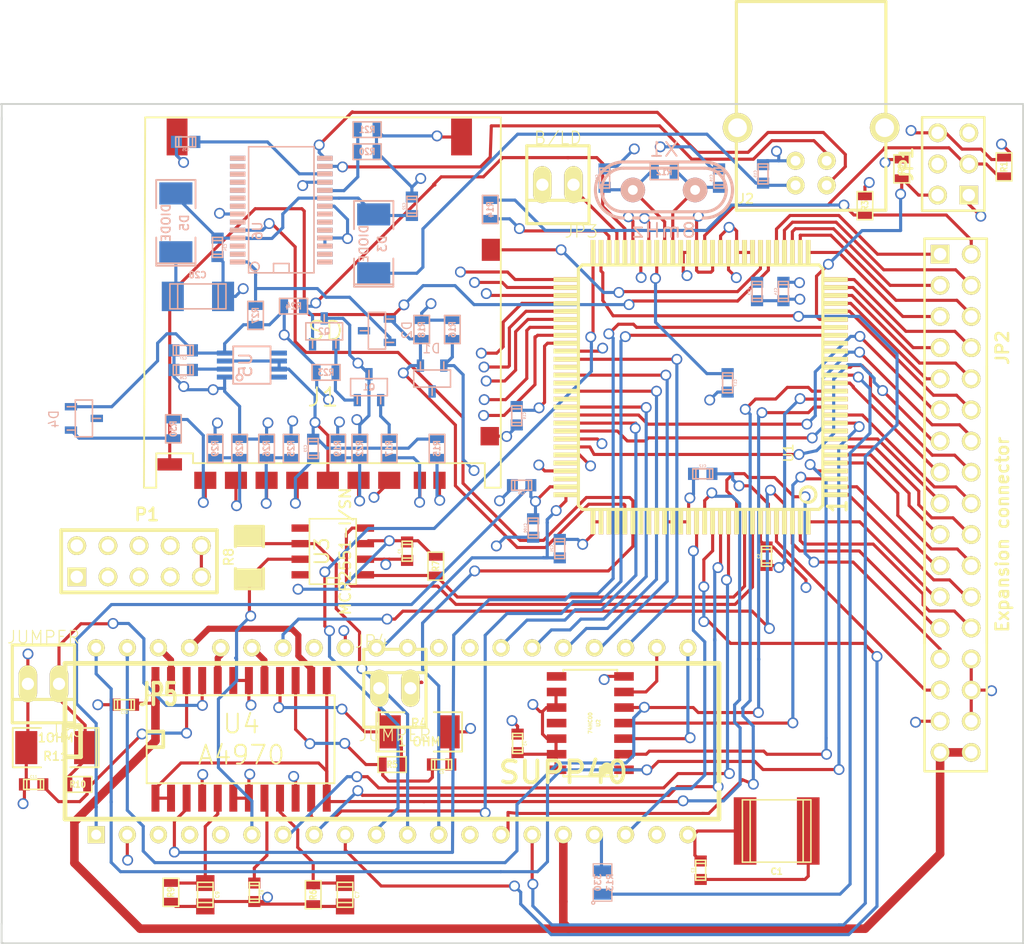
<source format=kicad_pcb>
(kicad_pcb (version 4) (host pcbnew 4.0.6)
  (layers (0 F.Cu signal) (1 Inner2.Cu signal hide) (2 Inner1.Cu signal hide) (31 B.Cu signal) (34 B.Paste user) (35 F.Paste user) (36 B.SilkS user) (37 F.SilkS user) (38 B.Mask user) (39 F.Mask user) (44 Edge.Cuts user))
  (net 0 "")
  (net 1 +12V)
  (net 2 /CPU/AD0-1)
  (net 3 /CPU/AD1-1)
  (net 4 /CPU/AD2-1)
  (net 5 /CPU/AD3-1)
  (net 6 /CPU/AD4-1)
  (net 7 /CPU/AD5-1)
  (net 8 /CPU/AD6-1)
  (net 9 /CPU/AD7-1)
  (net 10 /CPU/AN11)
  (net 11 /CPU/AN12)
  (net 12 /CPU/AN13)
  (net 13 /CPU/AccLed)
  (net 14 /CPU/CAM)
  (net 15 /CPU/CANrx)
  (net 16 /CPU/CANtx)
  (net 17 /CPU/FLEX)
  (net 18 /CPU/FP)
  (net 19 /CPU/IAC1)
  (net 20 /CPU/IAC2)
  (net 21 /CPU/IACEnble)
  (net 22 /CPU/IDLE)
  (net 23 /CPU/IGN)
  (net 24 /CPU/IGN2)
  (net 25 /CPU/INJ1)
  (net 26 /CPU/INJ2)
  (net 27 /CPU/IRQ)
  (net 28 /CPU/InjLed)
  (net 29 /CPU/KnkEnbl)
  (net 30 /CPU/PA0)
  (net 31 /CPU/PA1)
  (net 32 /CPU/PA2)
  (net 33 /CPU/PA3)
  (net 34 /CPU/PA4)
  (net 35 /CPU/PA5)
  (net 36 /CPU/PA6)
  (net 37 /CPU/PA7)
  (net 38 /CPU/PB0)
  (net 39 /CPU/PB1)
  (net 40 /CPU/PB2)
  (net 41 /CPU/PB3)
  (net 42 /CPU/PB4)
  (net 43 /CPU/PB5)
  (net 44 /CPU/PB6)
  (net 45 /CPU/PB7)
  (net 46 /CPU/PH6)
  (net 47 /CPU/PH7)
  (net 48 /CPU/PK0)
  (net 49 /CPU/PK1)
  (net 50 /CPU/PK2)
  (net 51 /CPU/PK3)
  (net 52 /CPU/PK7)
  (net 53 /CPU/PM2)
  (net 54 /CPU/PP2)
  (net 55 /CPU/PP3)
  (net 56 /CPU/PP4)
  (net 57 /CPU/PP5)
  (net 58 /CPU/PP6)
  (net 59 /CPU/PT6)
  (net 60 /CPU/PWM1)
  (net 61 /CPU/PWM2)
  (net 62 /CPU/RESET)
  (net 63 /CPU/RX)
  (net 64 /CPU/SDCardCS)
  (net 65 /CPU/SDCardInsert)
  (net 66 /CPU/SDCardMISO)
  (net 67 /CPU/SDCardMOSI)
  (net 68 /CPU/SDCardSCLK)
  (net 69 /CPU/TX)
  (net 70 /CPU/VDDA)
  (net 71 /CPU/VREF)
  (net 72 /CPU/VSS1)
  (net 73 /CPU/WarmLed)
  (net 74 /CPU/XIRQ)
  (net 75 /SDCARD/3.3V)
  (net 76 /SDCARD/RXMS1)
  (net 77 /SDCARD/SDCardLock)
  (net 78 /ms1Interface/X2)
  (net 79 /ms1Interface/X3)
  (net 80 /ms1Interface/X4)
  (net 81 /ms1Interface/X5)
  (net 82 GND)
  (net 83 N-00000100)
  (net 84 N-00000101)
  (net 85 N-00000105)
  (net 86 N-00000106)
  (net 87 N-00000108)
  (net 88 N-00000122)
  (net 89 N-00000123)
  (net 90 N-00000124)
  (net 91 N-00000125)
  (net 92 N-00000128)
  (net 93 N-00000130)
  (net 94 N-00000132)
  (net 95 N-00000133)
  (net 96 N-00000134)
  (net 97 N-00000135)
  (net 98 N-00000136)
  (net 99 N-00000137)
  (net 100 N-00000138)
  (net 101 N-00000139)
  (net 102 N-00000140)
  (net 103 N-00000141)
  (net 104 N-00000142)
  (net 105 N-00000159)
  (net 106 N-00000160)
  (net 107 N-00000161)
  (net 108 N-00000162)
  (net 109 N-00000164)
  (net 110 N-00000165)
  (net 111 N-00000166)
  (net 112 N-0000030)
  (net 113 N-0000031)
  (net 114 N-0000086)
  (net 115 N-0000087)
  (net 116 N-0000088)
  (net 117 N-0000089)
  (net 118 N-0000090)
  (net 119 N-0000091)
  (net 120 N-0000092)
  (net 121 N-0000093)
  (net 122 N-0000099)
  (net 123 VCC)
  (module USB_B (layer F.Cu) (at 160.21 75.44 180)
    (fp_text reference J2 (at 5.3086 -5.7912 180) (layer F.SilkS) (effects (font (size 0.762 0.762) (thickness 0.127))))
    (fp_text value USB_B hide)
    (pad 1 thru_hole circle (at 1.27 -4.699 180) (size 1.4732 1.4732) (drill 0.8001) (layers *.Cu *.Mask F.SilkS) (net 93 N-00000130))
    (pad 2 thru_hole circle (at -1.27 -4.699 180) (size 1.4732 1.4732) (drill 0.8001) (layers *.Cu *.Mask F.SilkS) (net 103 N-00000141))
    (pad 3 thru_hole circle (at -1.27 -2.70002 180) (size 1.4732 1.4732) (drill 0.8001) (layers *.Cu *.Mask F.SilkS) (net 102 N-00000140))
    (pad 4 thru_hole circle (at 1.27 -2.70002 180) (size 1.4732 1.4732) (drill 0.8001) (layers *.Cu *.Mask F.SilkS) (net 82 GND))
    (pad 5 thru_hole circle (at 5.99948 0 180) (size 2.413 2.413) (drill 1.524) (layers *.Cu *.Mask F.SilkS) (net 82 GND))
    (pad 6 thru_hole circle (at -5.99948 0 180) (size 2.413 2.413) (drill 1.524) (layers *.Cu *.Mask F.SilkS))
  )
  (module SSOP8 (layer B.Cu) (at 114.6 94.8 90)
    (fp_text reference U5 (at 0 -0.508 90) (layer B.SilkS) (effects (font (size 1.016 1.016) (thickness 0.1524)) (justify mirror)))
    (fp_text value LD1117LD33C hide)
    (pad 1 smd rect (at -0.9779 -2.2225 90) (size 0.4064 1.27) (layers B.Cu B.Paste B.Mask) (net 82 GND))
    (pad 2 smd rect (at -0.3302 -2.2225 90) (size 0.4064 1.27) (layers B.Cu B.Paste B.Mask) (net 75 /SDCARD/3.3V))
    (pad 3 smd rect (at 0.3302 -2.2225 90) (size 0.4064 1.27) (layers B.Cu B.Paste B.Mask) (net 75 /SDCARD/3.3V))
    (pad 4 smd rect (at 0.9779 -2.2225 90) (size 0.4064 1.27) (layers B.Cu B.Paste B.Mask) (net 123 VCC))
    (pad 5 smd rect (at 0.9779 2.2225 90) (size 0.4064 1.27) (layers B.Cu B.Paste B.Mask))
    (pad 6 smd rect (at 0.3302 2.2225 90) (size 0.4064 1.27) (layers B.Cu B.Paste B.Mask) (net 75 /SDCARD/3.3V))
    (pad 7 smd rect (at -0.3302 2.2225 90) (size 0.4064 1.27) (layers B.Cu B.Paste B.Mask) (net 75 /SDCARD/3.3V))
    (pad 8 smd rect (at -0.9779 2.2225 90) (size 0.4064 1.27) (layers B.Cu B.Paste B.Mask))
  )
  (module sot23_v2 (layer B.Cu) (at 120.5 92.05 180)
    (fp_text reference Q2 (at 0 0 180) (layer B.SilkS) (effects (font (size 0.50038 0.50038) (thickness 0.09906)) (justify mirror)))
    (fp_text value 2N7002 hide)
    (pad G smd rect (at -0.9525 -1.05664 180) (size 0.59944 1.00076) (layers B.Cu B.Paste B.Mask) (net 96 N-00000134))
    (pad S smd rect (at 0 1.05664 180) (size 0.59944 1.00076) (layers B.Cu B.Paste B.Mask) (net 82 GND))
    (pad D smd rect (at 0.9525 -1.05664 180) (size 0.59944 1.00076) (layers B.Cu B.Paste B.Mask) (net 66 /CPU/SDCardMISO))
  )
  (module sot23_v2 (layer B.Cu) (at 124.15 96.6 180)
    (fp_text reference Q1 (at 0 0 180) (layer B.SilkS) (effects (font (size 0.50038 0.50038) (thickness 0.09906)) (justify mirror)))
    (fp_text value 2N7002 hide)
    (pad G smd rect (at -0.9525 -1.05664 180) (size 0.59944 1.00076) (layers B.Cu B.Paste B.Mask) (net 97 N-00000135))
    (pad S smd rect (at 0 1.05664 180) (size 0.59944 1.00076) (layers B.Cu B.Paste B.Mask) (net 82 GND))
    (pad D smd rect (at 0.9525 -1.05664 180) (size 0.59944 1.00076) (layers B.Cu B.Paste B.Mask) (net 96 N-00000134))
  )
  (module sot23 (layer B.Cu) (at 124.8 92 270)
    (fp_text reference D2 (at -0.05842 -2.44856 270) (layer B.SilkS) (effects (font (size 0.762 0.762) (thickness 0.1016)) (justify mirror)))
    (fp_text value DIODE hide)
    (pad 1 smd rect (at -0.9525 -1.05664 270) (size 0.59944 1.00076) (layers B.Cu B.Paste B.Mask) (net 63 /CPU/RX))
    (pad 3 smd rect (at 0 1.05664 270) (size 0.59944 1.00076) (layers B.Cu B.Paste B.Mask))
    (pad 2 smd rect (at 0.9525 -1.05664 270) (size 0.59944 1.00076) (layers B.Cu B.Paste B.Mask) (net 89 N-00000123))
  )
  (module sot23 (layer B.Cu) (at 129.3 95.9)
    (fp_text reference D1 (at -0.05842 -2.44856) (layer B.SilkS) (effects (font (size 0.762 0.762) (thickness 0.1016)) (justify mirror)))
    (fp_text value DIODE hide)
    (pad 1 smd rect (at -0.9525 -1.05664) (size 0.59944 1.00076) (layers B.Cu B.Paste B.Mask) (net 63 /CPU/RX))
    (pad 3 smd rect (at 0 1.05664) (size 0.59944 1.00076) (layers B.Cu B.Paste B.Mask))
    (pad 2 smd rect (at 0.9525 -1.05664) (size 0.59944 1.00076) (layers B.Cu B.Paste B.Mask) (net 76 /SDCARD/RXMS1))
  )
  (module sot23 (layer B.Cu) (at 100.9 99.15 90)
    (fp_text reference D4 (at -0.05842 -2.44856 90) (layer B.SilkS) (effects (font (size 0.762 0.762) (thickness 0.1016)) (justify mirror)))
    (fp_text value DIODE hide)
    (pad 1 smd rect (at -0.9525 -1.05664 90) (size 0.59944 1.00076) (layers B.Cu B.Paste B.Mask) (net 92 N-00000128))
    (pad 3 smd rect (at 0 1.05664 90) (size 0.59944 1.00076) (layers B.Cu B.Paste B.Mask))
    (pad 2 smd rect (at 0.9525 -1.05664 90) (size 0.59944 1.00076) (layers B.Cu B.Paste B.Mask) (net 123 VCC))
  )
  (module SO8E (layer F.Cu) (at 121.2 110 90)
    (fp_text reference U3 (at 0 -0.889 90) (layer F.SilkS) (effects (font (size 1.143 1.143) (thickness 0.1524))))
    (fp_text value MCP2551-I/SN (at 0 1.016 90) (layer F.SilkS) (effects (font (size 0.889 0.889) (thickness 0.1524))))
    (pad 8 smd rect (at -1.905 -2.667 90) (size 0.59944 1.39954) (layers F.Cu F.Paste F.Mask))
    (pad 1 smd rect (at -1.905 2.667 90) (size 0.59944 1.39954) (layers F.Cu F.Paste F.Mask) (net 16 /CPU/CANtx))
    (pad 7 smd rect (at -0.635 -2.667 90) (size 0.59944 1.39954) (layers F.Cu F.Paste F.Mask) (net 85 N-00000105))
    (pad 6 smd rect (at 0.635 -2.667 90) (size 0.59944 1.39954) (layers F.Cu F.Paste F.Mask) (net 86 N-00000106))
    (pad 5 smd rect (at 1.905 -2.667 90) (size 0.59944 1.39954) (layers F.Cu F.Paste F.Mask))
    (pad 2 smd rect (at -0.635 2.667 90) (size 0.59944 1.39954) (layers F.Cu F.Paste F.Mask) (net 82 GND))
    (pad 3 smd rect (at 0.635 2.667 90) (size 0.59944 1.39954) (layers F.Cu F.Paste F.Mask) (net 123 VCC))
    (pad 4 smd rect (at 1.905 2.667 90) (size 0.59944 1.39954) (layers F.Cu F.Paste F.Mask) (net 15 /CPU/CANrx))
  )
  (module SM2010 (layer F.Cu) (at 128.2446 124.714)
    (fp_text reference R4 (at 0 -0.7) (layer F.SilkS) (effects (font (size 0.70104 0.70104) (thickness 0.127))))
    (fp_text value "1 OHM" (at 0 0.8) (layer F.SilkS) (effects (font (size 0.70104 0.70104) (thickness 0.127))))
    (pad 1 smd rect (at -2.4003 0) (size 1.80086 2.70002) (layers F.Cu F.Paste F.Mask) (net 117 N-0000089))
    (pad 2 smd rect (at 2.4003 0) (size 1.80086 2.70002) (layers F.Cu F.Paste F.Mask) (net 82 GND))
  )
  (module SM2010 (layer F.Cu) (at 98.6 126 180)
    (fp_text reference R11 (at 0 -0.7 180) (layer F.SilkS) (effects (font (size 0.70104 0.70104) (thickness 0.127))))
    (fp_text value 1OHM (at 0 0.8 180) (layer F.SilkS) (effects (font (size 0.70104 0.70104) (thickness 0.127))))
    (pad 1 smd rect (at -2.4003 0 180) (size 1.80086 2.70002) (layers F.Cu F.Paste F.Mask) (net 116 N-0000088))
    (pad 2 smd rect (at 2.4003 0 180) (size 1.80086 2.70002) (layers F.Cu F.Paste F.Mask) (net 82 GND))
  )
  (module SM2010 (layer B.Cu) (at 124.5362 84.9122 90)
    (fp_text reference D3 (at 0 0.7 90) (layer B.SilkS) (effects (font (size 0.70104 0.70104) (thickness 0.127)) (justify mirror)))
    (fp_text value DIODE (at 0 -0.8 90) (layer B.SilkS) (effects (font (size 0.70104 0.70104) (thickness 0.127)) (justify mirror)))
    (pad 1 smd rect (at -2.4003 0 90) (size 1.80086 2.70002) (layers B.Cu B.Paste B.Mask) (net 93 N-00000130))
    (pad 2 smd rect (at 2.4003 0 90) (size 1.80086 2.70002) (layers B.Cu B.Paste B.Mask) (net 104 N-00000142))
  )
  (module SM2010 (layer B.Cu) (at 108.4 83.2 90)
    (fp_text reference D5 (at 0 0.7 90) (layer B.SilkS) (effects (font (size 0.70104 0.70104) (thickness 0.127)) (justify mirror)))
    (fp_text value DIODE (at 0 -0.8 90) (layer B.SilkS) (effects (font (size 0.70104 0.70104) (thickness 0.127)) (justify mirror)))
    (pad 1 smd rect (at -2.4003 0 90) (size 1.80086 2.70002) (layers B.Cu B.Paste B.Mask) (net 91 N-00000125))
    (pad 2 smd rect (at 2.4003 0 90) (size 1.80086 2.70002) (layers B.Cu B.Paste B.Mask) (net 104 N-00000142))
  )
  (module SM1206 (layer F.Cu) (at 114.4 110.5 90)
    (fp_text reference R8 (at 0.04318 -1.68656 90) (layer F.SilkS) (effects (font (size 0.762 0.762) (thickness 0.127))))
    (fp_text value 120 hide)
    (pad 1 smd rect (at -1.651 0 90) (size 1.524 2.032) (layers F.Cu F.Paste F.SilkS F.Mask) (net 85 N-00000105))
    (pad 2 smd rect (at 1.651 0 90) (size 1.524 2.032) (layers F.Cu F.Paste F.SilkS F.Mask) (net 86 N-00000106))
  )
  (module SM0805 (layer B.Cu) (at 143.2 137 90)
    (fp_text reference R13 (at 0 0.6 90) (layer B.SilkS) (effects (font (size 0.50038 0.50038) (thickness 0.10922)) (justify mirror)))
    (fp_text value 330 (at 0 -0.381 90) (layer B.SilkS) (effects (font (size 0.50038 0.50038) (thickness 0.10922)) (justify mirror)))
    (pad 1 smd rect (at -0.9525 0 90) (size 0.889 1.397) (layers B.Cu B.Paste B.Mask) (net 23 /CPU/IGN))
    (pad 2 smd rect (at 0.9525 0 90) (size 0.889 1.397) (layers B.Cu B.Paste B.Mask) (net 84 N-00000101))
  )
  (module SM0603 (layer B.Cu) (at 111.6 101.6 90)
    (fp_text reference R29 (at 0 0 90) (layer B.SilkS) (effects (font (size 0.508 0.4572) (thickness 0.1143)) (justify mirror)))
    (fp_text value 470 hide)
    (pad 1 smd rect (at -0.762 0 90) (size 0.635 1.143) (layers B.Cu B.Paste B.Mask) (net 95 N-00000133))
    (pad 2 smd rect (at 0.762 0 90) (size 0.635 1.143) (layers B.Cu B.Paste B.Mask) (net 64 /CPU/SDCardCS))
  )
  (module SM0603 (layer B.Cu) (at 123.4 101.6 90)
    (fp_text reference R22 (at 0 0 90) (layer B.SilkS) (effects (font (size 0.508 0.4572) (thickness 0.1143)) (justify mirror)))
    (fp_text value 1K hide)
    (pad 1 smd rect (at -0.762 0 90) (size 0.635 1.143) (layers B.Cu B.Paste B.Mask) (net 98 N-00000136))
    (pad 2 smd rect (at 0.762 0 90) (size 0.635 1.143) (layers B.Cu B.Paste B.Mask) (net 82 GND))
  )
  (module SM0603 (layer B.Cu) (at 121.6 101.6 90)
    (fp_text reference R19 (at 0 0 90) (layer B.SilkS) (effects (font (size 0.508 0.4572) (thickness 0.1143)) (justify mirror)))
    (fp_text value 470 hide)
    (pad 1 smd rect (at -0.762 0 90) (size 0.635 1.143) (layers B.Cu B.Paste B.Mask) (net 98 N-00000136))
    (pad 2 smd rect (at 0.762 0 90) (size 0.635 1.143) (layers B.Cu B.Paste B.Mask) (net 68 /CPU/SDCardSCLK))
  )
  (module SM0603 (layer B.Cu) (at 117.8 101.6 90)
    (fp_text reference R25 (at 0 0 90) (layer B.SilkS) (effects (font (size 0.508 0.4572) (thickness 0.1143)) (justify mirror)))
    (fp_text value 470 hide)
    (pad 1 smd rect (at -0.762 0 90) (size 0.635 1.143) (layers B.Cu B.Paste B.Mask) (net 94 N-00000132))
    (pad 2 smd rect (at 0.762 0 90) (size 0.635 1.143) (layers B.Cu B.Paste B.Mask) (net 67 /CPU/SDCardMOSI))
  )
  (module SM0603 (layer B.Cu) (at 115.8 101.6 90)
    (fp_text reference R26 (at 0 0 90) (layer B.SilkS) (effects (font (size 0.508 0.4572) (thickness 0.1143)) (justify mirror)))
    (fp_text value 1K hide)
    (pad 1 smd rect (at -0.762 0 90) (size 0.635 1.143) (layers B.Cu B.Paste B.Mask) (net 94 N-00000132))
    (pad 2 smd rect (at 0.762 0 90) (size 0.635 1.143) (layers B.Cu B.Paste B.Mask) (net 82 GND))
  )
  (module SM0603 (layer B.Cu) (at 125.8 101.6 90)
    (fp_text reference R17 (at 0 0 90) (layer B.SilkS) (effects (font (size 0.508 0.4572) (thickness 0.1143)) (justify mirror)))
    (fp_text value 470 hide)
    (pad 1 smd rect (at -0.762 0 90) (size 0.635 1.143) (layers B.Cu B.Paste B.Mask) (net 101 N-00000139))
    (pad 2 smd rect (at 0.762 0 90) (size 0.635 1.143) (layers B.Cu B.Paste B.Mask) (net 97 N-00000135))
  )
  (module SM0603 (layer F.Cu) (at 175.9458 78.6384 90)
    (fp_text reference R1 (at 0 0 90) (layer F.SilkS) (effects (font (size 0.508 0.4572) (thickness 0.1143))))
    (fp_text value 4K7 hide)
    (pad 1 smd rect (at -0.762 0 90) (size 0.635 1.143) (layers F.Cu F.Paste F.Mask) (net 62 /CPU/RESET))
    (pad 2 smd rect (at 0.762 0 90) (size 0.635 1.143) (layers F.Cu F.Paste F.Mask) (net 123 VCC))
  )
  (module SM0603 (layer B.Cu) (at 120.65 95.4)
    (fp_text reference R23 (at 0 0) (layer B.SilkS) (effects (font (size 0.508 0.4572) (thickness 0.1143)) (justify mirror)))
    (fp_text value 1K hide)
    (pad 1 smd rect (at -0.762 0) (size 0.635 1.143) (layers B.Cu B.Paste B.Mask) (net 123 VCC))
    (pad 2 smd rect (at 0.762 0) (size 0.635 1.143) (layers B.Cu B.Paste B.Mask) (net 96 N-00000134))
  )
  (module SM0603 (layer B.Cu) (at 118 90)
    (fp_text reference R24 (at 0 0) (layer B.SilkS) (effects (font (size 0.508 0.4572) (thickness 0.1143)) (justify mirror)))
    (fp_text value 1K hide)
    (pad 1 smd rect (at -0.762 0) (size 0.635 1.143) (layers B.Cu B.Paste B.Mask) (net 123 VCC))
    (pad 2 smd rect (at 0.762 0) (size 0.635 1.143) (layers B.Cu B.Paste B.Mask) (net 66 /CPU/SDCardMISO))
  )
  (module SM0603 (layer B.Cu) (at 129.7 101.6 90)
    (fp_text reference R15 (at 0 0 90) (layer B.SilkS) (effects (font (size 0.508 0.4572) (thickness 0.1143)) (justify mirror)))
    (fp_text value 10K hide)
    (pad 1 smd rect (at -0.762 0 90) (size 0.635 1.143) (layers B.Cu B.Paste B.Mask) (net 100 N-00000138))
    (pad 2 smd rect (at 0.762 0 90) (size 0.635 1.143) (layers B.Cu B.Paste B.Mask) (net 75 /SDCARD/3.3V))
  )
  (module SM0603 (layer B.Cu) (at 124 77.4 180)
    (fp_text reference R20 (at 0 0 180) (layer B.SilkS) (effects (font (size 0.508 0.4572) (thickness 0.1143)) (justify mirror)))
    (fp_text value 10K hide)
    (pad 1 smd rect (at -0.762 0 180) (size 0.635 1.143) (layers B.Cu B.Paste B.Mask) (net 82 GND))
    (pad 2 smd rect (at 0.762 0 180) (size 0.635 1.143) (layers B.Cu B.Paste B.Mask) (net 90 N-00000124))
  )
  (module SM0603 (layer B.Cu) (at 124 75.6 180)
    (fp_text reference R21 (at 0 0 180) (layer B.SilkS) (effects (font (size 0.508 0.4572) (thickness 0.1143)) (justify mirror)))
    (fp_text value 4K7 hide)
    (pad 1 smd rect (at -0.762 0 180) (size 0.635 1.143) (layers B.Cu B.Paste B.Mask) (net 82 GND))
    (pad 2 smd rect (at 0.762 0 180) (size 0.635 1.143) (layers B.Cu B.Paste B.Mask) (net 90 N-00000124))
  )
  (module SM0603 (layer B.Cu) (at 114.9 90.75 270)
    (fp_text reference R27 (at 0 0 270) (layer B.SilkS) (effects (font (size 0.508 0.4572) (thickness 0.1143)) (justify mirror)))
    (fp_text value 10K hide)
    (pad 1 smd rect (at -0.762 0 270) (size 0.635 1.143) (layers B.Cu B.Paste B.Mask) (net 89 N-00000123))
    (pad 2 smd rect (at 0.762 0 270) (size 0.635 1.143) (layers B.Cu B.Paste B.Mask) (net 123 VCC))
  )
  (module SM0603 (layer B.Cu) (at 128.45 91.9 90)
    (fp_text reference R18 (at 0 0 90) (layer B.SilkS) (effects (font (size 0.508 0.4572) (thickness 0.1143)) (justify mirror)))
    (fp_text value 10K hide)
    (pad 1 smd rect (at -0.762 0 90) (size 0.635 1.143) (layers B.Cu B.Paste B.Mask) (net 63 /CPU/RX))
    (pad 2 smd rect (at 0.762 0 90) (size 0.635 1.143) (layers B.Cu B.Paste B.Mask) (net 123 VCC))
  )
  (module SM0603 (layer B.Cu) (at 130.95 91.9 270)
    (fp_text reference R16 (at 0 0 270) (layer B.SilkS) (effects (font (size 0.508 0.4572) (thickness 0.1143)) (justify mirror)))
    (fp_text value 10K hide)
    (pad 1 smd rect (at -0.762 0 270) (size 0.635 1.143) (layers B.Cu B.Paste B.Mask) (net 123 VCC))
    (pad 2 smd rect (at 0.762 0 270) (size 0.635 1.143) (layers B.Cu B.Paste B.Mask) (net 76 /SDCARD/RXMS1))
  )
  (module SM0603 (layer F.Cu) (at 167.6 78.8 270)
    (fp_text reference R2 (at 0 0 270) (layer F.SilkS) (effects (font (size 0.508 0.4572) (thickness 0.1143))))
    (fp_text value 4K7 hide)
    (pad 1 smd rect (at -0.762 0 270) (size 0.635 1.143) (layers F.Cu F.Paste F.Mask) (net 123 VCC))
    (pad 2 smd rect (at 0.762 0 270) (size 0.635 1.143) (layers F.Cu F.Paste F.Mask) (net 111 N-00000166))
  )
  (module SM0603 (layer B.Cu) (at 148.23 79.04 180)
    (fp_text reference R12 (at 0 0 180) (layer B.SilkS) (effects (font (size 0.508 0.4572) (thickness 0.1143)) (justify mirror)))
    (fp_text value 10M hide)
    (pad 1 smd rect (at -0.762 0 180) (size 0.635 1.143) (layers B.Cu B.Paste B.Mask) (net 108 N-00000162))
    (pad 2 smd rect (at 0.762 0 180) (size 0.635 1.143) (layers B.Cu B.Paste B.Mask) (net 109 N-00000164))
  )
  (module SM0603 (layer B.Cu) (at 108.2 100 90)
    (fp_text reference R30 (at 0 0 90) (layer B.SilkS) (effects (font (size 0.508 0.4572) (thickness 0.1143)) (justify mirror)))
    (fp_text value 10k hide)
    (pad 1 smd rect (at -0.762 0 90) (size 0.635 1.143) (layers B.Cu B.Paste B.Mask) (net 92 N-00000128))
    (pad 2 smd rect (at 0.762 0 90) (size 0.635 1.143) (layers B.Cu B.Paste B.Mask) (net 99 N-00000137))
  )
  (module SM0603 (layer F.Cu) (at 129.6 111.2 270)
    (fp_text reference R7 (at 0 0 270) (layer F.SilkS) (effects (font (size 0.508 0.4572) (thickness 0.1143))))
    (fp_text value 1K hide)
    (pad 1 smd rect (at -0.762 0 270) (size 0.635 1.143) (layers F.Cu F.Paste F.Mask) (net 123 VCC))
    (pad 2 smd rect (at 0.762 0 270) (size 0.635 1.143) (layers F.Cu F.Paste F.Mask) (net 16 /CPU/CANtx))
  )
  (module SM0603 (layer F.Cu) (at 164.6 81.8 90)
    (fp_text reference R3 (at 0 0 90) (layer F.SilkS) (effects (font (size 0.508 0.4572) (thickness 0.1143))))
    (fp_text value 10K hide)
    (pad 1 smd rect (at -0.762 0 90) (size 0.635 1.143) (layers F.Cu F.Paste F.Mask) (net 112 N-0000030))
    (pad 2 smd rect (at 0.762 0 90) (size 0.635 1.143) (layers F.Cu F.Paste F.Mask) (net 123 VCC))
  )
  (module SM0603 (layer B.Cu) (at 134.04 82.11 90)
    (fp_text reference R14 (at 0 0 90) (layer B.SilkS) (effects (font (size 0.508 0.4572) (thickness 0.1143)) (justify mirror)))
    (fp_text value 10K hide)
    (pad 1 smd rect (at -0.762 0 90) (size 0.635 1.143) (layers B.Cu B.Paste B.Mask) (net 17 /CPU/FLEX))
    (pad 2 smd rect (at 0.762 0 90) (size 0.635 1.143) (layers B.Cu B.Paste B.Mask) (net 112 N-0000030))
  )
  (module SM0603 (layer B.Cu) (at 113.6 101.6 90)
    (fp_text reference R28 (at 0 0 90) (layer B.SilkS) (effects (font (size 0.508 0.4572) (thickness 0.1143)) (justify mirror)))
    (fp_text value 1K hide)
    (pad 1 smd rect (at -0.762 0 90) (size 0.635 1.143) (layers B.Cu B.Paste B.Mask) (net 95 N-00000133))
    (pad 2 smd rect (at 0.762 0 90) (size 0.635 1.143) (layers B.Cu B.Paste B.Mask) (net 82 GND))
  )
  (module SM0603 (layer F.Cu) (at 119.6 138 90)
    (fp_text reference R6 (at 0 0 90) (layer F.SilkS) (effects (font (size 0.508 0.4572) (thickness 0.1143))))
    (fp_text value 1K hide)
    (pad 1 smd rect (at -0.762 0 90) (size 0.635 1.143) (layers F.Cu F.Paste F.Mask) (net 82 GND))
    (pad 2 smd rect (at 0.762 0 90) (size 0.635 1.143) (layers F.Cu F.Paste F.Mask) (net 120 N-0000092))
  )
  (module SM0603 (layer F.Cu) (at 108 137.8 90)
    (fp_text reference R9 (at 0 0 90) (layer F.SilkS) (effects (font (size 0.508 0.4572) (thickness 0.1143))))
    (fp_text value 1K hide)
    (pad 1 smd rect (at -0.762 0 90) (size 0.635 1.143) (layers F.Cu F.Paste F.Mask) (net 82 GND))
    (pad 2 smd rect (at 0.762 0 90) (size 0.635 1.143) (layers F.Cu F.Paste F.Mask) (net 121 N-0000093))
  )
  (module SM0603 (layer F.Cu) (at 100.4 129)
    (fp_text reference R10 (at 0 0) (layer F.SilkS) (effects (font (size 0.508 0.4572) (thickness 0.1143))))
    (fp_text value 1K hide)
    (pad 1 smd rect (at -0.762 0) (size 0.635 1.143) (layers F.Cu F.Paste F.Mask) (net 116 N-0000088))
    (pad 2 smd rect (at 0.762 0) (size 0.635 1.143) (layers F.Cu F.Paste F.Mask) (net 114 N-0000086))
  )
  (module SM0603 (layer F.Cu) (at 126.0348 127.381 180)
    (fp_text reference R5 (at 0 0 180) (layer F.SilkS) (effects (font (size 0.508 0.4572) (thickness 0.1143))))
    (fp_text value 1K hide)
    (pad 1 smd rect (at -0.762 0 180) (size 0.635 1.143) (layers F.Cu F.Paste F.Mask) (net 117 N-0000089))
    (pad 2 smd rect (at 0.762 0 180) (size 0.635 1.143) (layers F.Cu F.Paste F.Mask) (net 115 N-0000087))
  )
  (module SDCARDmolex130203a (layer F.Cu) (at 120.4 89.8)
    (fp_text reference J1 (at 0 7.62) (layer F.SilkS) (effects (font (size 1.5 1.5))))
    (fp_text value SD (at 0.2 2.2) (layer F.SilkS) (effects (font (size 1.5 1.5))))
    (pad 10 smd rect (at -12.5 13.1) (size 2 1) (layers F.Cu F.Paste F.Mask) (net 65 /CPU/SDCardInsert))
    (pad 9 smd rect (at -9.6 14.4) (size 1.8 1.4) (layers F.Cu F.Paste F.Mask) (net 99 N-00000137))
    (pad 1 smd rect (at -7.1 14.4) (size 1.8 1.4) (layers F.Cu F.Paste F.Mask) (net 95 N-00000133))
    (pad 2 smd rect (at -4.6 14.4) (size 1.8 1.4) (layers F.Cu F.Paste F.Mask) (net 94 N-00000132))
    (pad 3 smd rect (at -2.1 14.4) (size 1.8 1.4) (layers F.Cu F.Paste F.Mask) (net 82 GND))
    (pad 4 smd rect (at 0.4 14.4) (size 1.8 1.4) (layers F.Cu F.Paste F.Mask) (net 75 /SDCARD/3.3V))
    (pad 5 smd rect (at 2.9 14.4) (size 1.8 1.4) (layers F.Cu F.Paste F.Mask) (net 98 N-00000136))
    (pad 6 smd rect (at 5.4 14.4) (size 1.8 1.4) (layers F.Cu F.Paste F.Mask) (net 82 GND))
    (pad 7 smd rect (at 7.9 14.4) (size 1 1.4) (layers F.Cu F.Paste F.Mask) (net 101 N-00000139))
    (pad 8 smd rect (at 9.5 14.4) (size 1 1.4) (layers F.Cu F.Paste F.Mask) (net 100 N-00000138))
    (pad 11 smd rect (at 13.6 10.8) (size 1.5 1.5) (layers F.Cu F.Paste F.Mask) (net 82 GND))
    (pad 12 smd rect (at 13.7 -4.4) (size 1.5 1.8) (layers F.Cu F.Paste F.Mask) (net 77 /SDCARD/SDCardLock))
    (pad 13 smd rect (at -11.9 -13.6) (size 1.7 3) (layers F.Cu F.Paste F.Mask) (net 82 GND))
    (pad 14 smd rect (at 11.3 -13.6) (size 1.7 3) (layers F.Cu F.Paste F.Mask) (net 82 GND))
  )
  (module PQFP112 (layer F.Cu) (at 151.2 96.6 270)
    (fp_text reference U1 (at 5.36702 -7.16534 270) (layer F.SilkS) (effects (font (size 0.762 0.762) (thickness 0.127))))
    (fp_text value MC9S12XDP512 hide)
    (fp_text user 1 (at 9.7155 -11.176 270) (layer F.SilkS) (effects (font (size 1.524 1.016) (thickness 0.254))))
    (pad 1 smd rect (at 8.7757 -10.9855) (size 2.032 0.381) (layers F.Cu F.Paste F.SilkS F.Mask) (net 55 /CPU/PP3))
    (pad 2 smd rect (at 8.128 -10.9855) (size 2.032 0.381) (layers F.Cu F.Paste F.SilkS F.Mask) (net 54 /CPU/PP2))
    (pad 3 smd rect (at 7.4803 -10.9855) (size 2.032 0.381) (layers F.Cu F.Paste F.SilkS F.Mask) (net 61 /CPU/PWM2))
    (pad 4 smd rect (at 6.8326 -10.9855) (size 2.032 0.381) (layers F.Cu F.Paste F.SilkS F.Mask) (net 60 /CPU/PWM1))
    (pad 5 smd rect (at 6.1849 -10.9855) (size 2.032 0.381) (layers F.Cu F.Paste F.SilkS F.Mask) (net 51 /CPU/PK3))
    (pad 6 smd rect (at 5.5245 -10.9855) (size 2.032 0.381) (layers F.Cu F.Paste F.SilkS F.Mask) (net 50 /CPU/PK2))
    (pad 7 smd rect (at 4.8768 -10.9855) (size 2.032 0.381) (layers F.Cu F.Paste F.SilkS F.Mask) (net 49 /CPU/PK1))
    (pad 8 smd rect (at 4.2291 -10.9855) (size 2.032 0.381) (layers F.Cu F.Paste F.SilkS F.Mask) (net 48 /CPU/PK0))
    (pad 9 smd rect (at 3.5814 -10.9855) (size 2.032 0.381) (layers F.Cu F.Paste F.SilkS F.Mask))
    (pad 10 smd rect (at 2.9337 -10.9855) (size 2.032 0.381) (layers F.Cu F.Paste F.SilkS F.Mask) (net 25 /CPU/INJ1))
    (pad 11 smd rect (at 2.2733 -10.9855) (size 2.032 0.381) (layers F.Cu F.Paste F.SilkS F.Mask) (net 14 /CPU/CAM))
    (pad 12 smd rect (at 1.6256 -10.9855) (size 2.032 0.381) (layers F.Cu F.Paste F.SilkS F.Mask) (net 26 /CPU/INJ2))
    (pad 13 smd rect (at 0.9779 -10.9855) (size 2.032 0.381) (layers F.Cu F.Paste F.SilkS F.Mask) (net 110 N-00000165))
    (pad 14 smd rect (at 0.3302 -10.9855) (size 2.032 0.381) (layers F.Cu F.Paste F.SilkS F.Mask) (net 72 /CPU/VSS1))
    (pad 15 smd rect (at -0.3302 -10.9855) (size 2.032 0.381) (layers F.Cu F.Paste F.SilkS F.Mask) (net 24 /CPU/IGN2))
    (pad 16 smd rect (at -0.9779 -10.9855) (size 2.032 0.381) (layers F.Cu F.Paste F.SilkS F.Mask) (net 23 /CPU/IGN))
    (pad 17 smd rect (at -1.6256 -10.9855) (size 2.032 0.381) (layers F.Cu F.Paste F.SilkS F.Mask) (net 59 /CPU/PT6))
    (pad 18 smd rect (at -2.2733 -10.9855) (size 2.032 0.381) (layers F.Cu F.Paste F.SilkS F.Mask))
    (pad 19 smd rect (at -2.9337 -10.9855) (size 2.032 0.381) (layers F.Cu F.Paste F.SilkS F.Mask))
    (pad 20 smd rect (at -3.5814 -10.9855) (size 2.032 0.381) (layers F.Cu F.Paste F.SilkS F.Mask))
    (pad 21 smd rect (at -4.2291 -10.9855) (size 2.032 0.381) (layers F.Cu F.Paste F.SilkS F.Mask) (net 19 /CPU/IAC1))
    (pad 22 smd rect (at -4.8768 -10.9855) (size 2.032 0.381) (layers F.Cu F.Paste F.SilkS F.Mask) (net 20 /CPU/IAC2))
    (pad 23 smd rect (at -5.5245 -10.9855) (size 2.032 0.381) (layers F.Cu F.Paste F.SilkS F.Mask) (net 111 N-00000166))
    (pad 24 smd rect (at -6.1849 -10.9855) (size 2.032 0.381) (layers F.Cu F.Paste F.SilkS F.Mask) (net 38 /CPU/PB0))
    (pad 25 smd rect (at -6.8326 -10.9855) (size 2.032 0.381) (layers F.Cu F.Paste F.SilkS F.Mask) (net 39 /CPU/PB1))
    (pad 26 smd rect (at -7.4803 -10.9855) (size 2.032 0.381) (layers F.Cu F.Paste F.SilkS F.Mask) (net 40 /CPU/PB2))
    (pad 27 smd rect (at -8.128 -10.9855) (size 2.032 0.381) (layers F.Cu F.Paste F.SilkS F.Mask) (net 41 /CPU/PB3))
    (pad 28 smd rect (at -8.7757 -10.9855) (size 2.032 0.381) (layers F.Cu F.Paste F.SilkS F.Mask) (net 42 /CPU/PB4))
    (pad 29 smd rect (at -10.9855 -8.7757 270) (size 2.032 0.381) (layers F.Cu F.Paste F.SilkS F.Mask) (net 43 /CPU/PB5))
    (pad 30 smd rect (at -10.9855 -8.128 270) (size 2.032 0.381) (layers F.Cu F.Paste F.SilkS F.Mask) (net 44 /CPU/PB6))
    (pad 31 smd rect (at -10.9855 -7.4803 270) (size 2.032 0.381) (layers F.Cu F.Paste F.SilkS F.Mask) (net 45 /CPU/PB7))
    (pad 32 smd rect (at -10.9855 -6.8326 270) (size 2.032 0.381) (layers F.Cu F.Paste F.SilkS F.Mask) (net 47 /CPU/PH7))
    (pad 33 smd rect (at -10.9855 -6.1849 270) (size 2.032 0.381) (layers F.Cu F.Paste F.SilkS F.Mask) (net 46 /CPU/PH6))
    (pad 34 smd rect (at -10.9855 -5.5245 270) (size 2.032 0.381) (layers F.Cu F.Paste F.SilkS F.Mask) (net 65 /CPU/SDCardInsert))
    (pad 35 smd rect (at -10.9855 -4.8768 270) (size 2.032 0.381) (layers F.Cu F.Paste F.SilkS F.Mask) (net 77 /SDCARD/SDCardLock))
    (pad 36 smd rect (at -10.9855 -4.2291 270) (size 2.032 0.381) (layers F.Cu F.Paste F.SilkS F.Mask) (net 82 GND))
    (pad 37 smd rect (at -10.9855 -3.5814 270) (size 2.032 0.381) (layers F.Cu F.Paste F.SilkS F.Mask) (net 82 GND))
    (pad 38 smd rect (at -10.9855 -2.9337 270) (size 2.032 0.381) (layers F.Cu F.Paste F.SilkS F.Mask) (net 82 GND))
    (pad 39 smd rect (at -10.9855 -2.2733 270) (size 2.032 0.381) (layers F.Cu F.Paste F.SilkS F.Mask) (net 18 /CPU/FP))
    (pad 40 smd rect (at -10.9855 -1.6256 270) (size 2.032 0.381) (layers F.Cu F.Paste F.SilkS F.Mask) (net 82 GND))
    (pad 41 smd rect (at -10.9855 -0.9779 270) (size 2.032 0.381) (layers F.Cu F.Paste F.SilkS F.Mask) (net 123 VCC))
    (pad 42 smd rect (at -10.9855 -0.3302 270) (size 2.032 0.381) (layers F.Cu F.Paste F.SilkS F.Mask) (net 62 /CPU/RESET))
    (pad 43 smd rect (at -10.9855 0.3302 270) (size 2.032 0.381) (layers F.Cu F.Paste F.SilkS F.Mask) (net 123 VCC))
    (pad 44 smd rect (at -10.9855 0.9779 270) (size 2.032 0.381) (layers F.Cu F.Paste F.SilkS F.Mask) (net 82 GND))
    (pad 45 smd rect (at -10.9855 1.6256 270) (size 2.032 0.381) (layers F.Cu F.Paste F.SilkS F.Mask) (net 82 GND))
    (pad 46 smd rect (at -10.9855 2.2733 270) (size 2.032 0.381) (layers F.Cu F.Paste F.SilkS F.Mask) (net 108 N-00000162))
    (pad 47 smd rect (at -10.9855 2.9337 270) (size 2.032 0.381) (layers F.Cu F.Paste F.SilkS F.Mask) (net 109 N-00000164))
    (pad 48 smd rect (at -10.9855 3.5814 270) (size 2.032 0.381) (layers F.Cu F.Paste F.SilkS F.Mask) (net 107 N-00000161))
    (pad 49 smd rect (at -10.9855 4.2291 270) (size 2.032 0.381) (layers F.Cu F.Paste F.SilkS F.Mask) (net 64 /CPU/SDCardCS))
    (pad 50 smd rect (at -10.9855 4.8768 270) (size 2.032 0.381) (layers F.Cu F.Paste F.SilkS F.Mask) (net 68 /CPU/SDCardSCLK))
    (pad 51 smd rect (at -10.9855 5.5245 270) (size 2.032 0.381) (layers F.Cu F.Paste F.SilkS F.Mask) (net 67 /CPU/SDCardMOSI))
    (pad 52 smd rect (at -10.9855 6.1849 270) (size 2.032 0.381) (layers F.Cu F.Paste F.SilkS F.Mask) (net 66 /CPU/SDCardMISO))
    (pad 53 smd rect (at -10.9855 6.8326 270) (size 2.032 0.381) (layers F.Cu F.Paste F.SilkS F.Mask) (net 106 N-00000160))
    (pad 54 smd rect (at -10.9855 7.4803 270) (size 2.032 0.381) (layers F.Cu F.Paste F.SilkS F.Mask) (net 17 /CPU/FLEX))
    (pad 55 smd rect (at -10.9855 8.128 270) (size 2.032 0.381) (layers F.Cu F.Paste F.SilkS F.Mask) (net 27 /CPU/IRQ))
    (pad 56 smd rect (at -10.9855 8.7757 270) (size 2.032 0.381) (layers F.Cu F.Paste F.SilkS F.Mask) (net 74 /CPU/XIRQ))
    (pad 57 smd rect (at -8.7757 10.9855) (size 2.032 0.381) (layers F.Cu F.Paste F.SilkS F.Mask) (net 30 /CPU/PA0))
    (pad 58 smd rect (at -8.128 10.9855) (size 2.032 0.381) (layers F.Cu F.Paste F.SilkS F.Mask) (net 31 /CPU/PA1))
    (pad 59 smd rect (at -7.4803 10.9855) (size 2.032 0.381) (layers F.Cu F.Paste F.SilkS F.Mask) (net 32 /CPU/PA2))
    (pad 60 smd rect (at -6.8326 10.9855) (size 2.032 0.381) (layers F.Cu F.Paste F.SilkS F.Mask) (net 33 /CPU/PA3))
    (pad 61 smd rect (at -6.1849 10.9855) (size 2.032 0.381) (layers F.Cu F.Paste F.SilkS F.Mask) (net 34 /CPU/PA4))
    (pad 62 smd rect (at -5.5245 10.9855) (size 2.032 0.381) (layers F.Cu F.Paste F.SilkS F.Mask) (net 35 /CPU/PA5))
    (pad 63 smd rect (at -4.8768 10.9855) (size 2.032 0.381) (layers F.Cu F.Paste F.SilkS F.Mask) (net 36 /CPU/PA6))
    (pad 64 smd rect (at -4.2291 10.9855) (size 2.032 0.381) (layers F.Cu F.Paste F.SilkS F.Mask) (net 37 /CPU/PA7))
    (pad 65 smd rect (at -3.5814 10.9855) (size 2.032 0.381) (layers F.Cu F.Paste F.SilkS F.Mask) (net 105 N-00000159))
    (pad 66 smd rect (at -2.9337 10.9855) (size 2.032 0.381) (layers F.Cu F.Paste F.SilkS F.Mask) (net 82 GND))
    (pad 67 smd rect (at -2.2733 10.9855) (size 2.032 0.381) (layers F.Cu F.Paste F.SilkS F.Mask) (net 2 /CPU/AD0-1))
    (pad 68 smd rect (at -1.6256 10.9855) (size 2.032 0.381) (layers F.Cu F.Paste F.SilkS F.Mask))
    (pad 69 smd rect (at -0.9779 10.9855) (size 2.032 0.381) (layers F.Cu F.Paste F.SilkS F.Mask) (net 3 /CPU/AD1-1))
    (pad 70 smd rect (at -0.3302 10.9855) (size 2.032 0.381) (layers F.Cu F.Paste F.SilkS F.Mask))
    (pad 71 smd rect (at 0.3302 10.9855) (size 2.032 0.381) (layers F.Cu F.Paste F.SilkS F.Mask) (net 4 /CPU/AD2-1))
    (pad 72 smd rect (at 0.9779 10.9855) (size 2.032 0.381) (layers F.Cu F.Paste F.SilkS F.Mask))
    (pad 73 smd rect (at 1.6256 10.9855) (size 2.032 0.381) (layers F.Cu F.Paste F.SilkS F.Mask) (net 5 /CPU/AD3-1))
    (pad 74 smd rect (at 2.2733 10.9855) (size 2.032 0.381) (layers F.Cu F.Paste F.SilkS F.Mask) (net 10 /CPU/AN11))
    (pad 75 smd rect (at 2.9337 10.9855) (size 2.032 0.381) (layers F.Cu F.Paste F.SilkS F.Mask) (net 6 /CPU/AD4-1))
    (pad 76 smd rect (at 3.5814 10.9855) (size 2.032 0.381) (layers F.Cu F.Paste F.SilkS F.Mask) (net 11 /CPU/AN12))
    (pad 77 smd rect (at 4.2291 10.9855) (size 2.032 0.381) (layers F.Cu F.Paste F.SilkS F.Mask) (net 7 /CPU/AD5-1))
    (pad 78 smd rect (at 4.8768 10.9855) (size 2.032 0.381) (layers F.Cu F.Paste F.SilkS F.Mask) (net 12 /CPU/AN13))
    (pad 79 smd rect (at 5.5245 10.9855) (size 2.032 0.381) (layers F.Cu F.Paste F.SilkS F.Mask) (net 8 /CPU/AD6-1))
    (pad 80 smd rect (at 6.1849 10.9855) (size 2.032 0.381) (layers F.Cu F.Paste F.SilkS F.Mask))
    (pad 81 smd rect (at 6.8326 10.9855) (size 2.032 0.381) (layers F.Cu F.Paste F.SilkS F.Mask) (net 9 /CPU/AD7-1))
    (pad 82 smd rect (at 7.4803 10.9855) (size 2.032 0.381) (layers F.Cu F.Paste F.SilkS F.Mask))
    (pad 83 smd rect (at 8.128 10.9855) (size 2.032 0.381) (layers F.Cu F.Paste F.SilkS F.Mask) (net 70 /CPU/VDDA))
    (pad 84 smd rect (at 8.7757 10.9855) (size 2.032 0.381) (layers F.Cu F.Paste F.SilkS F.Mask) (net 71 /CPU/VREF))
    (pad 85 smd rect (at 10.9855 8.7757 270) (size 2.032 0.381) (layers F.Cu F.Paste F.SilkS F.Mask) (net 82 GND))
    (pad 86 smd rect (at 10.9855 8.128 270) (size 2.032 0.381) (layers F.Cu F.Paste F.SilkS F.Mask) (net 82 GND))
    (pad 87 smd rect (at 10.9855 7.4803 270) (size 2.032 0.381) (layers F.Cu F.Paste F.SilkS F.Mask))
    (pad 88 smd rect (at 10.9855 6.8326 270) (size 2.032 0.381) (layers F.Cu F.Paste F.SilkS F.Mask))
    (pad 89 smd rect (at 10.9855 6.1849 270) (size 2.032 0.381) (layers F.Cu F.Paste F.SilkS F.Mask) (net 63 /CPU/RX))
    (pad 90 smd rect (at 10.9855 5.5245 270) (size 2.032 0.381) (layers F.Cu F.Paste F.SilkS F.Mask) (net 69 /CPU/TX))
    (pad 91 smd rect (at 10.9855 4.8768 270) (size 2.032 0.381) (layers F.Cu F.Paste F.SilkS F.Mask))
    (pad 92 smd rect (at 10.9855 4.2291 270) (size 2.032 0.381) (layers F.Cu F.Paste F.SilkS F.Mask))
    (pad 93 smd rect (at 10.9855 3.5814 270) (size 2.032 0.381) (layers F.Cu F.Paste F.SilkS F.Mask))
    (pad 94 smd rect (at 10.9855 2.9337 270) (size 2.032 0.381) (layers F.Cu F.Paste F.SilkS F.Mask) (net 82 GND))
    (pad 95 smd rect (at 10.9855 2.2733 270) (size 2.032 0.381) (layers F.Cu F.Paste F.SilkS F.Mask) (net 82 GND))
    (pad 96 smd rect (at 10.9855 1.6256 270) (size 2.032 0.381) (layers F.Cu F.Paste F.SilkS F.Mask) (net 82 GND))
    (pad 97 smd rect (at 10.9855 0.9779 270) (size 2.032 0.381) (layers F.Cu F.Paste F.SilkS F.Mask) (net 82 GND))
    (pad 98 smd rect (at 10.9855 0.3302 270) (size 2.032 0.381) (layers F.Cu F.Paste F.SilkS F.Mask) (net 29 /CPU/KnkEnbl))
    (pad 99 smd rect (at 10.9855 -0.3302 270) (size 2.032 0.381) (layers F.Cu F.Paste F.SilkS F.Mask) (net 21 /CPU/IACEnble))
    (pad 100 smd rect (at 10.9855 -0.9779 270) (size 2.032 0.381) (layers F.Cu F.Paste F.SilkS F.Mask) (net 73 /CPU/WarmLed))
    (pad 101 smd rect (at 10.9855 -1.6256 270) (size 2.032 0.381) (layers F.Cu F.Paste F.SilkS F.Mask) (net 13 /CPU/AccLed))
    (pad 102 smd rect (at 10.9855 -2.2733 270) (size 2.032 0.381) (layers F.Cu F.Paste F.SilkS F.Mask) (net 28 /CPU/InjLed))
    (pad 103 smd rect (at 10.9855 -2.9337 270) (size 2.032 0.381) (layers F.Cu F.Paste F.SilkS F.Mask) (net 53 /CPU/PM2))
    (pad 104 smd rect (at 10.9855 -3.5814 270) (size 2.032 0.381) (layers F.Cu F.Paste F.SilkS F.Mask) (net 16 /CPU/CANtx))
    (pad 105 smd rect (at 10.9855 -4.2291 270) (size 2.032 0.381) (layers F.Cu F.Paste F.SilkS F.Mask) (net 15 /CPU/CANrx))
    (pad 106 smd rect (at 10.9855 -4.8768 270) (size 2.032 0.381) (layers F.Cu F.Paste F.SilkS F.Mask) (net 82 GND))
    (pad 107 smd rect (at 10.9855 -5.5245 270) (size 2.032 0.381) (layers F.Cu F.Paste F.SilkS F.Mask) (net 123 VCC))
    (pad 108 smd rect (at 10.9855 -6.1849 270) (size 2.032 0.381) (layers F.Cu F.Paste F.SilkS F.Mask) (net 52 /CPU/PK7))
    (pad 109 smd rect (at 10.9855 -6.8326 270) (size 2.032 0.381) (layers F.Cu F.Paste F.SilkS F.Mask) (net 22 /CPU/IDLE))
    (pad 110 smd rect (at 10.9855 -7.4803 270) (size 2.032 0.381) (layers F.Cu F.Paste F.SilkS F.Mask) (net 58 /CPU/PP6))
    (pad 111 smd rect (at 10.9855 -8.128 270) (size 2.032 0.381) (layers F.Cu F.Paste F.SilkS F.Mask) (net 57 /CPU/PP5))
    (pad 112 smd rect (at 10.9855 -8.7757 270) (size 2.032 0.381) (layers F.Cu F.Paste F.SilkS F.Mask) (net 56 /CPU/PP4))
  )
  (module PINHEAD1-2 (layer F.Cu) (at 97.6 120.8 180)
    (fp_text reference JP6 (at -1.905 -3.81 180) (layer F.SilkS) (effects (font (size 1.016 1.016) (thickness 0.0889))))
    (fp_text value JUMPER (at 0 3.81 180) (layer F.SilkS) (effects (font (size 1.016 1.016) (thickness 0.0889))))
    (pad 1 thru_hole oval (at -1.27 0 180) (size 1.50622 3.01498) (drill 0.99822) (layers *.Cu F.Paste F.SilkS F.Mask) (net 116 N-0000088))
    (pad 2 thru_hole oval (at 1.27 0 180) (size 1.50622 3.01498) (drill 0.99822) (layers *.Cu F.Paste F.SilkS F.Mask) (net 82 GND))
  )
  (module PINHEAD1-2 (layer F.Cu) (at 139.56 80.09 180)
    (fp_text reference JP3 (at -1.905 -3.81 180) (layer F.SilkS) (effects (font (size 1.016 1.016) (thickness 0.0889))))
    (fp_text value B/LD (at 0 3.81 180) (layer F.SilkS) (effects (font (size 1.016 1.016) (thickness 0.0889))))
    (pad 1 thru_hole oval (at -1.27 0 180) (size 1.50622 3.01498) (drill 0.99822) (layers *.Cu F.Paste F.SilkS F.Mask) (net 106 N-00000160))
    (pad 2 thru_hole oval (at 1.27 0 180) (size 1.50622 3.01498) (drill 0.99822) (layers *.Cu F.Paste F.SilkS F.Mask) (net 82 GND))
  )
  (module PINHEAD1-2 (layer F.Cu) (at 126.2634 121.158)
    (fp_text reference JP4 (at -1.905 -3.81) (layer F.SilkS) (effects (font (size 1.016 1.016) (thickness 0.0889))))
    (fp_text value JUMPER (at 0 3.81) (layer F.SilkS) (effects (font (size 1.016 1.016) (thickness 0.0889))))
    (pad 1 thru_hole oval (at -1.27 0) (size 1.50622 3.01498) (drill 0.99822) (layers *.Cu F.Paste F.SilkS F.Mask) (net 117 N-0000089))
    (pad 2 thru_hole oval (at 1.27 0) (size 1.50622 3.01498) (drill 0.99822) (layers *.Cu F.Paste F.SilkS F.Mask) (net 82 GND))
  )
  (module PIN_ARRAY_5x2 (layer F.Cu) (at 105.4 110.8)
    (fp_text reference P1 (at 0.635 -3.81) (layer F.SilkS) (effects (font (size 1.016 1.016) (thickness 0.2032))))
    (fp_text value CONN_5X2 hide)
    (pad 1 thru_hole rect (at -5.08 1.27) (size 1.524 1.524) (drill 1.016) (layers *.Cu *.Mask F.SilkS) (net 30 /CPU/PA0))
    (pad 2 thru_hole circle (at -5.08 -1.27) (size 1.524 1.524) (drill 1.016) (layers *.Cu *.Mask F.SilkS) (net 31 /CPU/PA1))
    (pad 3 thru_hole circle (at -2.54 1.27) (size 1.524 1.524) (drill 1.016) (layers *.Cu *.Mask F.SilkS) (net 32 /CPU/PA2))
    (pad 4 thru_hole circle (at -2.54 -1.27) (size 1.524 1.524) (drill 1.016) (layers *.Cu *.Mask F.SilkS) (net 33 /CPU/PA3))
    (pad 5 thru_hole circle (at 0 1.27) (size 1.524 1.524) (drill 1.016) (layers *.Cu *.Mask F.SilkS) (net 34 /CPU/PA4))
    (pad 6 thru_hole circle (at 0 -1.27) (size 1.524 1.524) (drill 1.016) (layers *.Cu *.Mask F.SilkS) (net 35 /CPU/PA5))
    (pad 7 thru_hole circle (at 2.54 1.27) (size 1.524 1.524) (drill 1.016) (layers *.Cu *.Mask F.SilkS) (net 36 /CPU/PA6))
    (pad 8 thru_hole circle (at 2.54 -1.27) (size 1.524 1.524) (drill 1.016) (layers *.Cu *.Mask F.SilkS) (net 37 /CPU/PA7))
    (pad 9 thru_hole circle (at 5.08 1.27) (size 1.524 1.524) (drill 1.016) (layers *.Cu *.Mask F.SilkS) (net 113 N-0000031))
    (pad 10 thru_hole circle (at 5.08 -1.27) (size 1.524 1.524) (drill 1.016) (layers *.Cu *.Mask F.SilkS) (net 113 N-0000031))
  )
  (module pin_array_3x2 (layer F.Cu) (at 171.8 78.4 90)
    (fp_text reference JP1 (at 0 -3.81 90) (layer F.SilkS) (effects (font (size 1.016 1.016) (thickness 0.2032))))
    (fp_text value CONN_3X2 hide)
    (pad 1 thru_hole rect (at -2.54 1.27 90) (size 1.524 1.524) (drill 1.016) (layers *.Cu *.Mask F.SilkS) (net 82 GND))
    (pad 2 thru_hole circle (at -2.54 -1.27 90) (size 1.524 1.524) (drill 1.016) (layers *.Cu *.Mask F.SilkS) (net 111 N-00000166))
    (pad 3 thru_hole circle (at 0 1.27 90) (size 1.524 1.524) (drill 1.016) (layers *.Cu *.Mask F.SilkS) (net 62 /CPU/RESET))
    (pad 4 thru_hole circle (at 0 -1.27 90) (size 1.524 1.524) (drill 1.016) (layers *.Cu *.Mask F.SilkS))
    (pad 5 thru_hole circle (at 2.54 1.27 90) (size 1.524 1.524) (drill 1.016) (layers *.Cu *.Mask F.SilkS))
    (pad 6 thru_hole circle (at 2.54 -1.27 90) (size 1.524 1.524) (drill 1.016) (layers *.Cu *.Mask F.SilkS) (net 123 VCC))
  )
  (module pin_array_17x2 (layer F.Cu) (at 172 101 270)
    (fp_text reference JP2 (at -7.62 -3.81 270) (layer F.SilkS) (effects (font (size 1.016 1.016) (thickness 0.2032))))
    (fp_text value "Expansion connector" (at 7.62 -3.81 270) (layer F.SilkS) (effects (font (size 1.016 1.016) (thickness 0.2032))))
    (pad 33 thru_hole circle (at 25.39 1.27 270) (size 1.524 1.524) (drill 1.016) (layers *.Cu *.Mask F.SilkS) (net 1 +12V))
    (pad 31 thru_hole circle (at 22.85 1.27 270) (size 1.524 1.524) (drill 1.016) (layers *.Cu *.Mask F.SilkS) (net 123 VCC))
    (pad 29 thru_hole circle (at 20.31 1.27 270) (size 1.524 1.524) (drill 1.016) (layers *.Cu *.Mask F.SilkS) (net 52 /CPU/PK7))
    (pad 27 thru_hole circle (at 17.77 1.27 270) (size 1.524 1.524) (drill 1.016) (layers *.Cu *.Mask F.SilkS) (net 53 /CPU/PM2))
    (pad 28 thru_hole circle (at 17.77 -1.27 270) (size 1.524 1.524) (drill 1.016) (layers *.Cu *.Mask F.SilkS) (net 82 GND))
    (pad 30 thru_hole circle (at 20.31 -1.27 270) (size 1.524 1.524) (drill 1.016) (layers *.Cu *.Mask F.SilkS) (net 82 GND))
    (pad 32 thru_hole circle (at 22.85 -1.27 270) (size 1.524 1.524) (drill 1.016) (layers *.Cu *.Mask F.SilkS) (net 82 GND))
    (pad 34 thru_hole circle (at 25.39 -1.27 270) (size 1.524 1.524) (drill 1.016) (layers *.Cu *.Mask F.SilkS) (net 1 +12V))
    (pad 26 thru_hole circle (at 15.24 -1.27 270) (size 1.524 1.524) (drill 1.016) (layers *.Cu *.Mask F.SilkS) (net 57 /CPU/PP5))
    (pad 24 thru_hole circle (at 12.7 -1.27 270) (size 1.524 1.524) (drill 1.016) (layers *.Cu *.Mask F.SilkS) (net 55 /CPU/PP3))
    (pad 22 thru_hole circle (at 10.16 -1.27 270) (size 1.524 1.524) (drill 1.016) (layers *.Cu *.Mask F.SilkS) (net 51 /CPU/PK3))
    (pad 20 thru_hole circle (at 7.62 -1.27 270) (size 1.524 1.524) (drill 1.016) (layers *.Cu *.Mask F.SilkS) (net 49 /CPU/PK1))
    (pad 1 thru_hole rect (at -15.24 1.27 270) (size 1.524 1.524) (drill 1.016) (layers *.Cu *.Mask F.SilkS) (net 46 /CPU/PH6))
    (pad 2 thru_hole circle (at -15.24 -1.27 270) (size 1.524 1.524) (drill 1.016) (layers *.Cu *.Mask F.SilkS) (net 112 N-0000030))
    (pad 3 thru_hole circle (at -12.7 1.27 270) (size 1.524 1.524) (drill 1.016) (layers *.Cu *.Mask F.SilkS) (net 45 /CPU/PB7))
    (pad 4 thru_hole circle (at -12.7 -1.27 270) (size 1.524 1.524) (drill 1.016) (layers *.Cu *.Mask F.SilkS) (net 47 /CPU/PH7))
    (pad 5 thru_hole circle (at -10.16 1.27 270) (size 1.524 1.524) (drill 1.016) (layers *.Cu *.Mask F.SilkS) (net 43 /CPU/PB5))
    (pad 6 thru_hole circle (at -10.16 -1.27 270) (size 1.524 1.524) (drill 1.016) (layers *.Cu *.Mask F.SilkS) (net 44 /CPU/PB6))
    (pad 7 thru_hole circle (at -7.62 1.27 270) (size 1.524 1.524) (drill 1.016) (layers *.Cu *.Mask F.SilkS) (net 41 /CPU/PB3))
    (pad 8 thru_hole circle (at -7.62 -1.27 270) (size 1.524 1.524) (drill 1.016) (layers *.Cu *.Mask F.SilkS) (net 42 /CPU/PB4))
    (pad 9 thru_hole circle (at -5.08 1.27 270) (size 1.524 1.524) (drill 1.016) (layers *.Cu *.Mask F.SilkS) (net 39 /CPU/PB1))
    (pad 10 thru_hole circle (at -5.08 -1.27 270) (size 1.524 1.524) (drill 1.016) (layers *.Cu *.Mask F.SilkS) (net 40 /CPU/PB2))
    (pad 11 thru_hole circle (at -2.54 1.27 270) (size 1.524 1.524) (drill 1.016) (layers *.Cu *.Mask F.SilkS) (net 10 /CPU/AN11))
    (pad 12 thru_hole circle (at -2.54 -1.27 270) (size 1.524 1.524) (drill 1.016) (layers *.Cu *.Mask F.SilkS) (net 38 /CPU/PB0))
    (pad 13 thru_hole circle (at 0 1.27 270) (size 1.524 1.524) (drill 1.016) (layers *.Cu *.Mask F.SilkS) (net 12 /CPU/AN13))
    (pad 14 thru_hole circle (at 0 -1.27 270) (size 1.524 1.524) (drill 1.016) (layers *.Cu *.Mask F.SilkS) (net 11 /CPU/AN12))
    (pad 15 thru_hole circle (at 2.54 1.27 270) (size 1.524 1.524) (drill 1.016) (layers *.Cu *.Mask F.SilkS) (net 24 /CPU/IGN2))
    (pad 16 thru_hole circle (at 2.54 -1.27 270) (size 1.524 1.524) (drill 1.016) (layers *.Cu *.Mask F.SilkS) (net 59 /CPU/PT6))
    (pad 17 thru_hole circle (at 5.08 1.27 270) (size 1.524 1.524) (drill 1.016) (layers *.Cu *.Mask F.SilkS) (net 48 /CPU/PK0))
    (pad 18 thru_hole circle (at 5.08 -1.27 270) (size 1.524 1.524) (drill 1.016) (layers *.Cu *.Mask F.SilkS) (net 14 /CPU/CAM))
    (pad 19 thru_hole circle (at 7.62 1.27 270) (size 1.524 1.524) (drill 1.016) (layers *.Cu *.Mask F.SilkS) (net 50 /CPU/PK2))
    (pad 20 thru_hole circle (at 7.62 -1.27 270) (size 1.524 1.524) (drill 1.016) (layers *.Cu *.Mask F.SilkS) (net 49 /CPU/PK1))
    (pad 21 thru_hole circle (at 10.16 1.27 270) (size 1.524 1.524) (drill 1.016) (layers *.Cu *.Mask F.SilkS) (net 54 /CPU/PP2))
    (pad 22 thru_hole circle (at 10.16 -1.27 270) (size 1.524 1.524) (drill 1.016) (layers *.Cu *.Mask F.SilkS) (net 51 /CPU/PK3))
    (pad 23 thru_hole circle (at 12.7 1.27 270) (size 1.524 1.524) (drill 1.016) (layers *.Cu *.Mask F.SilkS) (net 56 /CPU/PP4))
    (pad 24 thru_hole circle (at 12.7 -1.27 270) (size 1.524 1.524) (drill 1.016) (layers *.Cu *.Mask F.SilkS) (net 55 /CPU/PP3))
    (pad 25 thru_hole circle (at 15.24 1.27 270) (size 1.524 1.524) (drill 1.016) (layers *.Cu *.Mask F.SilkS) (net 58 /CPU/PP6))
    (pad 26 thru_hole circle (at 15.24 -1.27 270) (size 1.524 1.524) (drill 1.016) (layers *.Cu *.Mask F.SilkS) (net 57 /CPU/PP5))
  )
  (module DIP-40__600 (layer F.Cu) (at 126.03 125.48)
    (fp_text reference JP5 (at -19.05 -3.81) (layer F.SilkS) (effects (font (size 1.778 1.143) (thickness 0.3048))))
    (fp_text value SUPP40 (at 13.97 2.54) (layer F.SilkS) (effects (font (size 1.778 1.778) (thickness 0.3048))))
    (pad 1 thru_hole rect (at -24.13 7.62) (size 1.397 1.397) (drill 0.8128) (layers *.Cu *.Mask F.SilkS) (net 70 /CPU/VDDA))
    (pad 2 thru_hole circle (at -21.59 7.62) (size 1.397 1.397) (drill 0.8128) (layers *.Cu *.Mask F.SilkS) (net 82 GND))
    (pad 3 thru_hole circle (at -19.05 7.62) (size 1.397 1.397) (drill 0.8128) (layers *.Cu *.Mask F.SilkS))
    (pad 4 thru_hole circle (at -16.51 7.62) (size 1.397 1.397) (drill 0.8128) (layers *.Cu *.Mask F.SilkS))
    (pad 5 thru_hole circle (at -13.97 7.62) (size 1.397 1.397) (drill 0.8128) (layers *.Cu *.Mask F.SilkS))
    (pad 6 thru_hole circle (at -11.43 7.62) (size 1.397 1.397) (drill 0.8128) (layers *.Cu *.Mask F.SilkS) (net 85 N-00000105))
    (pad 7 thru_hole circle (at -8.89 7.62) (size 1.397 1.397) (drill 0.8128) (layers *.Cu *.Mask F.SilkS) (net 28 /CPU/InjLed))
    (pad 8 thru_hole circle (at -6.35 7.62) (size 1.397 1.397) (drill 0.8128) (layers *.Cu *.Mask F.SilkS) (net 13 /CPU/AccLed))
    (pad 9 thru_hole circle (at -3.81 7.62) (size 1.397 1.397) (drill 0.8128) (layers *.Cu *.Mask F.SilkS) (net 73 /CPU/WarmLed))
    (pad 10 thru_hole circle (at -1.27 7.62) (size 1.397 1.397) (drill 0.8128) (layers *.Cu *.Mask F.SilkS) (net 74 /CPU/XIRQ))
    (pad 11 thru_hole circle (at 1.27 7.62) (size 1.397 1.397) (drill 0.8128) (layers *.Cu *.Mask F.SilkS) (net 86 N-00000106))
    (pad 12 thru_hole circle (at 3.81 7.62) (size 1.397 1.397) (drill 0.8128) (layers *.Cu *.Mask F.SilkS) (net 69 /CPU/TX))
    (pad 13 thru_hole circle (at 6.35 7.62) (size 1.397 1.397) (drill 0.8128) (layers *.Cu *.Mask F.SilkS) (net 76 /SDCARD/RXMS1))
    (pad 14 thru_hole circle (at 8.89 7.62) (size 1.397 1.397) (drill 0.8128) (layers *.Cu *.Mask F.SilkS) (net 72 /CPU/VSS1))
    (pad 15 thru_hole circle (at 11.43 7.62) (size 1.397 1.397) (drill 0.8128) (layers *.Cu *.Mask F.SilkS) (net 27 /CPU/IRQ))
    (pad 16 thru_hole circle (at 13.97 7.62) (size 1.397 1.397) (drill 0.8128) (layers *.Cu *.Mask F.SilkS) (net 1 +12V))
    (pad 17 thru_hole circle (at 16.51 7.62) (size 1.397 1.397) (drill 0.8128) (layers *.Cu *.Mask F.SilkS) (net 84 N-00000101))
    (pad 18 thru_hole circle (at 19.05 7.62) (size 1.397 1.397) (drill 0.8128) (layers *.Cu *.Mask F.SilkS) (net 29 /CPU/KnkEnbl))
    (pad 19 thru_hole circle (at 21.59 7.62) (size 1.397 1.397) (drill 0.8128) (layers *.Cu *.Mask F.SilkS) (net 82 GND))
    (pad 20 thru_hole circle (at 24.13 7.62) (size 1.397 1.397) (drill 0.8128) (layers *.Cu *.Mask F.SilkS) (net 118 N-0000090))
    (pad 21 thru_hole circle (at 24.13 -7.62) (size 1.397 1.397) (drill 0.8128) (layers *.Cu *.Mask F.SilkS) (net 122 N-0000099))
    (pad 22 thru_hole circle (at 21.59 -7.62) (size 1.397 1.397) (drill 0.8128) (layers *.Cu *.Mask F.SilkS) (net 87 N-00000108))
    (pad 23 thru_hole circle (at 19.05 -7.62) (size 1.397 1.397) (drill 0.8128) (layers *.Cu *.Mask F.SilkS) (net 2 /CPU/AD0-1))
    (pad 24 thru_hole circle (at 16.51 -7.62) (size 1.397 1.397) (drill 0.8128) (layers *.Cu *.Mask F.SilkS) (net 3 /CPU/AD1-1))
    (pad 25 thru_hole circle (at 13.97 -7.62) (size 1.397 1.397) (drill 0.8128) (layers *.Cu *.Mask F.SilkS) (net 4 /CPU/AD2-1))
    (pad 26 thru_hole circle (at 11.43 -7.62) (size 1.397 1.397) (drill 0.8128) (layers *.Cu *.Mask F.SilkS) (net 5 /CPU/AD3-1))
    (pad 27 thru_hole circle (at 8.89 -7.62) (size 1.397 1.397) (drill 0.8128) (layers *.Cu *.Mask F.SilkS) (net 6 /CPU/AD4-1))
    (pad 28 thru_hole circle (at 6.35 -7.62) (size 1.397 1.397) (drill 0.8128) (layers *.Cu *.Mask F.SilkS) (net 7 /CPU/AD5-1))
    (pad 29 thru_hole circle (at 3.81 -7.62) (size 1.397 1.397) (drill 0.8128) (layers *.Cu *.Mask F.SilkS) (net 8 /CPU/AD6-1))
    (pad 30 thru_hole circle (at 1.27 -7.62) (size 1.397 1.397) (drill 0.8128) (layers *.Cu *.Mask F.SilkS) (net 9 /CPU/AD7-1))
    (pad 31 thru_hole circle (at -1.27 -7.62) (size 1.397 1.397) (drill 0.8128) (layers *.Cu *.Mask F.SilkS) (net 71 /CPU/VREF))
    (pad 32 thru_hole circle (at -3.81 -7.62) (size 1.397 1.397) (drill 0.8128) (layers *.Cu *.Mask F.SilkS) (net 82 GND))
    (pad 33 thru_hole circle (at -6.35 -7.62) (size 1.397 1.397) (drill 0.8128) (layers *.Cu *.Mask F.SilkS) (net 18 /CPU/FP))
    (pad 34 thru_hole circle (at -8.89 -7.62) (size 1.397 1.397) (drill 0.8128) (layers *.Cu *.Mask F.SilkS) (net 22 /CPU/IDLE))
    (pad 35 thru_hole circle (at -11.43 -7.62) (size 1.397 1.397) (drill 0.8128) (layers *.Cu *.Mask F.SilkS) (net 81 /ms1Interface/X5))
    (pad 36 thru_hole circle (at -13.97 -7.62) (size 1.397 1.397) (drill 0.8128) (layers *.Cu *.Mask F.SilkS) (net 80 /ms1Interface/X4))
    (pad 37 thru_hole circle (at -16.51 -7.62) (size 1.397 1.397) (drill 0.8128) (layers *.Cu *.Mask F.SilkS) (net 79 /ms1Interface/X3))
    (pad 38 thru_hole circle (at -19.05 -7.62) (size 1.397 1.397) (drill 0.8128) (layers *.Cu *.Mask F.SilkS) (net 78 /ms1Interface/X2))
    (pad 39 thru_hole circle (at -21.59 -7.62) (size 1.397 1.397) (drill 0.8128) (layers *.Cu *.Mask F.SilkS) (net 26 /CPU/INJ2))
    (pad 40 thru_hole circle (at -24.13 -7.62) (size 1.397 1.397) (drill 0.8128) (layers *.Cu *.Mask F.SilkS) (net 25 /CPU/INJ1))
  )
  (module c_2220 (layer F.Cu) (at 157.4 132.8 180)
    (fp_text reference C1 (at 0 -3.302 180) (layer F.SilkS) (effects (font (size 0.50038 0.50038) (thickness 0.11938))))
    (fp_text value 4.5uF hide)
    (pad 1 smd rect (at 2.57556 0 180) (size 1.84912 5.4991) (layers F.Cu F.Paste F.Mask) (net 118 N-0000090))
    (pad 2 smd rect (at -2.57556 0 180) (size 1.84912 5.4991) (layers F.Cu F.Paste F.Mask) (net 119 N-0000091))
  )
  (module c_0805 (layer F.Cu) (at 122.2 138 270)
    (fp_text reference C7 (at 0 -0.9906 270) (layer F.SilkS) (effects (font (size 0.29972 0.29972) (thickness 0.06096))))
    (fp_text value 55nF hide)
    (pad 1 smd rect (at 0.9525 0 270) (size 1.30048 1.4986) (layers F.Cu F.Paste F.Mask) (net 82 GND))
    (pad 2 smd rect (at -0.9525 0 270) (size 1.30048 1.4986) (layers F.Cu F.Paste F.Mask) (net 120 N-0000092))
  )
  (module c_0805 (layer F.Cu) (at 110.8 138 270)
    (fp_text reference C9 (at 0 -0.9906 270) (layer F.SilkS) (effects (font (size 0.29972 0.29972) (thickness 0.06096))))
    (fp_text value 55nF hide)
    (pad 1 smd rect (at 0.9525 0 270) (size 1.30048 1.4986) (layers F.Cu F.Paste F.Mask) (net 82 GND))
    (pad 2 smd rect (at -0.9525 0 270) (size 1.30048 1.4986) (layers F.Cu F.Paste F.Mask) (net 121 N-0000093))
  )
  (module c_0603 (layer F.Cu) (at 151.2 136 90)
    (fp_text reference C3 (at 0 -0.635 90) (layer F.SilkS) (effects (font (size 0.20066 0.20066) (thickness 0.04064))))
    (fp_text value .1 hide)
    (pad 1 smd rect (at 0.75184 0 90) (size 0.89916 1.00076) (layers F.Cu F.Paste F.Mask) (net 118 N-0000090))
    (pad 2 smd rect (at -0.75184 0 90) (size 0.89916 1.00076) (layers F.Cu F.Paste F.Mask) (net 119 N-0000091))
  )
  (module c_0603 (layer B.Cu) (at 136.6 104.6)
    (fp_text reference C20 (at 0 0.635) (layer B.SilkS) (effects (font (size 0.20066 0.20066) (thickness 0.04064)) (justify mirror)))
    (fp_text value .1 hide)
    (pad 1 smd rect (at 0.75184 0) (size 0.89916 1.00076) (layers B.Cu B.Paste B.Mask) (net 70 /CPU/VDDA))
    (pad 2 smd rect (at -0.75184 0) (size 0.89916 1.00076) (layers B.Cu B.Paste B.Mask) (net 82 GND))
  )
  (module c_0603 (layer B.Cu) (at 151.37 103.67 180)
    (fp_text reference C12 (at 0 0.635 180) (layer B.SilkS) (effects (font (size 0.20066 0.20066) (thickness 0.04064)) (justify mirror)))
    (fp_text value .1uF hide)
    (pad 1 smd rect (at 0.75184 0 180) (size 0.89916 1.00076) (layers B.Cu B.Paste B.Mask) (net 82 GND))
    (pad 2 smd rect (at -0.75184 0 180) (size 0.89916 1.00076) (layers B.Cu B.Paste B.Mask) (net 123 VCC))
  )
  (module c_0603 (layer B.Cu) (at 139.71 109.77 270)
    (fp_text reference C21 (at 0 0.635 270) (layer B.SilkS) (effects (font (size 0.20066 0.20066) (thickness 0.04064)) (justify mirror)))
    (fp_text value 90nF hide)
    (pad 1 smd rect (at 0.75184 0 270) (size 0.89916 1.00076) (layers B.Cu B.Paste B.Mask) (net 71 /CPU/VREF))
    (pad 2 smd rect (at -0.75184 0 270) (size 0.89916 1.00076) (layers B.Cu B.Paste B.Mask) (net 82 GND))
  )
  (module c_0603 (layer B.Cu) (at 136.2 98.93 90)
    (fp_text reference C19 (at 0 0.635 90) (layer B.SilkS) (effects (font (size 0.20066 0.20066) (thickness 0.04064)) (justify mirror)))
    (fp_text value .2uF hide)
    (pad 1 smd rect (at 0.75184 0 90) (size 0.89916 1.00076) (layers B.Cu B.Paste B.Mask) (net 105 N-00000159))
    (pad 2 smd rect (at -0.75184 0 90) (size 0.89916 1.00076) (layers B.Cu B.Paste B.Mask) (net 82 GND))
  )
  (module c_0603 (layer F.Cu) (at 127.26 109.98 90)
    (fp_text reference C6 (at 0 -0.635 90) (layer F.SilkS) (effects (font (size 0.20066 0.20066) (thickness 0.04064))))
    (fp_text value .1 hide)
    (pad 1 smd rect (at 0.75184 0 90) (size 0.89916 1.00076) (layers F.Cu F.Paste F.Mask) (net 123 VCC))
    (pad 2 smd rect (at -0.75184 0 90) (size 0.89916 1.00076) (layers F.Cu F.Paste F.Mask) (net 82 GND))
  )
  (module c_0603 (layer B.Cu) (at 153.4 96.25 90)
    (fp_text reference C17 (at 0 0.635 90) (layer B.SilkS) (effects (font (size 0.20066 0.20066) (thickness 0.04064)) (justify mirror)))
    (fp_text value .2uF hide)
    (pad 1 smd rect (at 0.75184 0 90) (size 0.89916 1.00076) (layers B.Cu B.Paste B.Mask) (net 107 N-00000161))
    (pad 2 smd rect (at -0.75184 0 90) (size 0.89916 1.00076) (layers B.Cu B.Paste B.Mask) (net 82 GND))
  )
  (module c_0603 (layer F.Cu) (at 136.271 125.6538 270)
    (fp_text reference C4 (at 0 -0.635 270) (layer F.SilkS) (effects (font (size 0.20066 0.20066) (thickness 0.04064))))
    (fp_text value .1 hide)
    (pad 1 smd rect (at 0.75184 0 270) (size 0.89916 1.00076) (layers F.Cu F.Paste F.Mask) (net 123 VCC))
    (pad 2 smd rect (at -0.75184 0 270) (size 0.89916 1.00076) (layers F.Cu F.Paste F.Mask) (net 82 GND))
  )
  (module c_0603 (layer B.Cu) (at 152.7 79.55 270)
    (fp_text reference C16 (at 0 0.635 270) (layer B.SilkS) (effects (font (size 0.20066 0.20066) (thickness 0.04064)) (justify mirror)))
    (fp_text value 50pF hide)
    (pad 1 smd rect (at 0.75184 0 270) (size 0.89916 1.00076) (layers B.Cu B.Paste B.Mask) (net 108 N-00000162))
    (pad 2 smd rect (at -0.75184 0 270) (size 0.89916 1.00076) (layers B.Cu B.Paste B.Mask) (net 82 GND))
  )
  (module c_0603 (layer F.Cu) (at 114.8 137.8 270)
    (fp_text reference C8 (at 0 -0.635 270) (layer F.SilkS) (effects (font (size 0.20066 0.20066) (thickness 0.04064))))
    (fp_text value 1.5uF hide)
    (pad 1 smd rect (at 0.75184 0 270) (size 0.89916 1.00076) (layers F.Cu F.Paste F.Mask) (net 82 GND))
    (pad 2 smd rect (at -0.75184 0 270) (size 0.89916 1.00076) (layers F.Cu F.Paste F.Mask) (net 83 N-00000100))
  )
  (module c_0603 (layer B.Cu) (at 155.8 88.8 270)
    (fp_text reference C13 (at 0 0.635 270) (layer B.SilkS) (effects (font (size 0.20066 0.20066) (thickness 0.04064)) (justify mirror)))
    (fp_text value .1uF hide)
    (pad 1 smd rect (at 0.75184 0 270) (size 0.89916 1.00076) (layers B.Cu B.Paste B.Mask) (net 123 VCC))
    (pad 2 smd rect (at -0.75184 0 270) (size 0.89916 1.00076) (layers B.Cu B.Paste B.Mask))
  )
  (module c_0603 (layer B.Cu) (at 157.95 88.8 270)
    (fp_text reference C14 (at 0 0.635 270) (layer B.SilkS) (effects (font (size 0.20066 0.20066) (thickness 0.04064)) (justify mirror)))
    (fp_text value .1uF hide)
    (pad 1 smd rect (at 0.75184 0 270) (size 0.89916 1.00076) (layers B.Cu B.Paste B.Mask) (net 123 VCC))
    (pad 2 smd rect (at -0.75184 0 270) (size 0.89916 1.00076) (layers B.Cu B.Paste B.Mask) (net 82 GND))
  )
  (module c_0603 (layer B.Cu) (at 109 95.2)
    (fp_text reference C26 (at 0 0.635) (layer B.SilkS) (effects (font (size 0.20066 0.20066) (thickness 0.04064)) (justify mirror)))
    (fp_text value 1uF hide)
    (pad 1 smd rect (at 0.75184 0) (size 0.89916 1.00076) (layers B.Cu B.Paste B.Mask) (net 75 /SDCARD/3.3V))
    (pad 2 smd rect (at -0.75184 0) (size 0.89916 1.00076) (layers B.Cu B.Paste B.Mask) (net 82 GND))
  )
  (module c_0603 (layer F.Cu) (at 156.57 110.39 90)
    (fp_text reference C2 (at 0 -0.635 90) (layer F.SilkS) (effects (font (size 0.20066 0.20066) (thickness 0.04064))))
    (fp_text value 90nF hide)
    (pad 1 smd rect (at 0.75184 0 90) (size 0.89916 1.00076) (layers F.Cu F.Paste F.Mask) (net 82 GND))
    (pad 2 smd rect (at -0.75184 0 90) (size 0.89916 1.00076) (layers F.Cu F.Paste F.Mask) (net 110 N-00000165))
  )
  (module c_0603 (layer F.Cu) (at 130.0734 127.381 180)
    (fp_text reference C5 (at 0 -0.635 180) (layer F.SilkS) (effects (font (size 0.20066 0.20066) (thickness 0.04064))))
    (fp_text value 1nF hide)
    (pad 1 smd rect (at 0.75184 0 180) (size 0.89916 1.00076) (layers F.Cu F.Paste F.Mask) (net 115 N-0000087))
    (pad 2 smd rect (at -0.75184 0 180) (size 0.89916 1.00076) (layers F.Cu F.Paste F.Mask) (net 82 GND))
  )
  (module c_0603 (layer B.Cu) (at 109 93.6)
    (fp_text reference C27 (at 0 0.635) (layer B.SilkS) (effects (font (size 0.20066 0.20066) (thickness 0.04064)) (justify mirror)))
    (fp_text value 1uF hide)
    (pad 1 smd rect (at 0.75184 0) (size 0.89916 1.00076) (layers B.Cu B.Paste B.Mask) (net 123 VCC))
    (pad 2 smd rect (at -0.75184 0) (size 0.89916 1.00076) (layers B.Cu B.Paste B.Mask) (net 82 GND))
  )
  (module c_0603 (layer B.Cu) (at 109.2 76.6)
    (fp_text reference C25 (at 0 0.635) (layer B.SilkS) (effects (font (size 0.20066 0.20066) (thickness 0.04064)) (justify mirror)))
    (fp_text value 100N hide)
    (pad 1 smd rect (at 0.75184 0) (size 0.89916 1.00076) (layers B.Cu B.Paste B.Mask) (net 88 N-00000122))
    (pad 2 smd rect (at -0.75184 0) (size 0.89916 1.00076) (layers B.Cu B.Paste B.Mask) (net 82 GND))
  )
  (module c_0603 (layer B.Cu) (at 127.65 81.85 270)
    (fp_text reference C22 (at 0 0.635 270) (layer B.SilkS) (effects (font (size 0.20066 0.20066) (thickness 0.04064)) (justify mirror)))
    (fp_text value 185nF hide)
    (pad 1 smd rect (at 0.75184 0 270) (size 0.89916 1.00076) (layers B.Cu B.Paste B.Mask) (net 104 N-00000142))
    (pad 2 smd rect (at -0.75184 0 270) (size 0.89916 1.00076) (layers B.Cu B.Paste B.Mask) (net 82 GND))
  )
  (module c_0603 (layer B.Cu) (at 156.29 79.21 270)
    (fp_text reference C15 (at 0 0.635 270) (layer B.SilkS) (effects (font (size 0.20066 0.20066) (thickness 0.04064)) (justify mirror)))
    (fp_text value 10nF hide)
    (pad 1 smd rect (at 0.75184 0 270) (size 0.89916 1.00076) (layers B.Cu B.Paste B.Mask) (net 93 N-00000130))
    (pad 2 smd rect (at -0.75184 0 270) (size 0.89916 1.00076) (layers B.Cu B.Paste B.Mask) (net 82 GND))
  )
  (module c_0603 (layer B.Cu) (at 111.8 85.2 90)
    (fp_text reference C24 (at 0 0.635 90) (layer B.SilkS) (effects (font (size 0.20066 0.20066) (thickness 0.04064)) (justify mirror)))
    (fp_text value 186nF hide)
    (pad 1 smd rect (at 0.75184 0 90) (size 0.89916 1.00076) (layers B.Cu B.Paste B.Mask) (net 104 N-00000142))
    (pad 2 smd rect (at -0.75184 0 90) (size 0.89916 1.00076) (layers B.Cu B.Paste B.Mask) (net 82 GND))
  )
  (module c_0603 (layer F.Cu) (at 96.8 129)
    (fp_text reference C11 (at 0 -0.635) (layer F.SilkS) (effects (font (size 0.20066 0.20066) (thickness 0.04064))))
    (fp_text value 1nF hide)
    (pad 1 smd rect (at 0.75184 0) (size 0.89916 1.00076) (layers F.Cu F.Paste F.Mask) (net 114 N-0000086))
    (pad 2 smd rect (at -0.75184 0) (size 0.89916 1.00076) (layers F.Cu F.Paste F.Mask) (net 82 GND))
  )
  (module c_0603 (layer B.Cu) (at 137.54 108.09 270)
    (fp_text reference C100 (at 0 0.635 270) (layer B.SilkS) (effects (font (size 0.20066 0.20066) (thickness 0.04064)) (justify mirror)))
    (fp_text value .1uF hide)
    (pad 1 smd rect (at 0.75184 0 270) (size 0.89916 1.00076) (layers B.Cu B.Paste B.Mask) (net 82 GND))
    (pad 2 smd rect (at -0.75184 0 270) (size 0.89916 1.00076) (layers B.Cu B.Paste B.Mask) (net 70 /CPU/VDDA))
  )
  (module c_0603 (layer F.Cu) (at 104.2 122.5 180)
    (fp_text reference C10 (at 0 -0.635 180) (layer F.SilkS) (effects (font (size 0.20066 0.20066) (thickness 0.04064))))
    (fp_text value 1.5uF hide)
    (pad 1 smd rect (at 0.75184 0 180) (size 0.89916 1.00076) (layers F.Cu F.Paste F.Mask) (net 82 GND))
    (pad 2 smd rect (at -0.75184 0 180) (size 0.89916 1.00076) (layers F.Cu F.Paste F.Mask) (net 1 +12V))
  )
  (module c_0603 (layer B.Cu) (at 119.6 101.6 270)
    (fp_text reference C23 (at 0 0.635 270) (layer B.SilkS) (effects (font (size 0.20066 0.20066) (thickness 0.04064)) (justify mirror)))
    (fp_text value 1uF hide)
    (pad 1 smd rect (at 0.75184 0 270) (size 0.89916 1.00076) (layers B.Cu B.Paste B.Mask) (net 82 GND))
    (pad 2 smd rect (at -0.75184 0 270) (size 0.89916 1.00076) (layers B.Cu B.Paste B.Mask) (net 75 /SDCARD/3.3V))
  )
  (module c_1808 (layer B.Cu) (at 110.2 89.2 180)
    (fp_text reference C28 (at 0.0254 1.7526 180) (layer B.SilkS) (effects (font (size 0.50038 0.50038) (thickness 0.11938)) (justify mirror)))
    (fp_text value 4.7uF hide)
    (pad 1 smd rect (at 2.04978 0 180) (size 1.80086 2.4003) (layers B.Cu B.Paste B.Mask) (net 91 N-00000125))
    (pad 2 smd rect (at -2.04978 0 180) (size 1.80086 2.4003) (layers B.Cu B.Paste B.Mask) (net 82 GND))
  )
  (module crystal_hc-49u (layer B.Cu) (at 148.21 80.52 180)
    (fp_text reference X1 (at 0 3.302 180) (layer B.SilkS) (effects (font (size 1.143 1.27) (thickness 0.1524)) (justify mirror)))
    (fp_text value 8mHz (at 0 -3.302 180) (layer B.SilkS) (effects (font (size 1.143 1.27) (thickness 0.1524)) (justify mirror)))
    (pad 1 thru_hole circle (at -2.54 0 180) (size 1.99898 1.99898) (drill 0.8001) (layers *.Cu *.Mask B.SilkS) (net 108 N-00000162))
    (pad 2 thru_hole circle (at 2.54 0 180) (size 1.99898 1.99898) (drill 0.8001) (layers *.Cu *.Mask B.SilkS) (net 109 N-00000164))
  )
  (module c_0603 (layer B.Cu) (at 143.37 79.55 270)
    (fp_text reference C18 (at 0 0.635 270) (layer B.SilkS) (effects (font (size 0.20066 0.20066) (thickness 0.04064)) (justify mirror)))
    (fp_text value 50pF hide)
    (pad 1 smd rect (at 0.75184 0 270) (size 0.89916 1.00076) (layers B.Cu B.Paste B.Mask) (net 109 N-00000164))
    (pad 2 smd rect (at -0.75184 0 270) (size 0.89916 1.00076) (layers B.Cu B.Paste B.Mask) (net 82 GND))
  )
  (module SSOP28 (layer B.Cu) (at 117 82.2 90)
    (fp_text reference U6 (at -1.65862 -1.93802 90) (layer B.SilkS) (effects (font (size 0.762 0.762) (thickness 0.127)) (justify mirror)))
    (fp_text value FT232RL hide)
    (pad 1 smd rect (at -4.191 -3.556 90) (size 0.4064 1.27) (layers B.Cu B.Paste B.SilkS B.Mask) (net 89 N-00000123))
    (pad 2 smd rect (at -3.556 -3.556 90) (size 0.4064 1.27) (layers B.Cu B.Paste B.SilkS B.Mask))
    (pad 3 smd rect (at -2.8956 -3.556 90) (size 0.4064 1.27) (layers B.Cu B.Paste B.SilkS B.Mask))
    (pad 4 smd rect (at -2.2352 -3.556 90) (size 0.4064 1.27) (layers B.Cu B.Paste B.SilkS B.Mask) (net 104 N-00000142))
    (pad 5 smd rect (at -1.6002 -3.556 90) (size 0.4064 1.27) (layers B.Cu B.Paste B.SilkS B.Mask) (net 69 /CPU/TX))
    (pad 6 smd rect (at -0.9398 -3.556 90) (size 0.4064 1.27) (layers B.Cu B.Paste B.SilkS B.Mask))
    (pad 7 smd rect (at -0.2794 -3.556 90) (size 0.4064 1.27) (layers B.Cu B.Paste B.SilkS B.Mask) (net 82 GND))
    (pad 8 smd rect (at 0.3556 -3.556 90) (size 0.4064 1.27) (layers B.Cu B.Paste B.SilkS B.Mask))
    (pad 9 smd rect (at 1.016 -3.556 90) (size 0.4064 1.27) (layers B.Cu B.Paste B.SilkS B.Mask))
    (pad 10 smd rect (at 1.651 -3.556 90) (size 0.4064 1.27) (layers B.Cu B.Paste B.SilkS B.Mask))
    (pad 11 smd rect (at 2.3114 -3.556 90) (size 0.4064 1.27) (layers B.Cu B.Paste B.SilkS B.Mask))
    (pad 12 smd rect (at 2.9718 -3.556 90) (size 0.4064 1.27) (layers B.Cu B.Paste B.SilkS B.Mask))
    (pad 13 smd rect (at 3.6068 -3.556 90) (size 0.4064 1.27) (layers B.Cu B.Paste B.SilkS B.Mask))
    (pad 14 smd rect (at 4.2672 -3.556 90) (size 0.4064 1.27) (layers B.Cu B.Paste B.SilkS B.Mask))
    (pad 15 smd rect (at 4.2672 3.556 90) (size 0.4064 1.27) (layers B.Cu B.Paste B.SilkS B.Mask) (net 103 N-00000141))
    (pad 16 smd rect (at 3.6068 3.556 90) (size 0.4064 1.27) (layers B.Cu B.Paste B.SilkS B.Mask) (net 102 N-00000140))
    (pad 17 smd rect (at 2.9972 3.556 90) (size 0.4064 1.27) (layers B.Cu B.Paste B.SilkS B.Mask) (net 88 N-00000122))
    (pad 18 smd rect (at 2.3114 3.556 90) (size 0.4064 1.27) (layers B.Cu B.Paste B.SilkS B.Mask) (net 82 GND))
    (pad 19 smd rect (at 1.651 3.556 90) (size 0.4064 1.27) (layers B.Cu B.Paste B.SilkS B.Mask) (net 90 N-00000124))
    (pad 20 smd rect (at 1.016 3.556 90) (size 0.4064 1.27) (layers B.Cu B.Paste B.SilkS B.Mask) (net 104 N-00000142))
    (pad 21 smd rect (at 0.3556 3.556 90) (size 0.4064 1.27) (layers B.Cu B.Paste B.SilkS B.Mask) (net 82 GND))
    (pad 22 smd rect (at -0.2794 3.556 90) (size 0.4064 1.27) (layers B.Cu B.Paste B.SilkS B.Mask))
    (pad 23 smd rect (at -0.9398 3.556 90) (size 0.4064 1.27) (layers B.Cu B.Paste B.SilkS B.Mask))
    (pad 24 smd rect (at -1.6002 3.556 90) (size 0.4064 1.27) (layers B.Cu B.Paste B.SilkS B.Mask))
    (pad 25 smd rect (at -2.2352 3.556 90) (size 0.4064 1.27) (layers B.Cu B.Paste B.SilkS B.Mask) (net 82 GND))
    (pad 26 smd rect (at -2.8956 3.556 90) (size 0.4064 1.27) (layers B.Cu B.Paste B.SilkS B.Mask) (net 82 GND))
    (pad 27 smd rect (at -3.556 3.556 90) (size 0.4064 1.27) (layers B.Cu B.Paste B.SilkS B.Mask))
    (pad 28 smd rect (at -4.191 3.556 90) (size 0.4064 1.27) (layers B.Cu B.Paste B.SilkS B.Mask))
  )
  (module SOICW24 (layer F.Cu) (at 113.7412 125.3236)
    (fp_text reference U4 (at 0 -1.26492) (layer F.SilkS) (effects (font (thickness 0.1524))))
    (fp_text value A4970 (at 0 1.27) (layer F.SilkS) (effects (font (thickness 0.1524))))
    (pad 1 smd rect (at -7.005 4.8) (size 0.65 2.2) (layers F.Cu F.Paste F.Mask) (net 21 /CPU/IACEnble))
    (pad 2 smd rect (at -5.735 4.8) (size 0.65 2.2) (layers F.Cu F.Paste F.Mask) (net 21 /CPU/IACEnble))
    (pad 3 smd rect (at -4.465 4.8) (size 0.65 2.2) (layers F.Cu F.Paste F.Mask) (net 20 /CPU/IAC2))
    (pad 4 smd rect (at -3.195 4.8) (size 0.65 2.2) (layers F.Cu F.Paste F.Mask) (net 123 VCC))
    (pad 5 smd rect (at -1.925 4.8) (size 0.65 2.2) (layers F.Cu F.Paste F.Mask) (net 121 N-0000093))
    (pad 6 smd rect (at -0.655 4.8) (size 0.65 2.2) (layers F.Cu F.Paste F.Mask) (net 82 GND))
    (pad 7 smd rect (at 0.615 4.8) (size 0.65 2.2) (layers F.Cu F.Paste F.Mask) (net 82 GND))
    (pad 8 smd rect (at 1.885 4.8) (size 0.65 2.2) (layers F.Cu F.Paste F.Mask) (net 83 N-00000100))
    (pad 9 smd rect (at 3.155 4.8) (size 0.65 2.2) (layers F.Cu F.Paste F.Mask) (net 120 N-0000092))
    (pad 10 smd rect (at 4.425 4.8) (size 0.65 2.2) (layers F.Cu F.Paste F.Mask) (net 123 VCC))
    (pad 11 smd rect (at 5.695 4.8) (size 0.65 2.2) (layers F.Cu F.Paste F.Mask) (net 19 /CPU/IAC1))
    (pad 12 smd rect (at 6.965 4.8) (size 0.65 2.2) (layers F.Cu F.Paste F.Mask) (net 21 /CPU/IACEnble))
    (pad 13 smd rect (at 6.965 -4.8) (size 0.65 2.2) (layers F.Cu F.Paste F.Mask) (net 21 /CPU/IACEnble))
    (pad 14 smd rect (at 5.695 -4.8) (size 0.65 2.2) (layers F.Cu F.Paste F.Mask) (net 79 /ms1Interface/X3))
    (pad 15 smd rect (at 4.425 -4.8) (size 0.65 2.2) (layers F.Cu F.Paste F.Mask) (net 115 N-0000087))
    (pad 16 smd rect (at 3.155 -4.8) (size 0.65 2.2) (layers F.Cu F.Paste F.Mask) (net 117 N-0000089))
    (pad 17 smd rect (at 1.885 -4.8) (size 0.65 2.2) (layers F.Cu F.Paste F.Mask) (net 81 /ms1Interface/X5))
    (pad 18 smd rect (at 0.615 -4.8) (size 0.65 2.2) (layers F.Cu F.Paste F.Mask) (net 82 GND))
    (pad 19 smd rect (at -0.655 -4.8) (size 0.65 2.2) (layers F.Cu F.Paste F.Mask) (net 82 GND))
    (pad 20 smd rect (at -1.925 -4.8) (size 0.65 2.2) (layers F.Cu F.Paste F.Mask) (net 80 /ms1Interface/X4))
    (pad 21 smd rect (at -3.195 -4.8) (size 0.65 2.2) (layers F.Cu F.Paste F.Mask) (net 116 N-0000088))
    (pad 22 smd rect (at -4.465 -4.8) (size 0.65 2.2) (layers F.Cu F.Paste F.Mask) (net 114 N-0000086))
    (pad 23 smd rect (at -5.735 -4.8) (size 0.65 2.2) (layers F.Cu F.Paste F.Mask) (net 78 /ms1Interface/X2))
    (pad 24 smd rect (at -7.005 -4.8) (size 0.65 2.2) (layers F.Cu F.Paste F.Mask) (net 1 +12V))
  )
  (module SOP14 (layer F.Cu) (at 142.2 124 90)
    (fp_text reference U2 (at 0 0.65024 90) (layer F.SilkS) (effects (font (size 0.29972 0.29972) (thickness 0.0762))))
    (fp_text value 74HC00 (at 0 0 90) (layer F.SilkS) (effects (font (size 0.29972 0.29972) (thickness 0.07493))))
    (pad 1 smd rect (at -3.80746 2.74828 270) (size 0.6985 1.59766) (layers F.Cu F.Paste F.Mask) (net 25 /CPU/INJ1))
    (pad 2 smd rect (at -2.53746 2.74828 270) (size 0.6985 1.59766) (layers F.Cu F.Paste F.Mask) (net 60 /CPU/PWM1))
    (pad 3 smd rect (at -1.26746 2.74828 270) (size 0.6985 1.59766) (layers F.Cu F.Paste F.Mask) (net 122 N-0000099))
    (pad 4 smd rect (at 0 2.74828 270) (size 0.6985 1.59766) (layers F.Cu F.Paste F.Mask) (net 61 /CPU/PWM2))
    (pad 5 smd rect (at 1.26746 2.74828 270) (size 0.6985 1.59766) (layers F.Cu F.Paste F.Mask) (net 26 /CPU/INJ2))
    (pad 6 smd rect (at 2.53746 2.74828 270) (size 0.6985 1.59766) (layers F.Cu F.Paste F.Mask) (net 87 N-00000108))
    (pad 7 smd rect (at 3.80746 2.74828 270) (size 0.6985 1.59766) (layers F.Cu F.Paste F.Mask) (net 82 GND))
    (pad 8 smd rect (at 3.80746 -2.74828 90) (size 0.6985 1.59766) (layers F.Cu F.Paste F.Mask))
    (pad 9 smd rect (at 2.53746 -2.74828 90) (size 0.6985 1.59766) (layers F.Cu F.Paste F.Mask) (net 123 VCC))
    (pad 10 smd rect (at 1.26746 -2.74828 90) (size 0.6985 1.59766) (layers F.Cu F.Paste F.Mask) (net 123 VCC))
    (pad 11 smd rect (at 0 -2.74828 90) (size 0.6985 1.59766) (layers F.Cu F.Paste F.Mask))
    (pad 12 smd rect (at -1.26746 -2.74828 90) (size 0.6985 1.59766) (layers F.Cu F.Paste F.Mask) (net 123 VCC))
    (pad 13 smd rect (at -2.53746 -2.74828 90) (size 0.6985 1.59766) (layers F.Cu F.Paste F.Mask) (net 123 VCC))
    (pad 14 smd rect (at -3.80746 -2.74828 90) (size 0.6985 1.59766) (layers F.Cu F.Paste F.Mask) (net 123 VCC))
  )
  (gr_line (start 177.5206 141.9606) (end 177.5206 141.8082) (angle 90) (layer Edge.Cuts) (width 0.15))
  (gr_line (start 94.2848 141.9606) (end 177.5206 141.9606) (angle 90) (layer Edge.Cuts) (width 0.15))
  (gr_line (start 94.1578 73.5076) (end 94.1324 73.533) (angle 90) (layer Edge.Cuts) (width 0.15))
  (gr_line (start 177.4952 73.5076) (end 94.1578 73.5076) (angle 90) (layer Edge.Cuts) (width 0.15))
  (gr_line (start 177.4952 141.9098) (end 177.4952 73.5076) (angle 90) (layer Edge.Cuts) (width 0.15))
  (gr_line (start 94.19 141.93) (end 94.3 141.93) (angle 90) (layer Edge.Cuts) (width 0.15))
  (gr_line (start 94.19 140.36) (end 94.19 141.93) (angle 90) (layer Edge.Cuts) (width 0.15))
  (gr_line (start 94.2 73.6) (end 94.2 74.8) (angle 90) (layer Edge.Cuts) (width 0.15))
  (gr_line (start 94.2 74.6) (end 94.2 140.4) (angle 90) (layer Edge.Cuts) (width 0.15))
  (segment (start 106.7362 122.3772) (end 105.07464 122.3772) (width 0.254) (layer F.Cu) (net 1))
  (segment (start 105.07464 122.3772) (end 104.95184 122.5) (width 0.254) (layer F.Cu) (net 1))
  (segment (start 140 138.5316) (end 140 140.3302) (width 0.7) (layer F.Cu) (net 1))
  (segment (start 140 140.3302) (end 140.4366 140.7668) (width 0.7) (layer F.Cu) (net 1))
  (segment (start 170.73 126.39) (end 170.73 134.6542) (width 0.7) (layer F.Cu) (net 1))
  (segment (start 170.73 134.6542) (end 164.6174 140.7668) (width 0.7) (layer F.Cu) (net 1))
  (segment (start 164.6174 140.7668) (end 140.4366 140.7668) (width 0.7) (layer F.Cu) (net 1))
  (segment (start 106.7362 125.4452) (end 106.7362 122.3772) (width 0.7) (layer F.Cu) (net 1))
  (segment (start 106.7362 122.3772) (end 106.7362 120.5236) (width 0.7) (layer F.Cu) (net 1))
  (segment (start 140.4366 140.7668) (end 105.4862 140.7668) (width 0.7) (layer F.Cu) (net 1))
  (segment (start 105.4862 140.7668) (end 100.1268 135.4074) (width 0.7) (layer F.Cu) (net 1))
  (segment (start 100.1268 135.4074) (end 100.1268 132.0546) (width 0.7) (layer F.Cu) (net 1))
  (segment (start 100.1268 132.0546) (end 106.7362 125.4452) (width 0.7) (layer F.Cu) (net 1))
  (segment (start 140 138.603) (end 140 138.5316) (width 0.7) (layer F.Cu) (net 1))
  (segment (start 140 138.5316) (end 140 133.1) (width 0.7) (layer F.Cu) (net 1))
  (segment (start 173.27 126.39) (end 170.73 126.39) (width 0.7) (layer F.Cu) (net 1))
  (segment (start 145.08 117.86) (end 145.08 117.84) (width 0.254) (layer B.Cu) (net 2))
  (segment (start 149.2567 94.3267) (end 140.2145 94.3267) (width 0.254) (layer F.Cu) (net 2))
  (segment (start 149.26 94.33) (end 149.2567 94.3267) (width 0.254) (layer F.Cu) (net 2))
  (via (at 149.26 94.33) (size 0.889) (layers F.Cu B.Cu) (net 2))
  (segment (start 149.26 113.66) (end 149.26 94.33) (width 0.254) (layer B.Cu) (net 2))
  (segment (start 145.08 117.84) (end 149.26 113.66) (width 0.254) (layer B.Cu) (net 2))
  (segment (start 142.54 117.86) (end 143.04 117.86) (width 0.254) (layer B.Cu) (net 3))
  (segment (start 148.3579 95.6221) (end 140.2145 95.6221) (width 0.254) (layer F.Cu) (net 3))
  (segment (start 148.36 95.62) (end 148.3579 95.6221) (width 0.254) (layer F.Cu) (net 3))
  (via (at 148.36 95.62) (size 0.889) (layers F.Cu B.Cu) (net 3))
  (segment (start 148.47 95.73) (end 148.36 95.62) (width 0.254) (layer B.Cu) (net 3))
  (segment (start 148.47 112.43) (end 148.47 95.73) (width 0.254) (layer B.Cu) (net 3))
  (segment (start 143.04 117.86) (end 148.47 112.43) (width 0.254) (layer B.Cu) (net 3))
  (segment (start 140 117.86) (end 140.3 117.86) (width 0.254) (layer B.Cu) (net 4))
  (segment (start 147.6 110.83) (end 147.6 96.93) (width 0.254) (layer B.Cu) (net 4))
  (via (at 147.6 96.93) (size 0.889) (layers F.Cu B.Cu) (net 4))
  (segment (start 147.6 96.93) (end 147.5998 96.9302) (width 0.254) (layer F.Cu) (net 4))
  (segment (start 147.5998 96.9302) (end 140.2145 96.9302) (width 0.254) (layer F.Cu) (net 4))
  (segment (start 147.6 112.28) (end 147.6 110.83) (width 0.254) (layer B.Cu) (net 4))
  (segment (start 143.6 116.28) (end 147.6 112.28) (width 0.254) (layer B.Cu) (net 4))
  (segment (start 141.88 116.28) (end 143.6 116.28) (width 0.254) (layer B.Cu) (net 4))
  (segment (start 140.3 117.86) (end 141.88 116.28) (width 0.254) (layer B.Cu) (net 4))
  (segment (start 140 117.86) (end 140.57 117.86) (width 0.254) (layer B.Cu) (net 4))
  (segment (start 137.46 117.86) (end 137.57 117.86) (width 0.254) (layer B.Cu) (net 5))
  (segment (start 146.7256 98.2256) (end 140.2145 98.2256) (width 0.254) (layer F.Cu) (net 5))
  (segment (start 146.76 98.26) (end 146.7256 98.2256) (width 0.254) (layer F.Cu) (net 5))
  (via (at 146.76 98.26) (size 0.889) (layers F.Cu B.Cu) (net 5))
  (segment (start 146.76 112.05) (end 146.76 98.26) (width 0.254) (layer B.Cu) (net 5))
  (segment (start 143.29 115.52) (end 146.76 112.05) (width 0.254) (layer B.Cu) (net 5))
  (segment (start 141.43 115.52) (end 143.29 115.52) (width 0.254) (layer B.Cu) (net 5))
  (segment (start 140.55 116.4) (end 141.43 115.52) (width 0.254) (layer B.Cu) (net 5))
  (segment (start 139.03 116.4) (end 140.55 116.4) (width 0.254) (layer B.Cu) (net 5))
  (segment (start 137.57 117.86) (end 139.03 116.4) (width 0.254) (layer B.Cu) (net 5))
  (segment (start 145.8937 99.5337) (end 145.8937 99.9263) (width 0.254) (layer F.Cu) (net 6))
  (segment (start 145.87 99.95) (end 145.92 99.95) (width 0.254) (layer B.Cu) (net 6))
  (via (at 145.87 99.95) (size 0.889) (layers F.Cu B.Cu) (net 6))
  (segment (start 145.8937 99.9263) (end 145.87 99.95) (width 0.254) (layer F.Cu) (net 6))
  (segment (start 134.92 117.86) (end 134.92 117.72) (width 0.254) (layer B.Cu) (net 6))
  (segment (start 145.92 111.94) (end 145.92 99.95) (width 0.254) (layer B.Cu) (net 6))
  (segment (start 143.1 114.76) (end 145.92 111.94) (width 0.254) (layer B.Cu) (net 6))
  (segment (start 140.97 114.76) (end 143.1 114.76) (width 0.254) (layer B.Cu) (net 6))
  (segment (start 140.13 115.6) (end 140.97 114.76) (width 0.254) (layer B.Cu) (net 6))
  (segment (start 137.04 115.6) (end 140.13 115.6) (width 0.254) (layer B.Cu) (net 6))
  (segment (start 134.92 117.72) (end 137.04 115.6) (width 0.254) (layer B.Cu) (net 6))
  (segment (start 145.8937 99.5337) (end 140.2145 99.5337) (width 0.254) (layer F.Cu) (net 6))
  (segment (start 145.92 99.56) (end 145.8937 99.5337) (width 0.254) (layer F.Cu) (net 6))
  (segment (start 145.92 99.95) (end 145.92 99.56) (width 0.254) (layer B.Cu) (net 6))
  (segment (start 140.2145 100.8291) (end 142.7691 100.8291) (width 0.254) (layer F.Cu) (net 7))
  (segment (start 143 101.2) (end 143.13 101.2) (width 0.254) (layer B.Cu) (net 7))
  (segment (start 142.99 101.21) (end 143 101.2) (width 0.254) (layer B.Cu) (net 7))
  (segment (start 143.15 101.21) (end 142.99 101.21) (width 0.254) (layer B.Cu) (net 7))
  (via (at 143.15 101.21) (size 0.889) (layers F.Cu B.Cu) (net 7))
  (segment (start 142.7691 100.8291) (end 143.15 101.21) (width 0.254) (layer F.Cu) (net 7))
  (segment (start 140.2145 102.1245) (end 141.3245 102.1245) (width 0.254) (layer F.Cu) (net 8))
  (via (at 142.22 103.02) (size 0.889) (layers F.Cu B.Cu) (net 8))
  (segment (start 141.3245 102.1245) (end 142.22 103.02) (width 0.254) (layer F.Cu) (net 8))
  (segment (start 138.4826 103.4326) (end 140.2145 103.4326) (width 0.254) (layer F.Cu) (net 9))
  (segment (start 138 102.95) (end 138.4826 103.4326) (width 0.254) (layer F.Cu) (net 9))
  (via (at 138 102.95) (size 0.889) (layers F.Cu B.Cu) (net 9))
  (segment (start 140.2145 98.8733) (end 146.1333 98.8733) (width 0.254) (layer F.Cu) (net 10))
  (segment (start 170.19 98.46) (end 170.73 98.46) (width 0.254) (layer F.Cu) (net 10))
  (segment (start 164.19 92.46) (end 170.19 98.46) (width 0.254) (layer F.Cu) (net 10))
  (via (at 164.19 92.46) (size 0.889) (layers F.Cu B.Cu) (net 10))
  (segment (start 163.44 92.46) (end 164.19 92.46) (width 0.254) (layer B.Cu) (net 10))
  (segment (start 160.55 95.35) (end 163.44 92.46) (width 0.254) (layer B.Cu) (net 10))
  (segment (start 160.55 98.94) (end 160.55 95.35) (width 0.254) (layer B.Cu) (net 10))
  (segment (start 159.87 99.62) (end 160.55 98.94) (width 0.254) (layer B.Cu) (net 10))
  (via (at 159.87 99.62) (size 0.889) (layers F.Cu B.Cu) (net 10))
  (segment (start 146.88 99.62) (end 159.87 99.62) (width 0.254) (layer F.Cu) (net 10))
  (segment (start 146.1333 98.8733) (end 146.88 99.62) (width 0.254) (layer F.Cu) (net 10))
  (segment (start 160.3 100.74) (end 146.93 100.74) (width 0.254) (layer F.Cu) (net 11))
  (segment (start 163.29 93.75) (end 161.16 95.88) (width 0.254) (layer B.Cu) (net 11))
  (segment (start 161.16 95.88) (end 161.16 99.88) (width 0.254) (layer B.Cu) (net 11))
  (segment (start 161.16 99.88) (end 160.3 100.74) (width 0.254) (layer B.Cu) (net 11))
  (via (at 160.3 100.74) (size 0.889) (layers F.Cu B.Cu) (net 11))
  (segment (start 173.27 101) (end 173.27 100.63) (width 0.254) (layer F.Cu) (net 11))
  (via (at 164.16 93.75) (size 0.889) (layers F.Cu B.Cu) (net 11))
  (segment (start 170.08 99.67) (end 164.16 93.75) (width 0.254) (layer F.Cu) (net 11))
  (segment (start 172.31 99.67) (end 170.08 99.67) (width 0.254) (layer F.Cu) (net 11))
  (segment (start 173.27 100.63) (end 172.31 99.67) (width 0.254) (layer F.Cu) (net 11))
  (segment (start 164.16 93.75) (end 163.29 93.75) (width 0.254) (layer B.Cu) (net 11))
  (segment (start 144.4114 100.1814) (end 140.2145 100.1814) (width 0.254) (layer F.Cu) (net 11))
  (segment (start 145.22 100.99) (end 144.4114 100.1814) (width 0.254) (layer F.Cu) (net 11))
  (segment (start 146.68 100.99) (end 145.22 100.99) (width 0.254) (layer F.Cu) (net 11))
  (segment (start 146.93 100.74) (end 146.68 100.99) (width 0.254) (layer F.Cu) (net 11))
  (segment (start 159.22 102.09) (end 142.51 102.09) (width 0.254) (layer F.Cu) (net 12))
  (segment (start 170.16 101) (end 166.04 96.88) (width 0.254) (layer F.Cu) (net 12))
  (via (at 166.04 96.88) (size 0.889) (layers F.Cu B.Cu) (net 12))
  (segment (start 166.04 96.88) (end 165.35 96.19) (width 0.254) (layer B.Cu) (net 12))
  (segment (start 165.35 96.19) (end 165.35 95.88) (width 0.254) (layer B.Cu) (net 12))
  (segment (start 165.35 95.88) (end 164.24 94.77) (width 0.254) (layer B.Cu) (net 12))
  (segment (start 164.24 94.77) (end 163.22 94.77) (width 0.254) (layer B.Cu) (net 12))
  (segment (start 163.22 94.77) (end 162.05 95.94) (width 0.254) (layer B.Cu) (net 12))
  (segment (start 162.05 95.94) (end 162.05 100.39) (width 0.254) (layer B.Cu) (net 12))
  (segment (start 162.05 100.39) (end 160.66 101.78) (width 0.254) (layer B.Cu) (net 12))
  (segment (start 160.66 101.78) (end 159.22 102.09) (width 0.254) (layer B.Cu) (net 12))
  (via (at 159.22 102.09) (size 0.889) (layers F.Cu B.Cu) (net 12))
  (segment (start 170.73 101) (end 170.16 101) (width 0.254) (layer F.Cu) (net 12))
  (segment (start 142.1668 101.4768) (end 140.2145 101.4768) (width 0.254) (layer F.Cu) (net 12))
  (segment (start 142.51 102.09) (end 142.1668 101.4768) (width 0.254) (layer F.Cu) (net 12))
  (segment (start 152.6286 129.1844) (end 149.297598 129.1844) (width 0.254) (layer F.Cu) (net 13))
  (segment (start 119.68 133.0754) (end 119.68 133.1) (width 0.254) (layer B.Cu) (net 13))
  (segment (start 123.2408 129.5146) (end 119.68 133.0754) (width 0.254) (layer B.Cu) (net 13))
  (via (at 123.2408 129.5146) (size 0.889) (layers F.Cu B.Cu) (net 13))
  (segment (start 123.618198 129.891998) (end 123.2408 129.5146) (width 0.254) (layer F.Cu) (net 13))
  (segment (start 148.59 129.891998) (end 123.618198 129.891998) (width 0.254) (layer F.Cu) (net 13))
  (segment (start 149.297598 129.1844) (end 148.59 129.891998) (width 0.254) (layer F.Cu) (net 13))
  (segment (start 152.8256 107.5855) (end 152.8256 111.1044) (width 0.254) (layer F.Cu) (net 13))
  (segment (start 152.35 111.58) (end 152.35 117.26) (width 0.254) (layer B.Cu) (net 13))
  (segment (start 152.61 111.32) (end 152.35 111.58) (width 0.254) (layer B.Cu) (net 13))
  (via (at 152.61 111.32) (size 0.889) (layers F.Cu B.Cu) (net 13))
  (segment (start 152.8256 111.1044) (end 152.61 111.32) (width 0.254) (layer F.Cu) (net 13))
  (segment (start 152.4386 129.0444) (end 152.4886 129.0444) (width 0.254) (layer F.Cu) (net 13))
  (segment (start 152.3486 128.9044) (end 152.35 117.26) (width 0.254) (layer B.Cu) (net 13))
  (segment (start 152.35 117.26) (end 152.35 117.14) (width 0.254) (layer B.Cu) (net 13))
  (segment (start 152.6286 129.1844) (end 152.3486 128.9044) (width 0.254) (layer B.Cu) (net 13))
  (via (at 152.6286 129.1844) (size 0.889) (layers F.Cu B.Cu) (net 13))
  (segment (start 152.4886 129.0444) (end 152.6286 129.1844) (width 0.254) (layer F.Cu) (net 13))
  (segment (start 152.4486 129.0544) (end 152.4386 129.0444) (width 0.254) (layer F.Cu) (net 13))
  (segment (start 173.27 106.08) (end 173.27 105.99) (width 0.254) (layer F.Cu) (net 14))
  (segment (start 164.3933 98.8733) (end 162.1855 98.8733) (width 0.254) (layer F.Cu) (net 14))
  (segment (start 170.26 104.74) (end 164.3933 98.8733) (width 0.254) (layer F.Cu) (net 14))
  (segment (start 172.02 104.74) (end 170.26 104.74) (width 0.254) (layer F.Cu) (net 14))
  (segment (start 173.27 105.99) (end 172.02 104.74) (width 0.254) (layer F.Cu) (net 14))
  (segment (start 154.01 114.32) (end 131.239576 114.32) (width 0.254) (layer F.Cu) (net 15))
  (segment (start 154.279212 114.050788) (end 154.01 114.32) (width 0.254) (layer F.Cu) (net 15))
  (segment (start 154.279212 114.049212) (end 154.279212 114.050788) (width 0.254) (layer F.Cu) (net 15))
  (segment (start 122.775 108.095) (end 123.867 108.095) (width 0.254) (layer F.Cu) (net 15))
  (segment (start 122.31 108.56) (end 122.775 108.095) (width 0.254) (layer F.Cu) (net 15))
  (segment (start 122.31 112.43) (end 122.31 108.56) (width 0.254) (layer F.Cu) (net 15))
  (segment (start 122.71 112.83) (end 122.31 112.43) (width 0.254) (layer F.Cu) (net 15))
  (segment (start 129.749576 112.83) (end 122.71 112.83) (width 0.254) (layer F.Cu) (net 15))
  (segment (start 131.239576 114.32) (end 129.749576 112.83) (width 0.254) (layer F.Cu) (net 15))
  (segment (start 155.4291 107.5855) (end 155.4291 112.899324) (width 0.254) (layer F.Cu) (net 15))
  (segment (start 155.4291 112.899324) (end 154.279212 114.049212) (width 0.254) (layer F.Cu) (net 15))
  (segment (start 154.279212 114.049212) (end 154.249212 114.079212) (width 0.254) (layer F.Cu) (net 15))
  (segment (start 154.7814 107.5855) (end 154.7814 112.8286) (width 0.254) (layer F.Cu) (net 16))
  (segment (start 131.358 113.72) (end 129.6 111.962) (width 0.254) (layer F.Cu) (net 16))
  (segment (start 153.89 113.72) (end 131.358 113.72) (width 0.254) (layer F.Cu) (net 16))
  (segment (start 154.7814 112.8286) (end 153.89 113.72) (width 0.254) (layer F.Cu) (net 16))
  (segment (start 129.6 111.962) (end 123.924 111.962) (width 0.254) (layer F.Cu) (net 16))
  (segment (start 123.924 111.962) (end 123.867 111.905) (width 0.254) (layer F.Cu) (net 16))
  (segment (start 134.04 82.872) (end 135.622 82.872) (width 0.254) (layer B.Cu) (net 17))
  (segment (start 143.7197 84.2797) (end 143.7197 85.6145) (width 0.254) (layer F.Cu) (net 17))
  (segment (start 143.299212 83.859212) (end 143.7197 84.2797) (width 0.254) (layer F.Cu) (net 17))
  (segment (start 136.609212 83.859212) (end 143.299212 83.859212) (width 0.254) (layer F.Cu) (net 17))
  (segment (start 136.42 83.67) (end 136.609212 83.859212) (width 0.254) (layer F.Cu) (net 17))
  (via (at 136.42 83.67) (size 0.889) (layers F.Cu B.Cu) (net 17))
  (segment (start 135.622 82.872) (end 136.42 83.67) (width 0.254) (layer B.Cu) (net 17))
  (segment (start 153.4733 87.0333) (end 153.4733 85.6145) (width 0.254) (layer F.Cu) (net 18))
  (segment (start 154.11 87.67) (end 153.4733 87.0333) (width 0.254) (layer F.Cu) (net 18))
  (via (at 154.11 87.67) (size 0.889) (layers F.Cu B.Cu) (net 18))
  (segment (start 133.6294 131.318) (end 133.477 131.1656) (width 0.254) (layer F.Cu) (net 19))
  (via (at 133.6294 131.318) (size 0.889) (layers F.Cu B.Cu) (net 19))
  (segment (start 133.6294 131.318) (end 133.477 131.1656) (width 0.254) (layer F.Cu) (net 19))
  (segment (start 133.477 131.1656) (end 121.8946 131.1656) (width 0.254) (layer F.Cu) (net 19))
  (segment (start 121.8946 131.1656) (end 121.2342 131.826) (width 0.254) (layer F.Cu) (net 19))
  (segment (start 121.2342 131.826) (end 119.6594 131.826) (width 0.254) (layer F.Cu) (net 19))
  (segment (start 119.6594 131.826) (end 119.4362 131.6028) (width 0.254) (layer F.Cu) (net 19))
  (segment (start 119.4362 131.6028) (end 119.4362 130.1236) (width 0.254) (layer F.Cu) (net 19))
  (segment (start 162.1855 92.3709) (end 145.1699 92.3709) (width 0.254) (layer F.Cu) (net 19))
  (segment (start 133.6294 116.84) (end 133.6294 131.318) (width 0.254) (layer B.Cu) (net 19))
  (segment (start 135.4074 115.062) (end 133.6294 116.84) (width 0.254) (layer B.Cu) (net 19))
  (segment (start 139.827 115.062) (end 135.4074 115.062) (width 0.254) (layer B.Cu) (net 19))
  (segment (start 140.7922 114.0968) (end 139.827 115.062) (width 0.254) (layer B.Cu) (net 19))
  (segment (start 143.044776 114.0968) (end 140.7922 114.0968) (width 0.254) (layer B.Cu) (net 19))
  (segment (start 144.7038 112.437776) (end 143.044776 114.0968) (width 0.254) (layer B.Cu) (net 19))
  (segment (start 144.7038 92.837) (end 144.7038 112.437776) (width 0.254) (layer B.Cu) (net 19))
  (segment (start 145.0594 92.4814) (end 144.7038 92.837) (width 0.254) (layer B.Cu) (net 19))
  (via (at 145.0594 92.4814) (size 0.889) (layers F.Cu B.Cu) (net 19))
  (segment (start 145.1699 92.3709) (end 145.0594 92.4814) (width 0.254) (layer F.Cu) (net 19))
  (segment (start 131.064 116.8146) (end 130.9624 134.5438) (width 0.254) (layer B.Cu) (net 20))
  (segment (start 109.2762 130.1236) (end 109.2762 131.0078) (width 0.254) (layer F.Cu) (net 20))
  (via (at 108.2802 134.5184) (size 0.889) (layers F.Cu B.Cu) (net 20))
  (segment (start 108.2802 132.0038) (end 108.2802 134.5184) (width 0.254) (layer F.Cu) (net 20))
  (segment (start 109.2762 131.0078) (end 108.2802 132.0038) (width 0.254) (layer F.Cu) (net 20))
  (segment (start 140.152188 113.939388) (end 133.939212 113.939388) (width 0.254) (layer B.Cu) (net 20))
  (segment (start 108.458 134.5692) (end 108.458 134.5946) (width 0.254) (layer B.Cu) (net 20))
  (segment (start 108.4834 134.5438) (end 108.458 134.5692) (width 0.254) (layer B.Cu) (net 20))
  (segment (start 130.937 134.5438) (end 108.4834 134.5438) (width 0.254) (layer B.Cu) (net 20))
  (segment (start 133.939212 113.939388) (end 131.064 116.8146) (width 0.254) (layer B.Cu) (net 20))
  (segment (start 162.1855 91.7232) (end 145.9732 91.7232) (width 0.254) (layer F.Cu) (net 20))
  (segment (start 145.9732 91.7232) (end 145.72 91.47) (width 0.254) (layer F.Cu) (net 20))
  (segment (start 140.629578 113.461998) (end 140.152188 113.939388) (width 0.254) (layer B.Cu) (net 20))
  (segment (start 140.152188 113.939388) (end 140.150788 113.940788) (width 0.254) (layer B.Cu) (net 20))
  (segment (start 140.150788 113.940788) (end 140.135788 113.955788) (width 0.254) (layer B.Cu) (net 20))
  (segment (start 142.81 113.461998) (end 140.629578 113.461998) (width 0.254) (layer B.Cu) (net 20))
  (segment (start 144.065788 112.20621) (end 142.81 113.461998) (width 0.254) (layer B.Cu) (net 20))
  (segment (start 144.065788 92.605788) (end 144.065788 112.20621) (width 0.254) (layer B.Cu) (net 20))
  (segment (start 143.71 92.25) (end 144.065788 92.605788) (width 0.254) (layer B.Cu) (net 20))
  (via (at 143.71 92.25) (size 0.889) (layers F.Cu B.Cu) (net 20))
  (segment (start 144.49 91.47) (end 143.71 92.25) (width 0.254) (layer F.Cu) (net 20))
  (segment (start 145.72 91.47) (end 144.49 91.47) (width 0.254) (layer F.Cu) (net 20))
  (segment (start 120.7062 130.1236) (end 120.7062 127.9198) (width 0.254) (layer F.Cu) (net 21))
  (segment (start 106.7362 129.3314) (end 106.7362 130.1236) (width 0.254) (layer F.Cu) (net 21))
  (segment (start 108.8136 127.254) (end 106.7362 129.3314) (width 0.254) (layer F.Cu) (net 21))
  (segment (start 120.0404 127.254) (end 108.8136 127.254) (width 0.254) (layer F.Cu) (net 21))
  (segment (start 120.7062 127.9198) (end 120.0404 127.254) (width 0.254) (layer F.Cu) (net 21))
  (segment (start 108.0062 130.1236) (end 106.7362 130.1236) (width 0.254) (layer F.Cu) (net 21))
  (segment (start 120.7062 120.5236) (end 120.7062 130.1236) (width 0.254) (layer F.Cu) (net 21))
  (segment (start 128.67 130.4) (end 120.9826 130.4) (width 0.254) (layer F.Cu) (net 21))
  (segment (start 120.9826 130.4) (end 120.7062 130.1236) (width 0.254) (layer F.Cu) (net 21))
  (segment (start 151.5302 107.5855) (end 151.5302 105.8498) (width 0.254) (layer F.Cu) (net 21))
  (segment (start 151.5302 105.8498) (end 152.11 105.27) (width 0.254) (layer F.Cu) (net 21))
  (segment (start 152.11 105.27) (end 152.11 105.22) (width 0.254) (layer F.Cu) (net 21))
  (via (at 152.11 105.22) (size 0.889) (layers F.Cu B.Cu) (net 21))
  (segment (start 152.11 105.22) (end 152.39 105.5) (width 0.254) (layer B.Cu) (net 21))
  (segment (start 152.39 105.5) (end 153.78 105.5) (width 0.254) (layer B.Cu) (net 21))
  (segment (start 153.78 105.5) (end 154.38 106.1) (width 0.254) (layer B.Cu) (net 21))
  (segment (start 154.38 106.1) (end 154.38 122.1) (width 0.254) (layer B.Cu) (net 21))
  (segment (start 154.38 122.1) (end 153.97 122.51) (width 0.254) (layer B.Cu) (net 21))
  (segment (start 153.97 122.51) (end 153.97 123.94) (width 0.254) (layer B.Cu) (net 21))
  (segment (start 153.97 123.94) (end 154.42 124.39) (width 0.254) (layer B.Cu) (net 21))
  (segment (start 154.42 124.39) (end 154.42 128.99) (width 0.254) (layer B.Cu) (net 21))
  (segment (start 154.42 128.99) (end 153.07 130.34) (width 0.254) (layer B.Cu) (net 21))
  (segment (start 153.07 130.34) (end 149.77 130.34) (width 0.254) (layer B.Cu) (net 21))
  (via (at 149.77 130.34) (size 0.889) (layers F.Cu B.Cu) (net 21))
  (segment (start 149.77 130.34) (end 149.71 130.4) (width 0.254) (layer F.Cu) (net 21))
  (segment (start 149.71 130.4) (end 128.67 130.4) (width 0.254) (layer F.Cu) (net 21))
  (segment (start 128.67 130.4) (end 128.57 130.4) (width 0.254) (layer F.Cu) (net 21))
  (segment (start 125.6284 115.5192) (end 126.2634 115.5192) (width 0.254) (layer F.Cu) (net 22))
  (segment (start 158.0326 106.1326) (end 156.9 105) (width 0.254) (layer F.Cu) (net 22))
  (via (at 156.9 105) (size 0.889) (layers F.Cu B.Cu) (net 22))
  (segment (start 156.9 105) (end 156.64 105.26) (width 0.254) (layer B.Cu) (net 22))
  (segment (start 158.0326 107.5855) (end 158.0326 106.1326) (width 0.254) (layer F.Cu) (net 22))
  (segment (start 156.64 105.26) (end 156.64 115.8095) (width 0.254) (layer B.Cu) (net 22))
  (segment (start 156.8069 115.9764) (end 156.64 115.8095) (width 0.254) (layer B.Cu) (net 22))
  (segment (start 117.14 116.7813) (end 117.14 117.86) (width 0.254) (layer B.Cu) (net 22))
  (via (at 156.8069 116.2812) (size 0.889) (layers F.Cu B.Cu) (net 22))
  (via (at 125.6284 115.5192) (size 0.889) (layers F.Cu B.Cu) (net 22))
  (segment (start 118.4021 115.5192) (end 125.6284 115.5192) (width 0.254) (layer B.Cu) (net 22))
  (segment (start 117.14 116.7813) (end 118.4021 115.5192) (width 0.254) (layer B.Cu) (net 22))
  (segment (start 156.8069 116.2812) (end 156.8069 115.9764) (width 0.254) (layer B.Cu) (net 22))
  (segment (start 155.3972 114.8715) (end 156.8069 116.2812) (width 0.254) (layer F.Cu) (net 22))
  (segment (start 126.9111 114.8715) (end 155.3972 114.8715) (width 0.254) (layer F.Cu) (net 22))
  (segment (start 126.2634 115.5192) (end 126.9111 114.8715) (width 0.254) (layer F.Cu) (net 22))
  (segment (start 143.2 137.9525) (end 162.5675 137.9525) (width 0.254) (layer B.Cu) (net 23))
  (segment (start 163.9021 95.6221) (end 162.1855 95.6221) (width 0.254) (layer F.Cu) (net 23))
  (segment (start 164.06 95.78) (end 163.9021 95.6221) (width 0.254) (layer F.Cu) (net 23))
  (via (at 164.06 95.78) (size 0.889) (layers F.Cu B.Cu) (net 23))
  (segment (start 165.01 96.73) (end 164.06 95.78) (width 0.254) (layer B.Cu) (net 23))
  (segment (start 165.01 100.36) (end 165.01 96.73) (width 0.254) (layer B.Cu) (net 23))
  (segment (start 163.39 101.98) (end 165.01 100.36) (width 0.254) (layer B.Cu) (net 23))
  (segment (start 163.39 137.13) (end 163.39 101.98) (width 0.254) (layer B.Cu) (net 23))
  (segment (start 162.5675 137.9525) (end 163.39 137.13) (width 0.254) (layer B.Cu) (net 23))
  (segment (start 170.73 103.54) (end 170.57 103.54) (width 0.254) (layer F.Cu) (net 24))
  (segment (start 163.65 96.56) (end 163.3598 96.2698) (width 0.254) (layer F.Cu) (net 24))
  (segment (start 163.65 96.62) (end 163.65 96.56) (width 0.254) (layer F.Cu) (net 24))
  (segment (start 170.57 103.54) (end 163.65 96.62) (width 0.254) (layer F.Cu) (net 24))
  (segment (start 163.3598 96.2698) (end 162.1855 96.2698) (width 0.254) (layer F.Cu) (net 24))
  (segment (start 170.73 103.54) (end 170.63 103.54) (width 0.254) (layer F.Cu) (net 24))
  (segment (start 163.3598 96.2698) (end 162.1855 96.2698) (width 0.254) (layer F.Cu) (net 24))
  (segment (start 103.124 130.4544) (end 103.124 121.2088) (width 0.254) (layer B.Cu) (net 25))
  (segment (start 101.9 119.9848) (end 101.9 117.86) (width 0.254) (layer B.Cu) (net 25))
  (segment (start 103.124 121.2088) (end 101.9 119.9848) (width 0.254) (layer B.Cu) (net 25))
  (segment (start 134.8994 136.1186) (end 137.8966 136.1186) (width 0.254) (layer B.Cu) (net 25))
  (segment (start 103.124 130.3782) (end 103.124 130.4544) (width 0.254) (layer B.Cu) (net 25))
  (segment (start 103.124 130.4544) (end 103.124 135.3566) (width 0.254) (layer B.Cu) (net 25))
  (segment (start 103.124 135.3566) (end 103.886 136.1186) (width 0.254) (layer B.Cu) (net 25))
  (segment (start 103.886 136.1186) (end 134.8994 136.1186) (width 0.254) (layer B.Cu) (net 25))
  (segment (start 138.7094 128.9304) (end 139.827 127.8128) (width 0.254) (layer B.Cu) (net 25))
  (segment (start 138.7094 135.3058) (end 138.7094 128.9304) (width 0.254) (layer B.Cu) (net 25))
  (segment (start 137.8966 136.1186) (end 138.7094 135.3058) (width 0.254) (layer B.Cu) (net 25))
  (segment (start 139.827 127.8128) (end 139.7508 127.889) (width 0.254) (layer B.Cu) (net 25))
  (segment (start 139.7508 127.889) (end 139.827 127.8128) (width 0.254) (layer B.Cu) (net 25))
  (segment (start 146.812 127.8128) (end 146.812 127.81) (width 0.254) (layer F.Cu) (net 25))
  (via (at 146.812 127.8128) (size 0.889) (layers F.Cu B.Cu) (net 25))
  (segment (start 139.827 127.8128) (end 146.812 127.8128) (width 0.254) (layer B.Cu) (net 25))
  (segment (start 162.4838 127.7874) (end 156.2862 127.7874) (width 0.254) (layer F.Cu) (net 25))
  (segment (start 147.0688 127.81) (end 146.812 127.81) (width 0.254) (layer F.Cu) (net 25))
  (segment (start 146.812 127.81) (end 144.994 127.81) (width 0.254) (layer F.Cu) (net 25))
  (segment (start 147.7518 127.127) (end 147.0688 127.81) (width 0.254) (layer F.Cu) (net 25))
  (segment (start 155.6258 127.127) (end 147.7518 127.127) (width 0.254) (layer F.Cu) (net 25))
  (segment (start 156.2862 127.7874) (end 155.6258 127.127) (width 0.254) (layer F.Cu) (net 25))
  (segment (start 145.0166 127.7874) (end 144.994 127.81) (width 0.254) (layer F.Cu) (net 25))
  (segment (start 162.1855 99.5337) (end 163.8437 99.5337) (width 0.254) (layer F.Cu) (net 25))
  (segment (start 162.4838 127.7874) (end 162.4438 127.7474) (width 0.254) (layer F.Cu) (net 25))
  (via (at 162.4838 127.7874) (size 0.889) (layers F.Cu B.Cu) (net 25))
  (segment (start 162.46 101.49) (end 162.4838 127.7874) (width 0.254) (layer B.Cu) (net 25))
  (segment (start 164.13 99.82) (end 162.46 101.49) (width 0.254) (layer B.Cu) (net 25))
  (via (at 164.13 99.82) (size 0.889) (layers F.Cu B.Cu) (net 25))
  (segment (start 163.8437 99.5337) (end 164.13 99.82) (width 0.254) (layer F.Cu) (net 25))
  (segment (start 104.44 131.11) (end 104.44 117.86) (width 0.254) (layer B.Cu) (net 26))
  (segment (start 105.7402 132.4102) (end 104.44 131.11) (width 0.254) (layer B.Cu) (net 26))
  (segment (start 104.44 118.7402) (end 104.44 117.86) (width 0.254) (layer B.Cu) (net 26))
  (segment (start 162.1855 98.2256) (end 160.4444 98.2256) (width 0.254) (layer F.Cu) (net 26))
  (segment (start 160.4444 98.2256) (end 159.99 98.68) (width 0.254) (layer F.Cu) (net 26))
  (via (at 156.2 98.68) (size 0.889) (layers F.Cu B.Cu) (net 26))
  (segment (start 159.99 98.68) (end 156.2 98.68) (width 0.254) (layer F.Cu) (net 26))
  (segment (start 155.93 118.75) (end 155.93 118.82) (width 0.254) (layer B.Cu) (net 26))
  (segment (start 155.93 123.12) (end 155.93 118.75) (width 0.254) (layer B.Cu) (net 26))
  (segment (start 155.91 123.14) (end 155.93 123.12) (width 0.254) (layer B.Cu) (net 26))
  (via (at 155.91 123.14) (size 0.889) (layers F.Cu B.Cu) (net 26))
  (segment (start 155.93 118.82) (end 155.93 118.82) (width 0.254) (layer B.Cu) (net 26))
  (segment (start 155.93 98.95) (end 155.93 118.82) (width 0.254) (layer B.Cu) (net 26))
  (segment (start 155.63 123.34976) (end 155.70024 123.34976) (width 0.254) (layer F.Cu) (net 26))
  (segment (start 155.70024 123.34976) (end 155.91 123.14) (width 0.254) (layer F.Cu) (net 26))
  (segment (start 155.63024 123.34976) (end 155.63 123.34976) (width 0.254) (layer F.Cu) (net 26))
  (segment (start 105.7402 134.4422) (end 105.7402 132.4102) (width 0.254) (layer B.Cu) (net 26))
  (segment (start 146.5862 122.73) (end 146.6088 122.7074) (width 0.254) (layer F.Cu) (net 26))
  (via (at 146.6088 122.7074) (size 0.889) (layers F.Cu B.Cu) (net 26))
  (segment (start 146.6088 122.7074) (end 145.7452 123.571) (width 0.254) (layer B.Cu) (net 26))
  (segment (start 145.7452 123.571) (end 145.7452 126.618998) (width 0.254) (layer B.Cu) (net 26))
  (segment (start 145.7452 126.618998) (end 145.110198 127.254) (width 0.254) (layer B.Cu) (net 26))
  (segment (start 145.110198 127.254) (end 139.5984 127.254) (width 0.254) (layer B.Cu) (net 26))
  (segment (start 139.5984 127.254) (end 136.2202 130.6322) (width 0.254) (layer B.Cu) (net 26))
  (segment (start 136.2202 130.6322) (end 136.2202 134.4168) (width 0.254) (layer B.Cu) (net 26))
  (segment (start 136.2202 134.4168) (end 135.255 135.382) (width 0.254) (layer B.Cu) (net 26))
  (segment (start 135.255 135.382) (end 106.68 135.382) (width 0.254) (layer B.Cu) (net 26))
  (segment (start 106.68 135.382) (end 105.7402 134.4422) (width 0.254) (layer B.Cu) (net 26))
  (segment (start 144.994 122.73) (end 146.5862 122.73) (width 0.254) (layer F.Cu) (net 26))
  (segment (start 155.91 123.14) (end 151.0038 123.14) (width 0.254) (layer F.Cu) (net 26))
  (segment (start 150.5938 122.73) (end 144.994 122.73) (width 0.254) (layer F.Cu) (net 26))
  (segment (start 151.0038 123.14) (end 150.5938 122.73) (width 0.254) (layer F.Cu) (net 26))
  (segment (start 139.82 140.46) (end 139.063 140.46) (width 0.254) (layer B.Cu) (net 27))
  (segment (start 162.46 140.46) (end 139.82 140.46) (width 0.254) (layer B.Cu) (net 27))
  (segment (start 137.46 137.079) (end 137.46 133.1) (width 0.254) (layer F.Cu) (net 27))
  (segment (start 137.5156 137.1346) (end 137.46 137.079) (width 0.254) (layer F.Cu) (net 27))
  (via (at 137.5156 137.1346) (size 0.889) (layers F.Cu B.Cu) (net 27))
  (segment (start 137.5156 138.9126) (end 137.5156 137.1346) (width 0.254) (layer B.Cu) (net 27))
  (segment (start 139.063 140.46) (end 137.5156 138.9126) (width 0.254) (layer B.Cu) (net 27))
  (segment (start 143.072 85.6145) (end 143.072 87.122) (width 0.254) (layer F.Cu) (net 27))
  (segment (start 143.22 87.27) (end 143.22 89.53) (width 0.254) (layer F.Cu) (net 27))
  (segment (start 143.072 87.122) (end 143.22 87.27) (width 0.254) (layer F.Cu) (net 27))
  (via (at 159.18 90.83) (size 0.889) (layers F.Cu B.Cu) (net 27))
  (segment (start 162.86 140.46) (end 164.63 138.69) (width 0.254) (layer B.Cu) (net 27))
  (segment (start 164.63 138.69) (end 164.63 102.26) (width 0.254) (layer B.Cu) (net 27))
  (segment (start 164.63 102.26) (end 167.22 99.67) (width 0.254) (layer B.Cu) (net 27))
  (segment (start 167.22 99.67) (end 167.22 93.92) (width 0.254) (layer B.Cu) (net 27))
  (segment (start 167.22 93.92) (end 164.13 90.83) (width 0.254) (layer B.Cu) (net 27))
  (segment (start 164.13 90.83) (end 159.18 90.83) (width 0.254) (layer B.Cu) (net 27))
  (segment (start 162.46 140.46) (end 162.86 140.46) (width 0.254) (layer B.Cu) (net 27))
  (segment (start 144.06 90.78) (end 143.22 89.53) (width 0.254) (layer F.Cu) (net 27))
  (segment (start 158.72 90.78) (end 144.06 90.78) (width 0.254) (layer F.Cu) (net 27))
  (segment (start 159.18 90.83) (end 158.72 90.78) (width 0.254) (layer F.Cu) (net 27))
  (segment (start 162.46 140.46) (end 162.69 140.46) (width 0.254) (layer B.Cu) (net 27))
  (segment (start 117.14 133.1) (end 117.6488 133.1) (width 0.254) (layer B.Cu) (net 28))
  (segment (start 153.390571 127.965171) (end 153.390571 127.285399) (width 0.254) (layer B.Cu) (net 28))
  (segment (start 153.543 128.1176) (end 153.390571 127.965171) (width 0.254) (layer B.Cu) (net 28))
  (via (at 153.543 128.1176) (size 0.889) (layers F.Cu B.Cu) (net 28))
  (segment (start 149.352 128.1176) (end 153.543 128.1176) (width 0.254) (layer F.Cu) (net 28))
  (segment (start 148.1836 129.286) (end 149.352 128.1176) (width 0.254) (layer F.Cu) (net 28))
  (segment (start 124.9426 129.286) (end 148.1836 129.286) (width 0.254) (layer F.Cu) (net 28))
  (segment (start 124.0282 128.3716) (end 124.9426 129.286) (width 0.254) (layer F.Cu) (net 28))
  (segment (start 123.1646 128.3716) (end 124.0282 128.3716) (width 0.254) (layer F.Cu) (net 28))
  (via (at 123.1646 128.3716) (size 0.889) (layers F.Cu B.Cu) (net 28))
  (segment (start 122.3772 128.3716) (end 123.1646 128.3716) (width 0.254) (layer B.Cu) (net 28))
  (segment (start 117.6488 133.1) (end 122.3772 128.3716) (width 0.254) (layer B.Cu) (net 28))
  (segment (start 153.39 112.4) (end 153.390571 127.285399) (width 0.254) (layer B.Cu) (net 28))
  (segment (start 153.390571 127.285399) (end 153.3906 128.0414) (width 0.254) (layer B.Cu) (net 28))
  (segment (start 153.31 112.32) (end 153.39 112.4) (width 0.254) (layer B.Cu) (net 28))
  (via (at 153.31 112.32) (size 0.889) (layers F.Cu B.Cu) (net 28))
  (segment (start 153.4733 112.1567) (end 153.31 112.32) (width 0.254) (layer F.Cu) (net 28))
  (segment (start 153.4733 107.5855) (end 153.4733 112.1567) (width 0.254) (layer F.Cu) (net 28))
  (segment (start 150.61 115.1636) (end 150.61 116.447) (width 0.254) (layer B.Cu) (net 29))
  (segment (start 150.61 116.447) (end 151.5364 117.3734) (width 0.254) (layer B.Cu) (net 29))
  (segment (start 150.61 109.96) (end 150.61 115.1636) (width 0.254) (layer B.Cu) (net 29))
  (segment (start 150.61 115.1636) (end 150.61 115.177) (width 0.254) (layer B.Cu) (net 29))
  (segment (start 145.1 133.1) (end 148.86 129.34) (width 0.254) (layer B.Cu) (net 29))
  (segment (start 151.5364 117.3734) (end 151.5364 128.2446) (width 0.254) (layer B.Cu) (net 29))
  (segment (start 151.5364 128.2446) (end 150.441 129.34) (width 0.254) (layer B.Cu) (net 29))
  (segment (start 150.441 129.34) (end 148.86 129.34) (width 0.254) (layer B.Cu) (net 29))
  (segment (start 145.1 133.1) (end 145.08 133.1) (width 0.254) (layer B.Cu) (net 29))
  (via (at 150.61 109.96) (size 0.889) (layers F.Cu B.Cu) (net 29))
  (segment (start 150.61 109.96) (end 150.8698 109.7002) (width 0.254) (layer F.Cu) (net 29))
  (segment (start 150.8698 107.5855) (end 150.8698 109.7002) (width 0.254) (layer F.Cu) (net 29))
  (segment (start 136.0643 87.8243) (end 135.45 87.21) (width 0.254) (layer F.Cu) (net 30))
  (segment (start 135.45 87.21) (end 131.61 87.21) (width 0.254) (layer F.Cu) (net 30))
  (via (at 131.61 87.21) (size 0.889) (layers F.Cu B.Cu) (net 30))
  (segment (start 136.0643 87.8243) (end 140.2145 87.8243) (width 0.254) (layer F.Cu) (net 30))
  (segment (start 135.432 88.472) (end 135.02 88.06) (width 0.254) (layer F.Cu) (net 31))
  (segment (start 135.02 88.06) (end 132.76 88.06) (width 0.254) (layer F.Cu) (net 31))
  (via (at 132.76 88.06) (size 0.889) (layers F.Cu B.Cu) (net 31))
  (segment (start 140.2145 88.472) (end 135.432 88.472) (width 0.254) (layer F.Cu) (net 31))
  (segment (start 140.2145 89.1197) (end 133.8697 89.1197) (width 0.254) (layer F.Cu) (net 32))
  (segment (start 133.72 88.97) (end 133.72 89.1) (width 0.254) (layer B.Cu) (net 32))
  (via (at 133.72 88.97) (size 0.889) (layers F.Cu B.Cu) (net 32))
  (segment (start 133.8697 89.1197) (end 133.72 88.97) (width 0.254) (layer F.Cu) (net 32))
  (segment (start 140.2145 89.7674) (end 136.6226 89.7674) (width 0.254) (layer F.Cu) (net 33))
  (segment (start 133.31 93.83) (end 133.3 93.83) (width 0.254) (layer B.Cu) (net 33))
  (via (at 133.31 93.83) (size 0.889) (layers F.Cu B.Cu) (net 33))
  (segment (start 134.57 93.83) (end 133.31 93.83) (width 0.254) (layer F.Cu) (net 33))
  (segment (start 135.093996 93.306004) (end 134.57 93.83) (width 0.254) (layer F.Cu) (net 33))
  (segment (start 135.093996 91.296004) (end 135.093996 93.306004) (width 0.254) (layer F.Cu) (net 33))
  (segment (start 136.6226 89.7674) (end 135.093996 91.296004) (width 0.254) (layer F.Cu) (net 33))
  (segment (start 140.2145 90.4151) (end 136.9549 90.4151) (width 0.254) (layer F.Cu) (net 34))
  (via (at 133.53 94.96) (size 0.889) (layers F.Cu B.Cu) (net 34))
  (segment (start 135.5 94.96) (end 133.53 94.96) (width 0.254) (layer F.Cu) (net 34))
  (segment (start 135.601998 94.858002) (end 135.5 94.96) (width 0.254) (layer F.Cu) (net 34))
  (segment (start 135.601998 91.768002) (end 135.601998 94.858002) (width 0.254) (layer F.Cu) (net 34))
  (segment (start 136.9549 90.4151) (end 135.601998 91.768002) (width 0.254) (layer F.Cu) (net 34))
  (segment (start 137.1145 91.0755) (end 136.11 92.08) (width 0.254) (layer F.Cu) (net 35))
  (segment (start 136.11 92.08) (end 136.11 95.21) (width 0.254) (layer F.Cu) (net 35))
  (segment (start 136.11 95.21) (end 135.22 96.1) (width 0.254) (layer F.Cu) (net 35))
  (segment (start 135.22 96.1) (end 133.71 96.1) (width 0.254) (layer F.Cu) (net 35))
  (via (at 133.71 96.1) (size 0.889) (layers F.Cu B.Cu) (net 35))
  (segment (start 140.2145 91.0755) (end 137.1145 91.0755) (width 0.254) (layer F.Cu) (net 35))
  (segment (start 137.2768 91.7232) (end 137.02 91.98) (width 0.254) (layer F.Cu) (net 36))
  (segment (start 137.02 91.98) (end 137.02 95.89) (width 0.254) (layer F.Cu) (net 36))
  (segment (start 137.02 95.89) (end 135.29 97.62) (width 0.254) (layer F.Cu) (net 36))
  (segment (start 135.29 97.62) (end 133.55 97.62) (width 0.254) (layer F.Cu) (net 36))
  (via (at 133.55 97.62) (size 0.889) (layers F.Cu B.Cu) (net 36))
  (segment (start 140.2145 91.7232) (end 137.2768 91.7232) (width 0.254) (layer F.Cu) (net 36))
  (segment (start 137.69 92.58) (end 137.69 96.39) (width 0.254) (layer F.Cu) (net 37))
  (segment (start 137.69 96.39) (end 135.17 98.91) (width 0.254) (layer F.Cu) (net 37))
  (segment (start 135.17 98.91) (end 133.5 98.91) (width 0.254) (layer F.Cu) (net 37))
  (via (at 133.5 98.91) (size 0.889) (layers F.Cu B.Cu) (net 37))
  (segment (start 140.2145 92.3709) (end 137.8991 92.3709) (width 0.254) (layer F.Cu) (net 37))
  (segment (start 137.8991 92.3709) (end 137.69 92.58) (width 0.254) (layer F.Cu) (net 37))
  (segment (start 137.69 92.49) (end 137.69 92.58) (width 0.254) (layer F.Cu) (net 37))
  (segment (start 162.1855 90.4151) (end 163.3451 90.4151) (width 0.254) (layer F.Cu) (net 38))
  (segment (start 172.07 97.26) (end 173.27 98.46) (width 0.254) (layer F.Cu) (net 38))
  (segment (start 170.19 97.26) (end 172.07 97.26) (width 0.254) (layer F.Cu) (net 38))
  (segment (start 163.3451 90.4151) (end 170.19 97.26) (width 0.254) (layer F.Cu) (net 38))
  (segment (start 170.73 95.92) (end 169.59 95.92) (width 0.254) (layer F.Cu) (net 39))
  (segment (start 163.4374 89.7674) (end 162.1855 89.7674) (width 0.254) (layer F.Cu) (net 39))
  (segment (start 169.59 95.92) (end 163.4374 89.7674) (width 0.254) (layer F.Cu) (net 39))
  (segment (start 162.1855 89.1197) (end 163.5397 89.1197) (width 0.254) (layer F.Cu) (net 40))
  (segment (start 171.99 94.64) (end 173.27 95.92) (width 0.254) (layer F.Cu) (net 40))
  (segment (start 169.06 94.64) (end 171.99 94.64) (width 0.254) (layer F.Cu) (net 40))
  (segment (start 163.5397 89.1197) (end 169.06 94.64) (width 0.254) (layer F.Cu) (net 40))
  (segment (start 170.73 93.38) (end 168.53 93.38) (width 0.254) (layer F.Cu) (net 41))
  (segment (start 163.622 88.472) (end 162.1855 88.472) (width 0.254) (layer F.Cu) (net 41))
  (segment (start 168.53 93.38) (end 163.622 88.472) (width 0.254) (layer F.Cu) (net 41))
  (segment (start 162.1855 87.8243) (end 163.7143 87.8243) (width 0.254) (layer F.Cu) (net 42))
  (segment (start 171.94 92.05) (end 173.27 93.38) (width 0.254) (layer F.Cu) (net 42))
  (segment (start 167.94 92.05) (end 171.94 92.05) (width 0.254) (layer F.Cu) (net 42))
  (segment (start 163.7143 87.8243) (end 167.94 92.05) (width 0.254) (layer F.Cu) (net 42))
  (segment (start 159.9757 85.6145) (end 162.4645 85.6145) (width 0.254) (layer F.Cu) (net 43))
  (segment (start 167.69 90.84) (end 170.73 90.84) (width 0.254) (layer F.Cu) (net 43))
  (segment (start 162.4645 85.6145) (end 167.69 90.84) (width 0.254) (layer F.Cu) (net 43))
  (segment (start 173.27 90.84) (end 173.27 90.69) (width 0.254) (layer F.Cu) (net 44))
  (segment (start 159.328 84.212) (end 159.328 85.6145) (width 0.254) (layer F.Cu) (net 44))
  (segment (start 159.33 84.21) (end 159.328 84.212) (width 0.254) (layer F.Cu) (net 44))
  (segment (start 161.82 84.21) (end 159.33 84.21) (width 0.254) (layer F.Cu) (net 44))
  (segment (start 167.13 89.52) (end 161.82 84.21) (width 0.254) (layer F.Cu) (net 44))
  (segment (start 172.1 89.52) (end 167.13 89.52) (width 0.254) (layer F.Cu) (net 44))
  (segment (start 173.27 90.69) (end 172.1 89.52) (width 0.254) (layer F.Cu) (net 44))
  (segment (start 170.73 88.3) (end 166.66 88.3) (width 0.254) (layer F.Cu) (net 45))
  (segment (start 158.6803 83.9197) (end 158.6803 85.6145) (width 0.254) (layer F.Cu) (net 45))
  (segment (start 158.92 83.68) (end 158.6803 83.9197) (width 0.254) (layer F.Cu) (net 45))
  (segment (start 162.04 83.68) (end 158.92 83.68) (width 0.254) (layer F.Cu) (net 45))
  (segment (start 166.66 88.3) (end 162.04 83.68) (width 0.254) (layer F.Cu) (net 45))
  (segment (start 170.73 85.76) (end 165.63 85.76) (width 0.254) (layer F.Cu) (net 46))
  (segment (start 157.3849 83.7051) (end 157.3849 85.6145) (width 0.254) (layer F.Cu) (net 46))
  (segment (start 158.49 82.6) (end 157.3849 83.7051) (width 0.254) (layer F.Cu) (net 46))
  (segment (start 162.47 82.6) (end 158.49 82.6) (width 0.254) (layer F.Cu) (net 46))
  (segment (start 165.63 85.76) (end 162.47 82.6) (width 0.254) (layer F.Cu) (net 46))
  (segment (start 158.0326 85.6145) (end 158.0326 83.8074) (width 0.254) (layer F.Cu) (net 47))
  (segment (start 172 87.03) (end 173.27 88.3) (width 0.254) (layer F.Cu) (net 47))
  (segment (start 166.13 87.03) (end 172 87.03) (width 0.254) (layer F.Cu) (net 47))
  (segment (start 162.25 83.15) (end 166.13 87.03) (width 0.254) (layer F.Cu) (net 47))
  (segment (start 158.69 83.15) (end 162.25 83.15) (width 0.254) (layer F.Cu) (net 47))
  (segment (start 158.0326 83.8074) (end 158.69 83.15) (width 0.254) (layer F.Cu) (net 47))
  (segment (start 170.73 106.08) (end 170.73 105.928424) (width 0.254) (layer F.Cu) (net 48))
  (segment (start 165.630676 100.8291) (end 162.1855 100.8291) (width 0.254) (layer F.Cu) (net 48))
  (segment (start 170.73 105.928424) (end 165.630676 100.8291) (width 0.254) (layer F.Cu) (net 48))
  (segment (start 173.27 108.62) (end 173.14 108.62) (width 0.254) (layer F.Cu) (net 49))
  (segment (start 165.3868 101.4768) (end 162.1855 101.4768) (width 0.254) (layer F.Cu) (net 49))
  (segment (start 168.99 105.08) (end 165.3868 101.4768) (width 0.254) (layer F.Cu) (net 49))
  (segment (start 168.99 106.2) (end 168.99 105.08) (width 0.254) (layer F.Cu) (net 49))
  (segment (start 170.05 107.26) (end 168.99 106.2) (width 0.254) (layer F.Cu) (net 49))
  (segment (start 171.78 107.26) (end 170.05 107.26) (width 0.254) (layer F.Cu) (net 49))
  (segment (start 173.14 108.62) (end 171.78 107.26) (width 0.254) (layer F.Cu) (net 49))
  (segment (start 170.73 108.62) (end 170.57 108.62) (width 0.254) (layer F.Cu) (net 50))
  (segment (start 165.0645 102.1245) (end 162.1855 102.1245) (width 0.254) (layer F.Cu) (net 50))
  (segment (start 168.2 105.26) (end 165.0645 102.1245) (width 0.254) (layer F.Cu) (net 50))
  (segment (start 168.2 106.25) (end 168.2 105.26) (width 0.254) (layer F.Cu) (net 50))
  (segment (start 170.57 108.62) (end 168.2 106.25) (width 0.254) (layer F.Cu) (net 50))
  (segment (start 173.27 111.16) (end 173.27 110.94) (width 0.254) (layer F.Cu) (net 51))
  (segment (start 164.8049 102.7849) (end 162.1855 102.7849) (width 0.254) (layer F.Cu) (net 51))
  (segment (start 167.28 105.26) (end 164.8049 102.7849) (width 0.254) (layer F.Cu) (net 51))
  (segment (start 167.28 107.06) (end 167.28 105.26) (width 0.254) (layer F.Cu) (net 51))
  (segment (start 170.02 109.8) (end 167.28 107.06) (width 0.254) (layer F.Cu) (net 51))
  (segment (start 172.13 109.8) (end 170.02 109.8) (width 0.254) (layer F.Cu) (net 51))
  (segment (start 173.27 110.94) (end 172.13 109.8) (width 0.254) (layer F.Cu) (net 51))
  (segment (start 169.51 121.31) (end 157.3849 109.1849) (width 0.254) (layer F.Cu) (net 52))
  (segment (start 170.73 121.31) (end 169.51 121.31) (width 0.254) (layer F.Cu) (net 52))
  (segment (start 157.3849 109.1849) (end 157.3849 107.5855) (width 0.254) (layer F.Cu) (net 52))
  (segment (start 156.0322 103.97) (end 155.0748 103.97) (width 0.254) (layer F.Cu) (net 53))
  (segment (start 153.3398 105.0798) (end 154.1337 105.8737) (width 0.254) (layer F.Cu) (net 53))
  (segment (start 153.3398 104.1781) (end 153.3398 105.0798) (width 0.254) (layer F.Cu) (net 53))
  (segment (start 153.8605 103.6574) (end 153.3398 104.1781) (width 0.254) (layer F.Cu) (net 53))
  (segment (start 154.7622 103.6574) (end 153.8605 103.6574) (width 0.254) (layer F.Cu) (net 53))
  (segment (start 155.0748 103.97) (end 154.7622 103.6574) (width 0.254) (layer F.Cu) (net 53))
  (segment (start 154.1337 107.5855) (end 154.1337 105.8737) (width 0.254) (layer F.Cu) (net 53))
  (segment (start 154.1337 105.8737) (end 154.1337 105.8563) (width 0.254) (layer F.Cu) (net 53))
  (segment (start 158.81 105.54) (end 157.24 103.97) (width 0.254) (layer F.Cu) (net 53))
  (segment (start 157.24 103.97) (end 156.0322 103.97) (width 0.254) (layer F.Cu) (net 53))
  (segment (start 156.0322 103.97) (end 156.02 103.97) (width 0.254) (layer F.Cu) (net 53))
  (segment (start 158.81 105.54) (end 159.72 105.54) (width 0.254) (layer F.Cu) (net 53))
  (segment (start 170.73 118.77) (end 170.73 117.96) (width 0.254) (layer F.Cu) (net 53))
  (segment (start 159.72 105.54) (end 159.6 105.42) (width 0.254) (layer F.Cu) (net 53))
  (via (at 159.72 105.54) (size 0.889) (layers F.Cu B.Cu) (net 53))
  (segment (start 159.72 110.15) (end 159.72 105.54) (width 0.254) (layer B.Cu) (net 53))
  (segment (start 160.44 110.87) (end 159.72 110.15) (width 0.254) (layer B.Cu) (net 53))
  (via (at 160.44 110.87) (size 0.889) (layers F.Cu B.Cu) (net 53))
  (segment (start 163.64 110.87) (end 160.44 110.87) (width 0.254) (layer F.Cu) (net 53))
  (segment (start 170.73 117.96) (end 163.64 110.87) (width 0.254) (layer F.Cu) (net 53))
  (segment (start 170.73 111.16) (end 170.37 111.16) (width 0.254) (layer F.Cu) (net 54))
  (segment (start 163.938 104.728) (end 162.1855 104.728) (width 0.254) (layer F.Cu) (net 54))
  (segment (start 170.37 111.16) (end 163.938 104.728) (width 0.254) (layer F.Cu) (net 54))
  (segment (start 173.27 113.7) (end 172.88 113.7) (width 0.254) (layer F.Cu) (net 55))
  (segment (start 163.2657 105.3757) (end 162.1855 105.3757) (width 0.254) (layer F.Cu) (net 55))
  (segment (start 170.21 112.32) (end 163.2657 105.3757) (width 0.254) (layer F.Cu) (net 55))
  (segment (start 171.5 112.32) (end 170.21 112.32) (width 0.254) (layer F.Cu) (net 55))
  (segment (start 172.88 113.7) (end 171.5 112.32) (width 0.254) (layer F.Cu) (net 55))
  (segment (start 170.73 113.7) (end 170.29 113.7) (width 0.254) (layer F.Cu) (net 56))
  (segment (start 164.1755 107.5855) (end 159.9757 107.5855) (width 0.254) (layer F.Cu) (net 56))
  (segment (start 170.29 113.7) (end 164.1755 107.5855) (width 0.254) (layer F.Cu) (net 56))
  (segment (start 159.328 107.5855) (end 159.328 109.118) (width 0.254) (layer F.Cu) (net 57))
  (segment (start 171.89 114.86) (end 173.27 116.24) (width 0.254) (layer F.Cu) (net 57))
  (segment (start 169.85 114.86) (end 171.89 114.86) (width 0.254) (layer F.Cu) (net 57))
  (segment (start 169.34 114.35) (end 169.85 114.86) (width 0.254) (layer F.Cu) (net 57))
  (segment (start 169.34 113.468424) (end 169.34 114.35) (width 0.254) (layer F.Cu) (net 57))
  (segment (start 165.271576 109.4) (end 169.34 113.468424) (width 0.254) (layer F.Cu) (net 57))
  (segment (start 159.61 109.4) (end 165.271576 109.4) (width 0.254) (layer F.Cu) (net 57))
  (segment (start 159.328 109.118) (end 159.61 109.4) (width 0.254) (layer F.Cu) (net 57))
  (segment (start 170.73 116.24) (end 170.42 116.24) (width 0.254) (layer F.Cu) (net 58))
  (segment (start 158.6803 109.3503) (end 158.6803 107.5855) (width 0.254) (layer F.Cu) (net 58))
  (segment (start 159.29 109.96) (end 158.6803 109.3503) (width 0.254) (layer F.Cu) (net 58))
  (segment (start 164.14 109.96) (end 159.29 109.96) (width 0.254) (layer F.Cu) (net 58))
  (segment (start 170.42 116.24) (end 164.14 109.96) (width 0.254) (layer F.Cu) (net 58))
  (segment (start 162.1855 94.9744) (end 163.4156 94.9744) (width 0.254) (layer F.Cu) (net 59))
  (segment (start 165.05 97.1) (end 170.1 102.15) (width 0.254) (layer F.Cu) (net 59))
  (segment (start 165.05 95.53) (end 165.05 97.1) (width 0.254) (layer F.Cu) (net 59))
  (segment (start 164.36 94.84) (end 165.05 95.53) (width 0.254) (layer F.Cu) (net 59))
  (segment (start 163.55 94.84) (end 164.36 94.84) (width 0.254) (layer F.Cu) (net 59))
  (segment (start 163.4156 94.9744) (end 163.55 94.84) (width 0.254) (layer F.Cu) (net 59))
  (segment (start 173.27 103.54) (end 173.27 103.5) (width 0.254) (layer F.Cu) (net 59))
  (segment (start 171.92 102.15) (end 170.1 102.15) (width 0.254) (layer F.Cu) (net 59))
  (segment (start 170.1 102.15) (end 170.08 102.15) (width 0.254) (layer F.Cu) (net 59))
  (segment (start 173.27 103.5) (end 171.92 102.15) (width 0.254) (layer F.Cu) (net 59))
  (segment (start 161.4678 126.5428) (end 156.6037 126.5428) (width 0.254) (layer F.Cu) (net 60))
  (segment (start 146.764 126.54) (end 144.994 126.54) (width 0.254) (layer F.Cu) (net 60))
  (segment (start 147.0152 126.2888) (end 146.764 126.54) (width 0.254) (layer F.Cu) (net 60))
  (segment (start 156.3497 126.2888) (end 147.0152 126.2888) (width 0.254) (layer F.Cu) (net 60))
  (segment (start 156.6037 126.5428) (end 156.3497 126.2888) (width 0.254) (layer F.Cu) (net 60))
  (segment (start 161.43 126.505) (end 161.43 125.1842) (width 0.254) (layer B.Cu) (net 60))
  (segment (start 161.4678 126.5428) (end 161.43 126.505) (width 0.254) (layer B.Cu) (net 60))
  (via (at 161.4678 126.5428) (size 0.889) (layers F.Cu B.Cu) (net 60))
  (segment (start 161.465 126.54) (end 161.4678 126.5428) (width 0.254) (layer F.Cu) (net 60))
  (segment (start 162.1855 103.4326) (end 160.6526 103.4326) (width 0.254) (layer F.Cu) (net 60))
  (segment (start 160.13 102.91) (end 161.43 104.21) (width 0.254) (layer B.Cu) (net 60))
  (via (at 160.13 102.91) (size 0.889) (layers F.Cu B.Cu) (net 60))
  (segment (start 160.6526 103.4326) (end 160.13 102.91) (width 0.254) (layer F.Cu) (net 60))
  (segment (start 161.43 104.21) (end 161.43 125.1842) (width 0.254) (layer B.Cu) (net 60))
  (segment (start 161.43 125.1842) (end 161.43 125.31) (width 0.254) (layer B.Cu) (net 60))
  (segment (start 162.1855 104.0803) (end 159.5103 104.0803) (width 0.254) (layer F.Cu) (net 61))
  (segment (start 158.7 124) (end 144.99908 124) (width 0.254) (layer F.Cu) (net 61))
  (segment (start 158.72 123.98) (end 158.7 124) (width 0.254) (layer F.Cu) (net 61))
  (via (at 158.72 123.98) (size 0.889) (layers F.Cu B.Cu) (net 61))
  (segment (start 158.72 104.59) (end 158.72 123.98) (width 0.254) (layer B.Cu) (net 61))
  (segment (start 159.37 103.94) (end 158.72 104.59) (width 0.254) (layer B.Cu) (net 61))
  (via (at 159.37 103.94) (size 0.889) (layers F.Cu B.Cu) (net 61))
  (segment (start 159.5103 104.0803) (end 159.37 103.94) (width 0.254) (layer F.Cu) (net 61))
  (segment (start 151.5302 85.6145) (end 151.5302 84.2398) (width 0.254) (layer F.Cu) (net 62))
  (segment (start 154.01 81.76) (end 161.66 81.76) (width 0.254) (layer F.Cu) (net 62))
  (segment (start 151.5302 84.2398) (end 154.01 81.76) (width 0.254) (layer F.Cu) (net 62))
  (segment (start 166.19 77.14) (end 161.84 81.49) (width 0.254) (layer F.Cu) (net 62))
  (segment (start 171.45 77.08) (end 166.19 77.08) (width 0.254) (layer F.Cu) (net 62))
  (segment (start 172.77 78.4) (end 171.45 77.08) (width 0.254) (layer F.Cu) (net 62))
  (segment (start 172.77 78.4) (end 173.07 78.4) (width 0.254) (layer F.Cu) (net 62))
  (segment (start 166.19 77.08) (end 166.19 77.14) (width 0.254) (layer F.Cu) (net 62))
  (segment (start 161.66 81.67) (end 161.84 81.49) (width 0.254) (layer F.Cu) (net 62))
  (segment (start 176.4 79.562) (end 175.652 79.562) (width 0.254) (layer F.Cu) (net 62))
  (segment (start 174.49 78.4) (end 173.07 78.4) (width 0.254) (layer F.Cu) (net 62))
  (segment (start 175.652 79.562) (end 174.49 78.4) (width 0.254) (layer F.Cu) (net 62))
  (segment (start 139.64 108.58) (end 139.64 108.6) (width 0.254) (layer F.Cu) (net 63))
  (segment (start 145.0151 106.2251) (end 144.94 106.15) (width 0.254) (layer F.Cu) (net 63))
  (segment (start 144.94 106.15) (end 142.07 106.15) (width 0.254) (layer F.Cu) (net 63))
  (segment (start 142.07 106.15) (end 139.64 108.58) (width 0.254) (layer F.Cu) (net 63))
  (segment (start 145.0151 107.5855) (end 145.0151 106.2251) (width 0.254) (layer F.Cu) (net 63))
  (segment (start 127.54664 94.84336) (end 128.3475 94.84336) (width 0.254) (layer B.Cu) (net 63))
  (segment (start 126.95 95.44) (end 127.54664 94.84336) (width 0.254) (layer B.Cu) (net 63))
  (via (at 126.95 95.44) (size 0.889) (layers F.Cu B.Cu) (net 63))
  (segment (start 131.2 99.69) (end 126.95 95.44) (width 0.254) (layer F.Cu) (net 63))
  (segment (start 131.2 104.64) (end 131.2 99.69) (width 0.254) (layer F.Cu) (net 63))
  (segment (start 136.24 109.68) (end 131.2 104.64) (width 0.254) (layer F.Cu) (net 63))
  (segment (start 138.56 109.68) (end 136.24 109.68) (width 0.254) (layer F.Cu) (net 63))
  (segment (start 139.64 108.6) (end 138.56 109.68) (width 0.254) (layer F.Cu) (net 63))
  (segment (start 128.3475 94.84336) (end 128.3475 92.7645) (width 0.254) (layer B.Cu) (net 63))
  (segment (start 128.3475 92.7645) (end 128.45 92.662) (width 0.254) (layer B.Cu) (net 63))
  (segment (start 128.45 92.662) (end 127.47114 92.662) (width 0.254) (layer B.Cu) (net 63))
  (segment (start 127.47114 92.662) (end 125.85664 91.0475) (width 0.254) (layer B.Cu) (net 63))
  (segment (start 111.6 99.71) (end 111.79 99.52) (width 0.254) (layer B.Cu) (net 64))
  (via (at 111.79 99.52) (size 0.889) (layers F.Cu B.Cu) (net 64))
  (segment (start 111.6 100.838) (end 111.6 99.71) (width 0.254) (layer B.Cu) (net 64))
  (segment (start 146.9709 83.1809) (end 146.62 82.83) (width 0.254) (layer F.Cu) (net 64))
  (via (at 146.62 82.83) (size 0.889) (layers F.Cu B.Cu) (net 64))
  (segment (start 146.9709 83.1809) (end 146.9709 85.6145) (width 0.254) (layer F.Cu) (net 64))
  (segment (start 145.36 89.87) (end 132.72 89.87) (width 0.254) (layer B.Cu) (net 65))
  (segment (start 107.9 89.02) (end 114.87 82.05) (width 0.254) (layer F.Cu) (net 65))
  (segment (start 114.87 82.05) (end 118.68 82.05) (width 0.254) (layer F.Cu) (net 65))
  (segment (start 118.68 82.05) (end 118.87 82.24) (width 0.254) (layer F.Cu) (net 65))
  (segment (start 118.87 82.24) (end 118.87 90.26) (width 0.254) (layer F.Cu) (net 65))
  (segment (start 118.87 90.26) (end 119.29 90.68) (width 0.254) (layer F.Cu) (net 65))
  (segment (start 119.29 90.68) (end 121.65 90.68) (width 0.254) (layer F.Cu) (net 65))
  (segment (start 107.9 89.02) (end 107.9 102.9) (width 0.254) (layer F.Cu) (net 65))
  (via (at 127 89.89) (size 0.889) (layers F.Cu B.Cu) (net 65))
  (segment (start 127 89.89) (end 126.21 90.68) (width 0.254) (layer F.Cu) (net 65))
  (segment (start 126.21 90.68) (end 121.65 90.68) (width 0.254) (layer F.Cu) (net 65))
  (segment (start 128.57 88.32) (end 127 89.89) (width 0.254) (layer B.Cu) (net 65))
  (segment (start 131.17 88.32) (end 128.57 88.32) (width 0.254) (layer B.Cu) (net 65))
  (segment (start 132.72 89.87) (end 131.17 88.32) (width 0.254) (layer B.Cu) (net 65))
  (segment (start 154.215 89.575) (end 145.655 89.575) (width 0.254) (layer F.Cu) (net 65))
  (segment (start 145.36 89.87) (end 145.34 89.89) (width 0.254) (layer B.Cu) (net 65))
  (via (at 145.36 89.87) (size 0.889) (layers F.Cu B.Cu) (net 65))
  (segment (start 145.655 89.575) (end 145.36 89.87) (width 0.254) (layer F.Cu) (net 65))
  (segment (start 156.7245 85.6145) (end 156.7245 87.0655) (width 0.254) (layer F.Cu) (net 65))
  (segment (start 156.7245 87.0655) (end 154.215 89.575) (width 0.254) (layer F.Cu) (net 65))
  (segment (start 154.215 89.575) (end 154.2 89.59) (width 0.254) (layer F.Cu) (net 65))
  (segment (start 140.41 77.88) (end 135.05 77.88) (width 0.254) (layer F.Cu) (net 66))
  (segment (start 129.43 80.06) (end 129.43 80.12) (width 0.254) (layer F.Cu) (net 66))
  (segment (start 130.04 79.45) (end 129.43 80.06) (width 0.254) (layer F.Cu) (net 66))
  (segment (start 133.48 79.45) (end 130.04 79.45) (width 0.254) (layer F.Cu) (net 66))
  (segment (start 135.05 77.88) (end 133.48 79.45) (width 0.254) (layer F.Cu) (net 66))
  (segment (start 129.43 80.12) (end 129.34 80.21) (width 0.254) (layer F.Cu) (net 66))
  (segment (start 118.762 90) (end 119.55 90) (width 0.254) (layer B.Cu) (net 66))
  (segment (start 119.55 90) (end 119.81 89.74) (width 0.254) (layer B.Cu) (net 66))
  (segment (start 145.0151 85.6145) (end 145.0151 83.6651) (width 0.254) (layer F.Cu) (net 66))
  (segment (start 119.5475 93.10664) (end 119.5475 90.7855) (width 0.254) (layer B.Cu) (net 66))
  (segment (start 119.5475 90.7855) (end 118.762 90) (width 0.254) (layer B.Cu) (net 66))
  (segment (start 143.21 78.57) (end 143.21 78.36) (width 0.254) (layer F.Cu) (net 66))
  (segment (start 143.21 81.86) (end 143.21 78.57) (width 0.254) (layer F.Cu) (net 66))
  (segment (start 143.21 78.57) (end 143.21 78.38) (width 0.254) (layer F.Cu) (net 66))
  (segment (start 145.0151 83.6651) (end 143.21 81.86) (width 0.254) (layer F.Cu) (net 66))
  (segment (start 119.81 89.74) (end 129.34 80.21) (width 0.254) (layer F.Cu) (net 66))
  (segment (start 129.34 80.21) (end 129.43 80.12) (width 0.254) (layer F.Cu) (net 66))
  (via (at 119.81 89.74) (size 0.889) (layers F.Cu B.Cu) (net 66))
  (segment (start 129.43 80.12) (end 129.53 80.12) (width 0.254) (layer F.Cu) (net 66))
  (segment (start 143.21 78.36) (end 142.73 77.88) (width 0.254) (layer F.Cu) (net 66))
  (segment (start 142.73 77.88) (end 140.41 77.88) (width 0.254) (layer F.Cu) (net 66))
  (segment (start 140.41 77.88) (end 140.32 77.88) (width 0.254) (layer F.Cu) (net 66))
  (segment (start 117.8 99.49) (end 117.93 99.36) (width 0.254) (layer B.Cu) (net 67))
  (via (at 117.93 99.36) (size 0.889) (layers F.Cu B.Cu) (net 67))
  (segment (start 117.8 100.838) (end 117.8 99.49) (width 0.254) (layer B.Cu) (net 67))
  (segment (start 145.6755 83.0755) (end 145.31 82.71) (width 0.254) (layer F.Cu) (net 67))
  (via (at 145.31 82.71) (size 0.889) (layers F.Cu B.Cu) (net 67))
  (segment (start 145.6755 83.0755) (end 145.6755 85.6145) (width 0.254) (layer F.Cu) (net 67))
  (segment (start 121.6 99.58) (end 121.74 99.44) (width 0.254) (layer B.Cu) (net 68))
  (via (at 121.74 99.44) (size 0.889) (layers F.Cu B.Cu) (net 68))
  (segment (start 121.6 100.838) (end 121.6 99.58) (width 0.254) (layer B.Cu) (net 68))
  (segment (start 146.3232 87.6332) (end 146.3232 85.6145) (width 0.254) (layer F.Cu) (net 68))
  (segment (start 146.35 87.66) (end 146.3232 87.6332) (width 0.254) (layer F.Cu) (net 68))
  (via (at 146.35 87.66) (size 0.889) (layers F.Cu B.Cu) (net 68))
  (segment (start 128.52 119.64) (end 128.52 115.84) (width 0.254) (layer B.Cu) (net 69))
  (segment (start 129.84 120.96) (end 128.52 119.64) (width 0.254) (layer B.Cu) (net 69))
  (segment (start 129.84 133.1) (end 129.84 120.96) (width 0.254) (layer B.Cu) (net 69))
  (segment (start 128.52 115.84) (end 132.77 111.59) (width 0.254) (layer B.Cu) (net 69))
  (segment (start 145.6755 107.5855) (end 145.6755 109.5845) (width 0.254) (layer F.Cu) (net 69))
  (segment (start 145.6755 109.5845) (end 143.67 111.59) (width 0.254) (layer F.Cu) (net 69))
  (segment (start 116.01 83.26) (end 116.23 83.26) (width 0.254) (layer F.Cu) (net 69))
  (segment (start 136.48 109.1) (end 131.82 104.44) (width 0.254) (layer F.Cu) (net 69))
  (segment (start 131.82 104.44) (end 131.82 99.07) (width 0.254) (layer F.Cu) (net 69))
  (via (at 116.01 83.26) (size 0.889) (layers F.Cu B.Cu) (net 69))
  (segment (start 116.01 83.26) (end 115.4698 83.8002) (width 0.254) (layer B.Cu) (net 69))
  (segment (start 112.91312 83.8002) (end 115.4698 83.8002) (width 0.254) (layer B.Cu) (net 69))
  (segment (start 145.6755 105.8655) (end 145.6755 107.5855) (width 0.254) (layer F.Cu) (net 69))
  (segment (start 141.88 105.6) (end 138.38 109.1) (width 0.254) (layer F.Cu) (net 69))
  (segment (start 145.41 105.6) (end 141.88 105.6) (width 0.254) (layer F.Cu) (net 69))
  (segment (start 145.6755 105.8655) (end 145.41 105.6) (width 0.254) (layer F.Cu) (net 69))
  (segment (start 138.38 109.1) (end 136.48 109.1) (width 0.254) (layer F.Cu) (net 69))
  (segment (start 126.52 93.77) (end 131.82 99.07) (width 0.254) (layer F.Cu) (net 69))
  (segment (start 119.02 93.77) (end 126.52 93.77) (width 0.254) (layer F.Cu) (net 69))
  (segment (start 118.13 92.88) (end 119.02 93.77) (width 0.254) (layer F.Cu) (net 69))
  (segment (start 118.13 85.16) (end 118.13 92.88) (width 0.254) (layer F.Cu) (net 69))
  (segment (start 116.23 83.26) (end 118.13 85.16) (width 0.254) (layer F.Cu) (net 69))
  (segment (start 143.67 111.59) (end 132.77 111.59) (width 0.254) (layer F.Cu) (net 69))
  (via (at 132.77 111.59) (size 0.889) (layers F.Cu B.Cu) (net 69))
  (segment (start 132.71 111.65) (end 132.66 111.65) (width 0.254) (layer B.Cu) (net 69))
  (segment (start 132.77 111.59) (end 132.71 111.65) (width 0.254) (layer B.Cu) (net 69))
  (segment (start 101.9 130.8608) (end 101.9 124.0234) (width 0.254) (layer B.Cu) (net 70))
  (segment (start 100.3 122.4234) (end 100.3 118.07) (width 0.254) (layer B.Cu) (net 70))
  (segment (start 101.9 124.0234) (end 100.3 122.4234) (width 0.254) (layer B.Cu) (net 70))
  (segment (start 137.73 105.92) (end 137.73 107.14816) (width 0.254) (layer B.Cu) (net 70))
  (segment (start 137.73 107.14816) (end 137.54 107.33816) (width 0.254) (layer B.Cu) (net 70))
  (segment (start 140.2145 104.728) (end 138.922 104.728) (width 0.254) (layer F.Cu) (net 70))
  (segment (start 137.35184 105.54184) (end 137.35184 104.6) (width 0.254) (layer B.Cu) (net 70))
  (segment (start 137.73 105.92) (end 137.35184 105.54184) (width 0.254) (layer B.Cu) (net 70))
  (via (at 137.73 105.92) (size 0.889) (layers F.Cu B.Cu) (net 70))
  (segment (start 138.922 104.728) (end 137.73 105.92) (width 0.254) (layer F.Cu) (net 70))
  (segment (start 101.9 133.1) (end 101.9 130.8608) (width 0.254) (layer B.Cu) (net 70))
  (segment (start 101.9 130.8608) (end 101.9 130.78) (width 0.254) (layer B.Cu) (net 70))
  (segment (start 127.62184 114.33) (end 137.35184 104.6) (width 0.254) (layer B.Cu) (net 70))
  (segment (start 100.3 118.07) (end 100.3 117.18) (width 0.254) (layer B.Cu) (net 70))
  (segment (start 100.3 117.18) (end 103.15 114.33) (width 0.254) (layer B.Cu) (net 70))
  (segment (start 103.15 114.33) (end 127.62184 114.33) (width 0.254) (layer B.Cu) (net 70))
  (segment (start 138.69 107.66) (end 138.69 107.4) (width 0.254) (layer B.Cu) (net 71))
  (segment (start 140.2145 105.8755) (end 140.2145 105.3757) (width 0.254) (layer F.Cu) (net 71))
  (via (at 139.42 106.67) (size 0.889) (layers F.Cu B.Cu) (net 71))
  (segment (start 139.42 106.67) (end 140.2145 105.8755) (width 0.254) (layer F.Cu) (net 71))
  (segment (start 138.69 107.4) (end 139.42 106.67) (width 0.254) (layer B.Cu) (net 71))
  (segment (start 138.69 107.63) (end 138.69 107.66) (width 0.254) (layer B.Cu) (net 71))
  (segment (start 138.69 107.66) (end 138.69 110.52184) (width 0.254) (layer B.Cu) (net 71))
  (segment (start 138.57 110.52184) (end 138.69 110.52184) (width 0.254) (layer B.Cu) (net 71))
  (segment (start 138.69 110.52184) (end 138.41184 110.52184) (width 0.254) (layer B.Cu) (net 71))
  (segment (start 138.41184 110.52184) (end 138.38 110.49) (width 0.254) (layer B.Cu) (net 71))
  (segment (start 124.76 117.86) (end 125.22 117.86) (width 0.254) (layer B.Cu) (net 71))
  (segment (start 132.55816 110.52184) (end 138.57 110.52184) (width 0.254) (layer B.Cu) (net 71))
  (segment (start 138.57 110.52184) (end 139.71 110.52184) (width 0.254) (layer B.Cu) (net 71))
  (segment (start 125.22 117.86) (end 132.55816 110.52184) (width 0.254) (layer B.Cu) (net 71))
  (segment (start 155.4988 128.9812) (end 155.49 124.25) (width 0.254) (layer B.Cu) (net 72))
  (segment (start 154.61 128.62) (end 151.86 131.37) (width 0.254) (layer F.Cu) (net 72))
  (segment (start 151.33 131.37) (end 151.86 131.37) (width 0.254) (layer F.Cu) (net 72))
  (via (at 155.4988 128.9812) (size 0.889) (layers F.Cu B.Cu) (net 72))
  (segment (start 155.4988 128.9812) (end 154.61 128.62) (width 0.254) (layer F.Cu) (net 72))
  (segment (start 154.65 123.41) (end 154.65 122.75) (width 0.254) (layer B.Cu) (net 72))
  (segment (start 155.49 124.25) (end 154.65 123.41) (width 0.254) (layer B.Cu) (net 72))
  (segment (start 155.24 104.32) (end 155.24 98.81) (width 0.254) (layer B.Cu) (net 72))
  (segment (start 160.2902 96.9302) (end 159.98 96.62) (width 0.254) (layer F.Cu) (net 72))
  (segment (start 159.98 96.62) (end 158.27 96.62) (width 0.254) (layer F.Cu) (net 72))
  (segment (start 158.27 96.62) (end 157.32 97.57) (width 0.254) (layer F.Cu) (net 72))
  (segment (start 157.32 97.57) (end 155.68 97.57) (width 0.254) (layer F.Cu) (net 72))
  (segment (start 155.68 97.57) (end 154.95 98.3) (width 0.254) (layer F.Cu) (net 72))
  (segment (start 160.2902 96.9302) (end 162.1855 96.9302) (width 0.254) (layer F.Cu) (net 72))
  (segment (start 154.84 98.41) (end 154.95 98.3) (width 0.254) (layer F.Cu) (net 72))
  (via (at 154.84 98.41) (size 0.889) (layers F.Cu B.Cu) (net 72))
  (segment (start 155.24 98.81) (end 154.84 98.41) (width 0.254) (layer B.Cu) (net 72))
  (segment (start 154.61 122.79) (end 154.65 122.75) (width 0.254) (layer B.Cu) (net 72))
  (segment (start 154.65 122.75) (end 155.24 122.16) (width 0.254) (layer B.Cu) (net 72))
  (segment (start 155.24 122.16) (end 155.24 104.32) (width 0.254) (layer B.Cu) (net 72))
  (segment (start 155.24 104.32) (end 155.24 104.16) (width 0.254) (layer B.Cu) (net 72))
  (segment (start 136.35 131.37) (end 135.49 131.29) (width 0.254) (layer F.Cu) (net 72))
  (segment (start 151.51 131.37) (end 151.33 131.37) (width 0.254) (layer F.Cu) (net 72))
  (segment (start 151.33 131.37) (end 136.35 131.37) (width 0.254) (layer F.Cu) (net 72))
  (segment (start 135.49 133.02) (end 135.49 131.29) (width 0.254) (layer F.Cu) (net 72))
  (segment (start 152.1779 107.5855) (end 152.1779 109.9501) (width 0.254) (layer F.Cu) (net 73))
  (segment (start 151.4983 115.6843) (end 151.8285 115.6843) (width 0.254) (layer F.Cu) (net 73))
  (segment (start 151.4602 115.7224) (end 151.4983 115.6843) (width 0.254) (layer F.Cu) (net 73))
  (via (at 151.4602 115.7224) (size 0.889) (layers F.Cu B.Cu) (net 73))
  (segment (start 151.4602 112.8776) (end 151.4602 115.7224) (width 0.254) (layer B.Cu) (net 73))
  (via (at 151.4602 112.8776) (size 0.889) (layers F.Cu B.Cu) (net 73))
  (segment (start 151.4602 110.6678) (end 151.4602 112.8776) (width 0.254) (layer F.Cu) (net 73))
  (segment (start 152.1779 109.9501) (end 151.4602 110.6678) (width 0.254) (layer F.Cu) (net 73))
  (segment (start 122.22 133.1) (end 122.22 134.3612) (width 0.254) (layer F.Cu) (net 73))
  (segment (start 153.6446 117.5004) (end 151.8285 115.6843) (width 0.254) (layer F.Cu) (net 73))
  (segment (start 151.8285 115.6843) (end 151.8158 115.6716) (width 0.254) (layer F.Cu) (net 73))
  (segment (start 164.5158 117.5004) (end 153.6446 117.5004) (width 0.254) (layer F.Cu) (net 73))
  (segment (start 165.5826 118.5672) (end 164.5158 117.5004) (width 0.254) (layer F.Cu) (net 73))
  (via (at 165.5826 118.5672) (size 0.889) (layers F.Cu B.Cu) (net 73))
  (segment (start 165.5826 138.938) (end 165.5826 118.5672) (width 0.254) (layer B.Cu) (net 73))
  (segment (start 163.2712 141.2494) (end 165.5826 138.938) (width 0.254) (layer B.Cu) (net 73))
  (segment (start 139.0142 141.2494) (end 163.2712 141.2494) (width 0.254) (layer B.Cu) (net 73))
  (segment (start 136.525 138.7602) (end 139.0142 141.2494) (width 0.254) (layer B.Cu) (net 73))
  (segment (start 136.525 137.795) (end 136.525 138.7602) (width 0.254) (layer B.Cu) (net 73))
  (segment (start 136.017 137.287) (end 136.525 137.795) (width 0.254) (layer B.Cu) (net 73))
  (via (at 136.017 137.287) (size 0.889) (layers F.Cu B.Cu) (net 73))
  (segment (start 125.1458 137.287) (end 136.017 137.287) (width 0.254) (layer F.Cu) (net 73))
  (segment (start 122.22 134.3612) (end 125.1458 137.287) (width 0.254) (layer F.Cu) (net 73))
  (segment (start 122.64 109.58) (end 122.6522 109.58) (width 0.254) (layer B.Cu) (net 74))
  (segment (start 120.55 111.67) (end 122.64 109.58) (width 0.254) (layer B.Cu) (net 74))
  (via (at 120.55 111.67) (size 0.889) (layers F.Cu B.Cu) (net 74))
  (segment (start 120.55 116.09) (end 120.55 111.67) (width 0.254) (layer F.Cu) (net 74))
  (segment (start 120.93 116.47) (end 120.55 116.09) (width 0.254) (layer F.Cu) (net 74))
  (via (at 120.93 116.47) (size 0.889) (layers F.Cu B.Cu) (net 74))
  (segment (start 120.93 118.57) (end 120.93 116.47) (width 0.254) (layer B.Cu) (net 74))
  (segment (start 126.52 124.16) (end 120.93 118.57) (width 0.254) (layer B.Cu) (net 74))
  (segment (start 126.52 130.94) (end 126.52 124.16) (width 0.254) (layer B.Cu) (net 74))
  (segment (start 124.76 132.7) (end 126.52 130.94) (width 0.254) (layer B.Cu) (net 74))
  (segment (start 124.76 133.1) (end 124.76 132.7) (width 0.254) (layer B.Cu) (net 74))
  (segment (start 124.1044 108.1278) (end 129.4722 108.1278) (width 0.254) (layer B.Cu) (net 74))
  (segment (start 122.6522 109.58) (end 124.1044 108.1278) (width 0.254) (layer B.Cu) (net 74))
  (segment (start 129.4722 108.1278) (end 141.42 96.18) (width 0.254) (layer B.Cu) (net 74))
  (segment (start 142.29 93.3386) (end 142.29 92.56) (width 0.254) (layer B.Cu) (net 74))
  (segment (start 142.29 93.3386) (end 142.29 95.31) (width 0.254) (layer B.Cu) (net 74))
  (segment (start 141.42 96.18) (end 142.29 95.31) (width 0.254) (layer B.Cu) (net 74))
  (segment (start 142.4243 92.3257) (end 142.4243 85.6145) (width 0.254) (layer F.Cu) (net 74))
  (segment (start 142.24 92.51) (end 142.4243 92.3257) (width 0.254) (layer F.Cu) (net 74))
  (via (at 142.24 92.51) (size 0.889) (layers F.Cu B.Cu) (net 74))
  (segment (start 142.29 92.56) (end 142.24 92.51) (width 0.254) (layer B.Cu) (net 74))
  (segment (start 141.42 96.18) (end 141.43 96.17) (width 0.254) (layer B.Cu) (net 74))
  (segment (start 116.8225 95.1302) (end 117.6002 95.1302) (width 0.254) (layer B.Cu) (net 75))
  (segment (start 119.75 97.28) (end 119.75 99.48) (width 0.254) (layer B.Cu) (net 75))
  (segment (start 117.6002 95.1302) (end 119.75 97.28) (width 0.254) (layer B.Cu) (net 75))
  (segment (start 129.7 100.838) (end 128.112 100.838) (width 0.254) (layer B.Cu) (net 75))
  (segment (start 119.97816 100.84816) (end 119.6 100.84816) (width 0.254) (layer B.Cu) (net 75))
  (segment (start 120.71 101.58) (end 119.97816 100.84816) (width 0.254) (layer B.Cu) (net 75))
  (segment (start 121.1 101.58) (end 120.71 101.58) (width 0.254) (layer B.Cu) (net 75))
  (segment (start 121.63 101.58) (end 121.1 101.58) (width 0.254) (layer B.Cu) (net 75))
  (segment (start 127.37 101.58) (end 121.63 101.58) (width 0.254) (layer B.Cu) (net 75))
  (segment (start 128.112 100.838) (end 127.37 101.58) (width 0.254) (layer B.Cu) (net 75))
  (segment (start 120.8 104.2) (end 120.8 100.53) (width 0.254) (layer F.Cu) (net 75))
  (segment (start 120.8 100.53) (end 119.75 99.48) (width 0.254) (layer F.Cu) (net 75))
  (via (at 119.75 99.48) (size 0.889) (layers F.Cu B.Cu) (net 75))
  (segment (start 119.6 99.63) (end 119.6 100.84816) (width 0.254) (layer B.Cu) (net 75))
  (segment (start 119.75 99.48) (end 119.6 99.63) (width 0.254) (layer B.Cu) (net 75))
  (segment (start 116.8225 94.4698) (end 116.8225 95.1302) (width 0.254) (layer B.Cu) (net 75))
  (segment (start 112.3775 94.4698) (end 116.8225 94.4698) (width 0.254) (layer B.Cu) (net 75))
  (segment (start 112.3775 95.1302) (end 109.82164 95.1302) (width 0.254) (layer B.Cu) (net 75))
  (segment (start 109.82164 95.1302) (end 109.75184 95.2) (width 0.254) (layer B.Cu) (net 75))
  (segment (start 131.83 95.59) (end 131.83 102.51) (width 0.254) (layer B.Cu) (net 76))
  (segment (start 131.08336 94.84336) (end 131.83 95.59) (width 0.254) (layer B.Cu) (net 76))
  (segment (start 130.2525 94.84336) (end 131.08336 94.84336) (width 0.254) (layer B.Cu) (net 76))
  (segment (start 131.83 102.51) (end 132.72 103.4) (width 0.254) (layer B.Cu) (net 76))
  (segment (start 132.72 103.4) (end 132.72 103.3) (width 0.254) (layer F.Cu) (net 76))
  (via (at 132.72 103.4) (size 0.889) (layers F.Cu B.Cu) (net 76))
  (segment (start 130.95 92.662) (end 130.95 94.14586) (width 0.254) (layer B.Cu) (net 76))
  (segment (start 130.95 94.14586) (end 130.2525 94.84336) (width 0.254) (layer B.Cu) (net 76))
  (segment (start 139.81 85.4) (end 134.1 85.4) (width 0.254) (layer F.Cu) (net 77))
  (segment (start 139.82 85.4) (end 139.81 85.4) (width 0.254) (layer F.Cu) (net 77))
  (via (at 139.82 85.4) (size 0.889) (layers F.Cu B.Cu) (net 77))
  (segment (start 142.305 87.885) (end 139.82 85.4) (width 0.254) (layer B.Cu) (net 77))
  (segment (start 144.52 88.88) (end 144.53 88.88) (width 0.254) (layer B.Cu) (net 77))
  (via (at 144.53 88.88) (size 0.889) (layers F.Cu B.Cu) (net 77))
  (segment (start 156.0768 86.9432) (end 156.0768 85.6145) (width 0.254) (layer F.Cu) (net 77))
  (segment (start 154.21 88.81) (end 156.0768 86.9432) (width 0.254) (layer F.Cu) (net 77))
  (segment (start 144.6 88.81) (end 154.21 88.81) (width 0.254) (layer F.Cu) (net 77))
  (segment (start 144.53 88.88) (end 144.6 88.81) (width 0.254) (layer F.Cu) (net 77))
  (segment (start 144.52 88.88) (end 143.29 88.88) (width 0.254) (layer B.Cu) (net 77))
  (segment (start 143.29 88.88) (end 142.305 87.895) (width 0.254) (layer B.Cu) (net 77))
  (segment (start 142.305 87.895) (end 142.25 87.84) (width 0.254) (layer B.Cu) (net 77))
  (segment (start 108.0062 120.5236) (end 108.0062 118.852) (width 0.5) (layer F.Cu) (net 78))
  (segment (start 107.0142 117.86) (end 106.98 117.86) (width 0.5) (layer F.Cu) (net 78))
  (segment (start 108.0062 118.852) (end 107.0142 117.86) (width 0.5) (layer F.Cu) (net 78))
  (segment (start 119.4362 120.5236) (end 119.4362 119.5632) (width 0.5) (layer F.Cu) (net 79))
  (segment (start 111.0734 116.3066) (end 109.52 117.86) (width 0.5) (layer F.Cu) (net 79))
  (segment (start 117.856 116.3066) (end 111.0734 116.3066) (width 0.5) (layer F.Cu) (net 79))
  (segment (start 118.3894 116.84) (end 117.856 116.3066) (width 0.5) (layer F.Cu) (net 79))
  (segment (start 118.3894 118.5164) (end 118.3894 116.84) (width 0.5) (layer F.Cu) (net 79))
  (segment (start 119.4362 119.5632) (end 118.3894 118.5164) (width 0.5) (layer F.Cu) (net 79))
  (segment (start 112.06 117.86) (end 112.06 118.445) (width 0.5) (layer F.Cu) (net 80))
  (segment (start 111.8162 118.6888) (end 111.8162 120.5236) (width 0.5) (layer F.Cu) (net 80))
  (segment (start 112.06 118.445) (end 111.8162 118.6888) (width 0.5) (layer F.Cu) (net 80))
  (segment (start 115.6262 120.5236) (end 115.6262 118.8862) (width 0.5) (layer F.Cu) (net 81))
  (segment (start 115.6262 118.8862) (end 114.6 117.86) (width 0.5) (layer F.Cu) (net 81))
  (segment (start 108.44816 76.6) (end 108.44816 77.68816) (width 0.254) (layer B.Cu) (net 82))
  (segment (start 108.44816 77.68816) (end 109.03 78.27) (width 0.254) (layer B.Cu) (net 82))
  (segment (start 144.994 120.19) (end 143.589 120.19) (width 0.254) (layer F.Cu) (net 82))
  (via (at 143.3322 120.4468) (size 0.889) (layers F.Cu B.Cu) (net 82))
  (segment (start 143.589 120.19) (end 143.3322 120.4468) (width 0.254) (layer F.Cu) (net 82))
  (segment (start 130.6449 124.714) (end 132.1562 124.714) (width 0.254) (layer F.Cu) (net 82))
  (via (at 132.4356 124.4346) (size 0.889) (layers F.Cu B.Cu) (net 82))
  (segment (start 132.1562 124.714) (end 132.4356 124.4346) (width 0.254) (layer F.Cu) (net 82))
  (segment (start 136.271 124.90196) (end 136.271 124.2568) (width 0.254) (layer F.Cu) (net 82))
  (via (at 135.8138 123.7996) (size 0.889) (layers F.Cu B.Cu) (net 82))
  (segment (start 136.271 124.2568) (end 135.8138 123.7996) (width 0.254) (layer F.Cu) (net 82))
  (segment (start 103.44816 122.5) (end 102.036 122.5) (width 0.254) (layer F.Cu) (net 82))
  (via (at 102.0318 122.5042) (size 0.889) (layers F.Cu B.Cu) (net 82))
  (segment (start 102.036 122.5) (end 102.0318 122.5042) (width 0.254) (layer F.Cu) (net 82))
  (segment (start 128.4605 120.6881) (end 128.0033 120.6881) (width 0.254) (layer F.Cu) (net 82))
  (segment (start 128.0033 120.6881) (end 127.5334 121.158) (width 0.254) (layer F.Cu) (net 82))
  (segment (start 114.8 138.55184) (end 115.52436 138.55184) (width 0.254) (layer F.Cu) (net 82))
  (via (at 115.8748 138.2014) (size 0.889) (layers F.Cu B.Cu) (net 82))
  (segment (start 115.52436 138.55184) (end 115.8748 138.2014) (width 0.254) (layer F.Cu) (net 82))
  (segment (start 110.8 138.9525) (end 108.3905 138.9525) (width 0.254) (layer F.Cu) (net 82))
  (segment (start 108.3905 138.9525) (end 108 138.562) (width 0.254) (layer F.Cu) (net 82))
  (segment (start 114.8 138.55184) (end 111.20066 138.55184) (width 0.254) (layer F.Cu) (net 82))
  (segment (start 111.20066 138.55184) (end 110.8 138.9525) (width 0.254) (layer F.Cu) (net 82))
  (segment (start 119.6 138.762) (end 115.01016 138.762) (width 0.254) (layer F.Cu) (net 82))
  (segment (start 115.01016 138.762) (end 114.8 138.55184) (width 0.254) (layer F.Cu) (net 82))
  (segment (start 122.2 138.9525) (end 119.7905 138.9525) (width 0.254) (layer F.Cu) (net 82))
  (segment (start 119.7905 138.9525) (end 119.6 138.762) (width 0.254) (layer F.Cu) (net 82))
  (segment (start 128.4605 120.6881) (end 128.4224 120.65) (width 0.254) (layer F.Cu) (net 82))
  (segment (start 130.82524 127.381) (end 130.82524 124.89434) (width 0.254) (layer F.Cu) (net 82))
  (segment (start 130.82524 124.89434) (end 130.6449 124.714) (width 0.254) (layer F.Cu) (net 82))
  (segment (start 114.3562 120.5236) (end 114.3562 122.3572) (width 0.254) (layer F.Cu) (net 82))
  (via (at 114.5286 122.5296) (size 0.889) (layers F.Cu B.Cu) (net 82))
  (segment (start 114.3562 122.3572) (end 114.5286 122.5296) (width 0.254) (layer F.Cu) (net 82))
  (segment (start 114.3562 130.1236) (end 114.3562 128.2392) (width 0.254) (layer F.Cu) (net 82))
  (via (at 114.427 128.1684) (size 0.889) (layers F.Cu B.Cu) (net 82))
  (segment (start 114.3562 128.2392) (end 114.427 128.1684) (width 0.254) (layer F.Cu) (net 82))
  (segment (start 113.0862 130.1236) (end 114.3562 130.1236) (width 0.254) (layer F.Cu) (net 82))
  (segment (start 114.3562 120.5236) (end 113.0862 120.5236) (width 0.254) (layer F.Cu) (net 82))
  (segment (start 149.7838 85.6145) (end 149.7838 87.1982) (width 0.254) (layer F.Cu) (net 82))
  (via (at 150.0886 87.503) (size 0.889) (layers F.Cu B.Cu) (net 82))
  (segment (start 149.7838 87.1982) (end 150.0886 87.503) (width 0.254) (layer F.Cu) (net 82))
  (segment (start 154.1337 85.6145) (end 154.1337 83.8643) (width 0.254) (layer F.Cu) (net 82))
  (segment (start 152.8256 84.258) (end 153.5176 83.566) (width 0.254) (layer F.Cu) (net 82))
  (via (at 153.5176 83.566) (size 0.889) (layers F.Cu B.Cu) (net 82))
  (segment (start 152.8256 84.258) (end 152.8256 85.6145) (width 0.254) (layer F.Cu) (net 82))
  (segment (start 153.8354 83.566) (end 153.5176 83.566) (width 0.254) (layer F.Cu) (net 82))
  (segment (start 154.1337 83.8643) (end 153.8354 83.566) (width 0.254) (layer F.Cu) (net 82))
  (segment (start 152.7 78.79816) (end 152.16816 78.79816) (width 0.254) (layer B.Cu) (net 82))
  (segment (start 120.556 85.0956) (end 120.556 84.4352) (width 0.254) (layer B.Cu) (net 82))
  (segment (start 120.556 81.8444) (end 121.316 81.8444) (width 0.254) (layer B.Cu) (net 82))
  (segment (start 122.1542 84.4352) (end 120.556 84.4352) (width 0.254) (layer B.Cu) (net 82))
  (segment (start 122.301 84.582) (end 122.1542 84.4352) (width 0.254) (layer B.Cu) (net 82))
  (segment (start 122.4026 84.4804) (end 122.301 84.582) (width 0.254) (layer F.Cu) (net 82))
  (via (at 122.4026 84.4804) (size 0.889) (layers F.Cu B.Cu) (net 82))
  (segment (start 122.4026 82.931) (end 122.4026 84.4804) (width 0.254) (layer B.Cu) (net 82))
  (segment (start 121.316 81.8444) (end 122.4026 82.931) (width 0.254) (layer B.Cu) (net 82))
  (segment (start 120.556 79.8886) (end 119.0188 79.8886) (width 0.254) (layer B.Cu) (net 82))
  (via (at 118.745 80.1624) (size 0.889) (layers F.Cu B.Cu) (net 82))
  (segment (start 119.0188 79.8886) (end 118.745 80.1624) (width 0.254) (layer B.Cu) (net 82))
  (segment (start 112.24978 89.2) (end 113.2634 89.2) (width 0.254) (layer B.Cu) (net 82))
  (via (at 113.8936 88.5698) (size 0.889) (layers F.Cu B.Cu) (net 82))
  (segment (start 113.2634 89.2) (end 113.8936 88.5698) (width 0.254) (layer B.Cu) (net 82))
  (segment (start 113.444 82.4794) (end 112.0196 82.4794) (width 0.254) (layer B.Cu) (net 82))
  (via (at 111.9632 82.423) (size 0.889) (layers F.Cu B.Cu) (net 82))
  (segment (start 112.0196 82.4794) (end 111.9632 82.423) (width 0.254) (layer B.Cu) (net 82))
  (segment (start 157.57 78.14002) (end 157.57 77.54) (width 0.254) (layer B.Cu) (net 82))
  (via (at 157.39 77.36) (size 0.889) (layers F.Cu B.Cu) (net 82))
  (segment (start 157.57 77.54) (end 157.39 77.36) (width 0.254) (layer B.Cu) (net 82))
  (via (at 147.91 77) (size 0.889) (layers F.Cu B.Cu) (net 82))
  (segment (start 150.37 77) (end 147.91 77) (width 0.254) (layer B.Cu) (net 82))
  (segment (start 152.16816 78.79816) (end 150.37 77) (width 0.254) (layer B.Cu) (net 82))
  (segment (start 143.37 78.5975) (end 144.3625 78.5975) (width 0.254) (layer B.Cu) (net 82))
  (via (at 145.79 77.17) (size 0.889) (layers F.Cu B.Cu) (net 82))
  (segment (start 144.3625 78.5975) (end 145.79 77.17) (width 0.254) (layer B.Cu) (net 82))
  (segment (start 158.94 78.14002) (end 157.57 78.14002) (width 0.254) (layer B.Cu) (net 82))
  (segment (start 157.57 78.14002) (end 156.60814 78.14002) (width 0.254) (layer B.Cu) (net 82))
  (segment (start 156.60814 78.14002) (end 156.29 78.45816) (width 0.254) (layer B.Cu) (net 82))
  (segment (start 156.57 109.63816) (end 157.10816 109.63816) (width 0.254) (layer F.Cu) (net 82))
  (via (at 159.79 112.94) (size 0.889) (layers F.Cu B.Cu) (net 82))
  (segment (start 159.79 112.32) (end 159.79 112.94) (width 0.254) (layer F.Cu) (net 82))
  (segment (start 157.10816 109.63816) (end 159.79 112.32) (width 0.254) (layer F.Cu) (net 82))
  (segment (start 123.4 99.67) (end 123.4 99.49) (width 0.254) (layer B.Cu) (net 82))
  (via (at 123.16 99.25) (size 0.889) (layers F.Cu B.Cu) (net 82))
  (segment (start 123.4 99.49) (end 123.16 99.25) (width 0.254) (layer B.Cu) (net 82))
  (segment (start 127.65 80.33) (end 127.65 80.3) (width 0.254) (layer B.Cu) (net 82))
  (via (at 128.37 79.58) (size 0.889) (layers F.Cu B.Cu) (net 82))
  (segment (start 127.65 80.3) (end 128.37 79.58) (width 0.254) (layer B.Cu) (net 82))
  (segment (start 153.4 97.00184) (end 152.58816 97.00184) (width 0.254) (layer B.Cu) (net 82))
  (via (at 151.94 97.65) (size 0.889) (layers F.Cu B.Cu) (net 82))
  (segment (start 152.58816 97.00184) (end 151.94 97.65) (width 0.254) (layer B.Cu) (net 82))
  (segment (start 150.61816 103.67) (end 150.61816 105.34184) (width 0.254) (layer B.Cu) (net 82))
  (segment (start 150.2221 105.7379) (end 150.32 105.64) (width 0.254) (layer F.Cu) (net 82))
  (via (at 150.32 105.64) (size 0.889) (layers F.Cu B.Cu) (net 82))
  (segment (start 150.2221 105.7379) (end 150.2221 107.5855) (width 0.254) (layer F.Cu) (net 82))
  (segment (start 150.61816 105.34184) (end 150.32 105.64) (width 0.254) (layer B.Cu) (net 82))
  (segment (start 173.27 121.31) (end 174.88 121.31) (width 0.254) (layer F.Cu) (net 82))
  (via (at 174.93 121.36) (size 0.889) (layers F.Cu B.Cu) (net 82))
  (segment (start 174.88 121.31) (end 174.93 121.36) (width 0.254) (layer F.Cu) (net 82))
  (segment (start 173.27 118.77) (end 173.27 121.31) (width 0.254) (layer F.Cu) (net 82))
  (segment (start 173.27 121.31) (end 173.27 123.85) (width 0.254) (layer F.Cu) (net 82))
  (segment (start 148.2663 107.5855) (end 148.9267 107.5855) (width 0.254) (layer F.Cu) (net 82))
  (segment (start 150.2221 107.5855) (end 149.5744 107.5855) (width 0.254) (layer F.Cu) (net 82))
  (segment (start 156.0768 107.5855) (end 156.0768 109.14496) (width 0.254) (layer F.Cu) (net 82))
  (segment (start 156.0768 109.14496) (end 156.57 109.63816) (width 0.254) (layer F.Cu) (net 82))
  (segment (start 104.44 133.1) (end 104.44 135.15) (width 0.254) (layer F.Cu) (net 82))
  (via (at 104.47 135.18) (size 0.889) (layers F.Cu B.Cu) (net 82))
  (segment (start 104.44 135.15) (end 104.47 135.18) (width 0.254) (layer F.Cu) (net 82))
  (segment (start 96.33 120.8) (end 96.33 118.37) (width 0.254) (layer F.Cu) (net 82))
  (via (at 96.34 118.36) (size 0.889) (layers F.Cu B.Cu) (net 82))
  (segment (start 96.33 118.37) (end 96.34 118.36) (width 0.254) (layer F.Cu) (net 82))
  (segment (start 173.07 80.94) (end 173.07 81.68) (width 0.254) (layer F.Cu) (net 82))
  (segment (start 174.05 82.66) (end 174.03 82.66) (width 0.254) (layer B.Cu) (net 82))
  (via (at 174.05 82.66) (size 0.889) (layers F.Cu B.Cu) (net 82))
  (segment (start 173.07 81.68) (end 174.05 82.66) (width 0.254) (layer F.Cu) (net 82))
  (segment (start 140.2145 93.6663) (end 142.9637 93.6663) (width 0.254) (layer F.Cu) (net 82))
  (via (at 143.21 93.42) (size 0.889) (layers F.Cu B.Cu) (net 82))
  (segment (start 142.9637 93.6663) (end 143.21 93.42) (width 0.254) (layer F.Cu) (net 82))
  (segment (start 136.2 99.68184) (end 136.2 99.8) (width 0.254) (layer B.Cu) (net 82))
  (segment (start 135.36 100.6) (end 134 100.6) (width 0.254) (layer F.Cu) (net 82))
  (segment (start 135.38 100.62) (end 135.36 100.6) (width 0.254) (layer F.Cu) (net 82))
  (via (at 135.38 100.62) (size 0.889) (layers F.Cu B.Cu) (net 82))
  (segment (start 136.2 99.8) (end 135.38 100.62) (width 0.254) (layer B.Cu) (net 82))
  (segment (start 135.84816 104.6) (end 135.84816 104.82184) (width 0.254) (layer B.Cu) (net 82))
  (via (at 134.8 105.87) (size 0.889) (layers F.Cu B.Cu) (net 82))
  (segment (start 135.84816 104.82184) (end 134.8 105.87) (width 0.254) (layer B.Cu) (net 82))
  (segment (start 137.54 108.84184) (end 135.24816 108.84184) (width 0.254) (layer B.Cu) (net 82))
  (via (at 134.54 109.55) (size 0.889) (layers F.Cu B.Cu) (net 82))
  (segment (start 135.24816 108.84184) (end 134.54 109.55) (width 0.254) (layer B.Cu) (net 82))
  (segment (start 142.4243 107.5855) (end 142.4243 108.5757) (width 0.254) (layer F.Cu) (net 82))
  (segment (start 141.17816 109.01816) (end 139.71 109.01816) (width 0.254) (layer B.Cu) (net 82))
  (segment (start 141.58 109.42) (end 141.17816 109.01816) (width 0.254) (layer B.Cu) (net 82))
  (via (at 141.58 109.42) (size 0.889) (layers F.Cu B.Cu) (net 82))
  (segment (start 142.4243 108.5757) (end 141.58 109.42) (width 0.254) (layer F.Cu) (net 82))
  (segment (start 143.072 107.5855) (end 142.4243 107.5855) (width 0.254) (layer F.Cu) (net 82))
  (segment (start 125.80684 110.635) (end 127.16316 110.635) (width 0.254) (layer F.Cu) (net 82))
  (segment (start 127.16316 110.635) (end 127.26 110.73184) (width 0.254) (layer F.Cu) (net 82))
  (segment (start 125.39 110.635) (end 125.39 110.94) (width 0.254) (layer F.Cu) (net 82))
  (via (at 125.52 111.07) (size 0.889) (layers F.Cu B.Cu) (net 82))
  (segment (start 125.39 110.94) (end 125.52 111.07) (width 0.254) (layer F.Cu) (net 82))
  (segment (start 125.8 104.2) (end 125.8 104.35) (width 0.254) (layer F.Cu) (net 82))
  (via (at 124.56 105.59) (size 0.889) (layers F.Cu B.Cu) (net 82))
  (segment (start 125.8 104.35) (end 124.56 105.59) (width 0.254) (layer F.Cu) (net 82))
  (segment (start 123.867 110.635) (end 125.39 110.635) (width 0.254) (layer F.Cu) (net 82))
  (segment (start 125.39 110.635) (end 125.80684 110.635) (width 0.254) (layer F.Cu) (net 82))
  (segment (start 125.80684 110.635) (end 125.81 110.63184) (width 0.254) (layer F.Cu) (net 82))
  (segment (start 96.04816 129) (end 96.04816 130.46184) (width 0.254) (layer F.Cu) (net 82))
  (via (at 95.94 130.57) (size 0.889) (layers F.Cu B.Cu) (net 82))
  (segment (start 96.04816 130.46184) (end 95.94 130.57) (width 0.254) (layer F.Cu) (net 82))
  (segment (start 96.1997 126) (end 96.1997 128.84846) (width 0.254) (layer F.Cu) (net 82))
  (segment (start 96.1997 128.84846) (end 96.04816 129) (width 0.254) (layer F.Cu) (net 82))
  (segment (start 96.33 120.8) (end 96.33 125.8697) (width 0.254) (layer F.Cu) (net 82))
  (segment (start 96.33 125.8697) (end 96.1997 126) (width 0.254) (layer F.Cu) (net 82))
  (segment (start 122.22 117.86) (end 122.22 116.58) (width 0.254) (layer F.Cu) (net 82))
  (segment (start 122.1 116.46) (end 122.07 116.46) (width 0.254) (layer B.Cu) (net 82))
  (via (at 122.1 116.46) (size 0.889) (layers F.Cu B.Cu) (net 82))
  (segment (start 122.22 116.58) (end 122.1 116.46) (width 0.254) (layer F.Cu) (net 82))
  (segment (start 115.8 100.838) (end 115.8 99.62) (width 0.254) (layer B.Cu) (net 82))
  (via (at 115.91 99.51) (size 0.889) (layers F.Cu B.Cu) (net 82))
  (segment (start 115.8 99.62) (end 115.91 99.51) (width 0.254) (layer B.Cu) (net 82))
  (segment (start 111.44 96.81) (end 109.3 96.81) (width 0.254) (layer B.Cu) (net 82))
  (segment (start 108.24816 95.75816) (end 109.04 96.55) (width 0.254) (layer B.Cu) (net 82))
  (via (at 109.04 96.55) (size 0.889) (layers F.Cu B.Cu) (net 82))
  (segment (start 108.24816 95.2) (end 108.24816 95.75816) (width 0.254) (layer B.Cu) (net 82))
  (segment (start 111.55 96.7) (end 111.44 96.81) (width 0.254) (layer B.Cu) (net 82))
  (via (at 111.44 96.81) (size 0.889) (layers F.Cu B.Cu) (net 82))
  (segment (start 111.55 96.7) (end 112.3775 96.7) (width 0.254) (layer B.Cu) (net 82))
  (segment (start 109.3 96.81) (end 109.04 96.55) (width 0.254) (layer B.Cu) (net 82))
  (via (at 123.24832 94.64168) (size 0.889) (layers F.Cu B.Cu) (net 82))
  (segment (start 123.24832 94.64168) (end 123.25 94.64) (width 0.254) (layer F.Cu) (net 82))
  (segment (start 120.5 90.99336) (end 122.03336 90.99336) (width 0.254) (layer B.Cu) (net 82))
  (segment (start 122.58 93.97336) (end 123.24832 94.64168) (width 0.254) (layer B.Cu) (net 82))
  (segment (start 123.24832 94.64168) (end 124.15 95.54336) (width 0.254) (layer B.Cu) (net 82))
  (segment (start 122.58 91.54) (end 122.58 93.97336) (width 0.254) (layer B.Cu) (net 82))
  (segment (start 122.03336 90.99336) (end 122.58 91.54) (width 0.254) (layer B.Cu) (net 82))
  (segment (start 123.4 100.838) (end 123.4 99.67) (width 0.254) (layer B.Cu) (net 82))
  (segment (start 124.15 98.92) (end 124.15 95.54336) (width 0.254) (layer B.Cu) (net 82))
  (segment (start 123.4 99.67) (end 124.15 98.92) (width 0.254) (layer B.Cu) (net 82))
  (segment (start 108.24816 93.6) (end 108.24816 95.2) (width 0.254) (layer B.Cu) (net 82))
  (segment (start 112.3775 95.7779) (end 112.3775 96.7) (width 0.254) (layer B.Cu) (net 82))
  (segment (start 112.3775 96.7) (end 112.3775 96.9475) (width 0.254) (layer B.Cu) (net 82))
  (segment (start 112.3775 96.9475) (end 113.6 98.17) (width 0.254) (layer B.Cu) (net 82))
  (segment (start 113.6 98.17) (end 113.6 100.838) (width 0.254) (layer B.Cu) (net 82))
  (segment (start 115.8 100.838) (end 113.6 100.838) (width 0.254) (layer B.Cu) (net 82))
  (segment (start 119.6 102.35184) (end 119.6 102.56) (width 0.254) (layer B.Cu) (net 82))
  (segment (start 118.3 105.92) (end 118.3 104.2) (width 0.254) (layer F.Cu) (net 82))
  (segment (start 118.15 106.07) (end 118.3 105.92) (width 0.254) (layer F.Cu) (net 82))
  (via (at 118.15 106.07) (size 0.889) (layers F.Cu B.Cu) (net 82))
  (segment (start 118.15 104.01) (end 118.15 106.07) (width 0.254) (layer B.Cu) (net 82))
  (segment (start 119.6 102.56) (end 118.15 104.01) (width 0.254) (layer B.Cu) (net 82))
  (segment (start 108.5 76.2) (end 108.5 77.74) (width 0.254) (layer F.Cu) (net 82))
  (segment (start 109.03 78.27) (end 109.01 78.27) (width 0.254) (layer B.Cu) (net 82))
  (via (at 109.03 78.27) (size 0.889) (layers F.Cu B.Cu) (net 82))
  (segment (start 108.5 77.74) (end 109.03 78.27) (width 0.254) (layer F.Cu) (net 82))
  (segment (start 112.24978 89.2) (end 112.24978 86.40162) (width 0.254) (layer B.Cu) (net 82))
  (segment (start 112.24978 86.40162) (end 111.8 85.95184) (width 0.254) (layer B.Cu) (net 82))
  (segment (start 127.65 81.09816) (end 127.65 80.33) (width 0.254) (layer B.Cu) (net 82))
  (segment (start 127.65 80.33) (end 127.65 80.288) (width 0.254) (layer B.Cu) (net 82))
  (segment (start 127.65 80.288) (end 124.762 77.4) (width 0.254) (layer B.Cu) (net 82))
  (segment (start 124.762 75.6) (end 124.762 77.4) (width 0.254) (layer B.Cu) (net 82))
  (segment (start 129.7 76.11) (end 125.272 76.11) (width 0.254) (layer B.Cu) (net 82))
  (segment (start 129.79 76.2) (end 129.7 76.11) (width 0.254) (layer F.Cu) (net 82))
  (via (at 129.7 76.11) (size 0.889) (layers F.Cu B.Cu) (net 82))
  (segment (start 131.7 76.2) (end 129.79 76.2) (width 0.254) (layer F.Cu) (net 82))
  (segment (start 125.272 76.11) (end 124.762 75.6) (width 0.254) (layer B.Cu) (net 82))
  (segment (start 157.95 88.04816) (end 159.22816 88.04816) (width 0.254) (layer B.Cu) (net 82))
  (via (at 159.26 88.08) (size 0.889) (layers F.Cu B.Cu) (net 82))
  (segment (start 159.22816 88.04816) (end 159.26 88.08) (width 0.254) (layer B.Cu) (net 82))
  (segment (start 155.4291 85.6145) (end 154.7814 85.6145) (width 0.254) (layer F.Cu) (net 82))
  (segment (start 154.7814 85.6145) (end 154.1337 85.6145) (width 0.254) (layer F.Cu) (net 82))
  (segment (start 150.2221 85.6145) (end 149.7838 85.6145) (width 0.254) (layer F.Cu) (net 82))
  (segment (start 149.7838 85.6145) (end 149.5744 85.6145) (width 0.254) (layer F.Cu) (net 82))
  (segment (start 114.8 137.04816) (end 114.8 135.8218) (width 0.254) (layer F.Cu) (net 83))
  (segment (start 115.824 130.3214) (end 115.6262 130.1236) (width 0.254) (layer F.Cu) (net 83))
  (segment (start 115.824 134.7978) (end 115.824 130.3214) (width 0.254) (layer F.Cu) (net 83))
  (segment (start 114.8 135.8218) (end 115.824 134.7978) (width 0.254) (layer F.Cu) (net 83))
  (segment (start 143.11 133.02) (end 143.11 135.9575) (width 0.254) (layer B.Cu) (net 84))
  (segment (start 143.11 135.9575) (end 143.2 136.0475) (width 0.254) (layer B.Cu) (net 84))
  (segment (start 113.54 116.28) (end 113.54 116.2284) (width 0.254) (layer B.Cu) (net 85))
  (segment (start 113.54 116.28) (end 113.35 116.47) (width 0.254) (layer B.Cu) (net 85))
  (segment (start 113.35 118.77) (end 113.35 116.47) (width 0.254) (layer B.Cu) (net 85))
  (segment (start 114.5032 115.2652) (end 114.4 115.2652) (width 0.254) (layer F.Cu) (net 85))
  (via (at 114.5032 115.2652) (size 0.889) (layers F.Cu B.Cu) (net 85))
  (segment (start 113.54 116.2284) (end 114.5032 115.2652) (width 0.254) (layer B.Cu) (net 85))
  (segment (start 114.4 112.151) (end 114.4 115.2652) (width 0.254) (layer F.Cu) (net 85))
  (segment (start 114.4 115.2652) (end 114.4 115.42) (width 0.254) (layer F.Cu) (net 85))
  (segment (start 113.35 120.56) (end 113.35 118.77) (width 0.254) (layer B.Cu) (net 85))
  (segment (start 113.35 118.77) (end 113.27 118.69) (width 0.254) (layer B.Cu) (net 85))
  (segment (start 111.87 127.63) (end 111.87 122.04) (width 0.254) (layer B.Cu) (net 85))
  (segment (start 114.6 130.36) (end 111.87 127.63) (width 0.254) (layer B.Cu) (net 85))
  (segment (start 114.6 133.1) (end 114.6 130.36) (width 0.254) (layer B.Cu) (net 85))
  (segment (start 111.87 122.04) (end 113.35 120.56) (width 0.254) (layer B.Cu) (net 85))
  (segment (start 113.35 120.56) (end 113.38 120.53) (width 0.254) (layer B.Cu) (net 85))
  (segment (start 118.533 110.635) (end 115.916 110.635) (width 0.254) (layer F.Cu) (net 85))
  (segment (start 115.916 110.635) (end 114.4 112.151) (width 0.254) (layer F.Cu) (net 85))
  (segment (start 127.3 133.1) (end 127.3 123.29) (width 0.254) (layer B.Cu) (net 86))
  (via (at 123.57 119.56) (size 0.889) (layers F.Cu B.Cu) (net 86))
  (segment (start 127.3 123.29) (end 123.57 119.56) (width 0.254) (layer B.Cu) (net 86))
  (segment (start 118.533 109.365) (end 119.815 109.365) (width 0.254) (layer F.Cu) (net 86))
  (segment (start 123.38 116.57) (end 123.38 119.36) (width 0.254) (layer F.Cu) (net 86))
  (segment (start 121.48 114.67) (end 123.38 116.57) (width 0.254) (layer F.Cu) (net 86))
  (segment (start 121.48 111.03) (end 121.48 114.67) (width 0.254) (layer F.Cu) (net 86))
  (segment (start 119.815 109.365) (end 121.48 111.03) (width 0.254) (layer F.Cu) (net 86))
  (segment (start 118.533 109.365) (end 114.916 109.365) (width 0.254) (layer F.Cu) (net 86))
  (segment (start 114.916 109.365) (end 114.4 108.849) (width 0.254) (layer F.Cu) (net 86))
  (segment (start 147.62 117.86) (end 147.62 120.5786) (width 0.254) (layer F.Cu) (net 87))
  (segment (start 146.7386 121.46) (end 144.994 121.46) (width 0.254) (layer F.Cu) (net 87))
  (segment (start 147.62 120.5786) (end 146.7386 121.46) (width 0.254) (layer F.Cu) (net 87))
  (segment (start 120.556 79.2028) (end 118.4712 79.2028) (width 0.254) (layer B.Cu) (net 88))
  (segment (start 115.8684 76.6) (end 109.95184 76.6) (width 0.254) (layer B.Cu) (net 88))
  (segment (start 118.4712 79.2028) (end 115.8684 76.6) (width 0.254) (layer B.Cu) (net 88))
  (segment (start 114.9 87.4776) (end 114.9 87.0362) (width 0.254) (layer B.Cu) (net 89))
  (segment (start 114.2548 86.391) (end 113.444 86.391) (width 0.254) (layer B.Cu) (net 89))
  (segment (start 114.9 87.0362) (end 114.2548 86.391) (width 0.254) (layer B.Cu) (net 89))
  (segment (start 125.85664 92.9525) (end 125.85664 92.55664) (width 0.254) (layer B.Cu) (net 89))
  (segment (start 119.94 88.56) (end 114.9 88.56) (width 0.254) (layer B.Cu) (net 89))
  (segment (start 120.65 89.27) (end 119.94 88.56) (width 0.254) (layer B.Cu) (net 89))
  (segment (start 122.57 89.27) (end 120.65 89.27) (width 0.254) (layer B.Cu) (net 89))
  (segment (start 125.85664 92.55664) (end 122.57 89.27) (width 0.254) (layer B.Cu) (net 89))
  (segment (start 114.9 87.4) (end 114.9 87.4776) (width 0.254) (layer B.Cu) (net 89))
  (segment (start 114.9 87.4776) (end 114.9 88.56) (width 0.254) (layer B.Cu) (net 89))
  (segment (start 114.9 88.56) (end 114.9 89.988) (width 0.254) (layer B.Cu) (net 89))
  (segment (start 122.1156 80.5744) (end 120.5814 80.5744) (width 0.254) (layer B.Cu) (net 90))
  (segment (start 123.238 79.452) (end 122.1156 80.5744) (width 0.254) (layer B.Cu) (net 90))
  (segment (start 123.238 77.4) (end 123.238 79.452) (width 0.254) (layer B.Cu) (net 90))
  (segment (start 120.5814 80.5744) (end 120.556 80.549) (width 0.254) (layer B.Cu) (net 90))
  (segment (start 123.238 75.6) (end 123.238 77.4) (width 0.254) (layer B.Cu) (net 90))
  (segment (start 108.4 85.6003) (end 108.4 88.95022) (width 0.254) (layer B.Cu) (net 91))
  (segment (start 108.4 88.95022) (end 108.15022 89.2) (width 0.254) (layer B.Cu) (net 91))
  (segment (start 108.2 100.762) (end 100.50286 100.762) (width 0.254) (layer B.Cu) (net 92))
  (segment (start 100.50286 100.762) (end 99.84336 100.1025) (width 0.254) (layer B.Cu) (net 92))
  (segment (start 156.29 79.96184) (end 155.70464 79.96184) (width 0.254) (layer B.Cu) (net 93))
  (segment (start 128.0541 87.3125) (end 124.5362 87.3125) (width 0.254) (layer B.Cu) (net 93))
  (segment (start 128.5494 86.8172) (end 128.0541 87.3125) (width 0.254) (layer B.Cu) (net 93))
  (segment (start 128.5494 83.693) (end 128.5494 86.8172) (width 0.254) (layer B.Cu) (net 93))
  (segment (start 136.271 75.9714) (end 128.5494 83.693) (width 0.254) (layer B.Cu) (net 93))
  (segment (start 151.7142 75.9714) (end 136.271 75.9714) (width 0.254) (layer B.Cu) (net 93))
  (segment (start 155.70464 79.96184) (end 151.7142 75.9714) (width 0.254) (layer B.Cu) (net 93))
  (segment (start 158.94 80.139) (end 156.46716 80.139) (width 0.254) (layer B.Cu) (net 93))
  (segment (start 156.46716 80.139) (end 156.29 79.96184) (width 0.254) (layer B.Cu) (net 93))
  (segment (start 117.8 102.362) (end 115.8 102.362) (width 0.254) (layer B.Cu) (net 94))
  (segment (start 115.8 102.362) (end 115.77 102.392) (width 0.254) (layer B.Cu) (net 94))
  (segment (start 115.77 102.392) (end 115.77 106.08) (width 0.254) (layer B.Cu) (net 94))
  (via (at 115.77 106.08) (size 0.889) (layers F.Cu B.Cu) (net 94))
  (segment (start 115.77 106.08) (end 115.8 106.05) (width 0.254) (layer F.Cu) (net 94))
  (segment (start 115.8 106.05) (end 115.8 104.2) (width 0.254) (layer F.Cu) (net 94))
  (segment (start 113.6 102.362) (end 111.6 102.362) (width 0.254) (layer B.Cu) (net 95))
  (segment (start 113.3 104.2) (end 113.3 106.22) (width 0.254) (layer F.Cu) (net 95))
  (segment (start 113.6 106.02) (end 113.6 102.362) (width 0.254) (layer B.Cu) (net 95))
  (segment (start 113.35 106.27) (end 113.6 106.02) (width 0.254) (layer B.Cu) (net 95))
  (via (at 113.35 106.27) (size 0.889) (layers F.Cu B.Cu) (net 95))
  (segment (start 113.3 106.22) (end 113.35 106.27) (width 0.254) (layer F.Cu) (net 95))
  (segment (start 121.412 95.4) (end 121.412 96.892) (width 0.254) (layer B.Cu) (net 96))
  (segment (start 122.17664 97.65664) (end 123.1975 97.65664) (width 0.254) (layer B.Cu) (net 96))
  (segment (start 121.412 96.892) (end 122.17664 97.65664) (width 0.254) (layer B.Cu) (net 96))
  (segment (start 121.4525 93.10664) (end 121.4525 95.3595) (width 0.254) (layer B.Cu) (net 96))
  (segment (start 121.4525 95.3595) (end 121.412 95.4) (width 0.254) (layer B.Cu) (net 96))
  (segment (start 125.1025 97.65664) (end 125.1025 98.9625) (width 0.254) (layer B.Cu) (net 97))
  (segment (start 125.8 99.66) (end 125.8 100.838) (width 0.254) (layer B.Cu) (net 97))
  (segment (start 125.1025 98.9625) (end 125.8 99.66) (width 0.254) (layer B.Cu) (net 97))
  (segment (start 121.6 102.362) (end 123.4 102.362) (width 0.254) (layer B.Cu) (net 98))
  (segment (start 123.4 102.362) (end 123.39 102.372) (width 0.254) (layer B.Cu) (net 98))
  (segment (start 123.39 102.372) (end 123.39 105.88) (width 0.254) (layer B.Cu) (net 98))
  (via (at 123.39 105.88) (size 0.889) (layers F.Cu B.Cu) (net 98))
  (segment (start 123.39 105.88) (end 123.3 105.79) (width 0.254) (layer F.Cu) (net 98))
  (segment (start 123.3 105.79) (end 123.3 104.2) (width 0.254) (layer F.Cu) (net 98))
  (segment (start 108.2 99.238) (end 109.338 99.238) (width 0.254) (layer B.Cu) (net 99))
  (segment (start 110.8 105.84) (end 110.8 104.2) (width 0.254) (layer F.Cu) (net 99))
  (segment (start 110.64 106) (end 110.8 105.84) (width 0.254) (layer F.Cu) (net 99))
  (via (at 110.64 106) (size 0.889) (layers F.Cu B.Cu) (net 99))
  (segment (start 110.64 100.54) (end 110.64 106) (width 0.254) (layer B.Cu) (net 99))
  (segment (start 109.338 99.238) (end 110.64 100.54) (width 0.254) (layer B.Cu) (net 99))
  (segment (start 129.9 104.2) (end 129.9 105.81) (width 0.254) (layer F.Cu) (net 100))
  (segment (start 129.7 105.61) (end 129.7 102.362) (width 0.254) (layer B.Cu) (net 100))
  (segment (start 129.92 105.83) (end 129.7 105.61) (width 0.254) (layer B.Cu) (net 100))
  (via (at 129.92 105.83) (size 0.889) (layers F.Cu B.Cu) (net 100))
  (segment (start 129.9 105.81) (end 129.92 105.83) (width 0.254) (layer F.Cu) (net 100))
  (segment (start 125.8 102.362) (end 127.782 102.362) (width 0.254) (layer B.Cu) (net 101))
  (segment (start 128.3 105.97) (end 128.3 104.2) (width 0.254) (layer F.Cu) (net 101))
  (segment (start 128.28 105.99) (end 128.3 105.97) (width 0.254) (layer F.Cu) (net 101))
  (via (at 128.28 105.99) (size 0.889) (layers F.Cu B.Cu) (net 101))
  (segment (start 128.28 102.86) (end 128.28 105.99) (width 0.254) (layer B.Cu) (net 101))
  (segment (start 127.782 102.362) (end 128.28 102.86) (width 0.254) (layer B.Cu) (net 101))
  (segment (start 120.556 78.5932) (end 121.951 78.5932) (width 0.254) (layer B.Cu) (net 102))
  (segment (start 121.951 78.5932) (end 121.9962 78.6384) (width 0.254) (layer B.Cu) (net 102))
  (segment (start 161.48 78.14002) (end 161.48 77.54) (width 0.254) (layer F.Cu) (net 102))
  (segment (start 121.9962 78.6384) (end 121.98242 78.62462) (width 0.254) (layer B.Cu) (net 102))
  (via (at 121.9962 78.6384) (size 0.889) (layers F.Cu B.Cu) (net 102))
  (segment (start 133.24 78.64) (end 121.9962 78.6384) (width 0.254) (layer F.Cu) (net 102))
  (segment (start 134.13 75.29) (end 134.04 77.84) (width 0.254) (layer F.Cu) (net 102))
  (segment (start 134.04 77.84) (end 133.24 78.64) (width 0.254) (layer F.Cu) (net 102))
  (segment (start 147.85 75.29) (end 134.13 75.29) (width 0.254) (layer F.Cu) (net 102))
  (segment (start 150.47 78.01) (end 147.85 75.29) (width 0.254) (layer F.Cu) (net 102))
  (segment (start 155.5 78.01) (end 150.47 78.01) (width 0.254) (layer F.Cu) (net 102))
  (segment (start 157.01 76.5) (end 155.5 78.01) (width 0.254) (layer F.Cu) (net 102))
  (segment (start 160.44 76.5) (end 157.01 76.5) (width 0.254) (layer F.Cu) (net 102))
  (segment (start 161.48 77.54) (end 160.44 76.5) (width 0.254) (layer F.Cu) (net 102))
  (segment (start 120.09 76.85) (end 120.09 77.4668) (width 0.254) (layer B.Cu) (net 103))
  (via (at 120.09 76.85) (size 0.889) (layers F.Cu B.Cu) (net 103))
  (segment (start 122.75 74.19) (end 120.09 76.85) (width 0.254) (layer F.Cu) (net 103))
  (segment (start 120.09 77.4668) (end 120.556 77.9328) (width 0.254) (layer B.Cu) (net 103))
  (segment (start 122.75 74.19) (end 147.67 74.19) (width 0.254) (layer F.Cu) (net 103))
  (segment (start 163 78.619) (end 161.48 80.139) (width 0.254) (layer F.Cu) (net 103))
  (segment (start 163 77.62) (end 163 78.619) (width 0.254) (layer F.Cu) (net 103))
  (segment (start 161.21 75.83) (end 163 77.62) (width 0.254) (layer F.Cu) (net 103))
  (segment (start 156.69 75.83) (end 161.21 75.83) (width 0.254) (layer F.Cu) (net 103))
  (segment (start 155.07 77.45) (end 156.69 75.83) (width 0.254) (layer F.Cu) (net 103))
  (segment (start 150.93 77.45) (end 155.07 77.45) (width 0.254) (layer F.Cu) (net 103))
  (segment (start 147.67 74.19) (end 150.93 77.45) (width 0.254) (layer F.Cu) (net 103))
  (segment (start 122.75 74.19) (end 122.8 74.14) (width 0.254) (layer F.Cu) (net 103))
  (segment (start 121.6914 81.184) (end 123.2718 81.184) (width 0.254) (layer B.Cu) (net 104))
  (segment (start 124 81.9122) (end 124 82.5997) (width 0.254) (layer B.Cu) (net 104))
  (segment (start 123.2718 81.184) (end 124 81.9122) (width 0.254) (layer B.Cu) (net 104))
  (segment (start 121.7478 81.184) (end 121.6914 81.184) (width 0.254) (layer B.Cu) (net 104))
  (segment (start 121.6914 81.184) (end 120.556 81.184) (width 0.254) (layer B.Cu) (net 104))
  (segment (start 120.556 81.184) (end 118.416 81.184) (width 0.254) (layer B.Cu) (net 104))
  (segment (start 118.416 81.184) (end 118.37536 81.22464) (width 0.254) (layer B.Cu) (net 104))
  (segment (start 116.23416 84.47584) (end 114.6556 84.47584) (width 0.254) (layer B.Cu) (net 104))
  (segment (start 117.12 83.59) (end 116.23416 84.47584) (width 0.254) (layer B.Cu) (net 104))
  (segment (start 117.12 82.48) (end 117.12 83.59) (width 0.254) (layer B.Cu) (net 104))
  (segment (start 118.37536 81.22464) (end 117.12 82.48) (width 0.254) (layer B.Cu) (net 104))
  (segment (start 114.6556 84.47584) (end 113.48464 84.47584) (width 0.254) (layer B.Cu) (net 104))
  (segment (start 113.48464 84.47584) (end 113.444 84.4352) (width 0.254) (layer B.Cu) (net 104))
  (segment (start 114.6556 84.47584) (end 114.20092 84.47584) (width 0.254) (layer B.Cu) (net 104))
  (segment (start 127.65 82.60184) (end 124.00214 82.60184) (width 0.254) (layer B.Cu) (net 104))
  (segment (start 124.00214 82.60184) (end 124 82.5997) (width 0.254) (layer B.Cu) (net 104))
  (segment (start 111.8 84.44816) (end 114.17324 84.44816) (width 0.254) (layer B.Cu) (net 104))
  (segment (start 114.17324 84.44816) (end 114.20092 84.47584) (width 0.254) (layer B.Cu) (net 104))
  (segment (start 108.4 80.7997) (end 108.4 81.04816) (width 0.254) (layer B.Cu) (net 104))
  (segment (start 108.4 81.04816) (end 111.8 84.44816) (width 0.254) (layer B.Cu) (net 104))
  (segment (start 136.57 98.48816) (end 137.82184 98.48816) (width 0.254) (layer B.Cu) (net 105))
  (segment (start 138.7114 93.0186) (end 140.2145 93.0186) (width 0.254) (layer F.Cu) (net 105))
  (segment (start 138.47 93.26) (end 138.7114 93.0186) (width 0.254) (layer F.Cu) (net 105))
  (segment (start 138.47 97.84) (end 138.47 93.26) (width 0.254) (layer F.Cu) (net 105))
  (segment (start 138.02 98.29) (end 138.47 97.84) (width 0.254) (layer F.Cu) (net 105))
  (via (at 138.02 98.29) (size 0.889) (layers F.Cu B.Cu) (net 105))
  (segment (start 137.82184 98.48816) (end 138.02 98.29) (width 0.254) (layer B.Cu) (net 105))
  (segment (start 144.3674 85.6145) (end 144.3674 83.9674) (width 0.254) (layer F.Cu) (net 106))
  (segment (start 140.83 80.43) (end 140.83 80.09) (width 0.254) (layer F.Cu) (net 106))
  (segment (start 144.3674 83.9674) (end 140.83 80.43) (width 0.254) (layer F.Cu) (net 106))
  (segment (start 153.4 95.49816) (end 151.70816 95.49816) (width 0.254) (layer B.Cu) (net 107))
  (segment (start 147.6186 87.6314) (end 147.6186 85.6145) (width 0.254) (layer F.Cu) (net 107))
  (segment (start 147.52 87.73) (end 147.6186 87.6314) (width 0.254) (layer F.Cu) (net 107))
  (via (at 147.52 87.73) (size 0.889) (layers F.Cu B.Cu) (net 107))
  (segment (start 147.52 91.31) (end 147.52 87.73) (width 0.254) (layer B.Cu) (net 107))
  (segment (start 151.70816 95.49816) (end 147.52 91.31) (width 0.254) (layer B.Cu) (net 107))
  (segment (start 152.7 80.30184) (end 150.96816 80.30184) (width 0.254) (layer B.Cu) (net 108))
  (segment (start 150.96816 80.30184) (end 150.75 80.52) (width 0.254) (layer B.Cu) (net 108))
  (segment (start 148.992 79.04) (end 149.27 79.04) (width 0.254) (layer B.Cu) (net 108))
  (segment (start 149.27 79.04) (end 150.75 80.52) (width 0.254) (layer B.Cu) (net 108))
  (segment (start 148.9267 85.6145) (end 148.9267 82.3433) (width 0.254) (layer F.Cu) (net 108))
  (segment (start 148.9267 82.3433) (end 150.75 80.52) (width 0.254) (layer F.Cu) (net 108))
  (segment (start 143.37 80.5025) (end 145.6525 80.5025) (width 0.254) (layer B.Cu) (net 109))
  (segment (start 145.6525 80.5025) (end 145.67 80.52) (width 0.254) (layer B.Cu) (net 109))
  (segment (start 147.468 79.04) (end 147.15 79.04) (width 0.254) (layer B.Cu) (net 109))
  (segment (start 147.15 79.04) (end 145.67 80.52) (width 0.254) (layer B.Cu) (net 109))
  (segment (start 148.2663 85.6145) (end 148.2663 83.1163) (width 0.254) (layer F.Cu) (net 109))
  (segment (start 148.2663 83.1163) (end 145.67 80.52) (width 0.254) (layer F.Cu) (net 109))
  (segment (start 156.2 111.15184) (end 157.42184 111.15184) (width 0.254) (layer F.Cu) (net 110))
  (segment (start 159.3479 97.5779) (end 162.1855 97.5779) (width 0.254) (layer F.Cu) (net 110))
  (segment (start 159.31 97.54) (end 159.3479 97.5779) (width 0.254) (layer F.Cu) (net 110))
  (via (at 159.31 97.54) (size 0.889) (layers F.Cu B.Cu) (net 110))
  (segment (start 158.05 98.8) (end 159.31 97.54) (width 0.254) (layer B.Cu) (net 110))
  (segment (start 158.05 110.84) (end 158.05 98.8) (width 0.254) (layer B.Cu) (net 110))
  (segment (start 157.58 111.31) (end 158.05 110.84) (width 0.254) (layer B.Cu) (net 110))
  (via (at 157.58 111.31) (size 0.889) (layers F.Cu B.Cu) (net 110))
  (segment (start 157.42184 111.15184) (end 157.58 111.31) (width 0.254) (layer F.Cu) (net 110))
  (via (at 161.62 86.58) (size 0.889) (layers F.Cu B.Cu) (net 111))
  (segment (start 167.51 83.83) (end 167.51 80.85) (width 0.254) (layer B.Cu) (net 111))
  (via (at 167.51 80.85) (size 0.889) (layers F.Cu B.Cu) (net 111))
  (segment (start 167.51 80.85) (end 167.6 80.76) (width 0.254) (layer F.Cu) (net 111))
  (segment (start 167.6 79.562) (end 167.6 80.76) (width 0.254) (layer F.Cu) (net 111))
  (segment (start 160.9055 91.0755) (end 160.65 90.82) (width 0.254) (layer F.Cu) (net 111))
  (segment (start 160.65 90.82) (end 160.65 87.55) (width 0.254) (layer F.Cu) (net 111))
  (segment (start 160.65 87.55) (end 161.62 86.58) (width 0.254) (layer F.Cu) (net 111))
  (segment (start 160.9055 91.0755) (end 162.1855 91.0755) (width 0.254) (layer F.Cu) (net 111))
  (segment (start 164.37 83.83) (end 167.51 83.83) (width 0.254) (layer B.Cu) (net 111))
  (segment (start 161.62 86.58) (end 164.37 83.83) (width 0.254) (layer B.Cu) (net 111))
  (segment (start 170.53 80.94) (end 168.978 80.94) (width 0.254) (layer F.Cu) (net 111))
  (segment (start 168.978 80.94) (end 167.6 79.562) (width 0.254) (layer F.Cu) (net 111))
  (segment (start 162.11 81.75) (end 153.74 81.75) (width 0.254) (layer B.Cu) (net 112))
  (segment (start 162.11 81.75) (end 162.89 81.75) (width 0.254) (layer B.Cu) (net 112))
  (via (at 162.89 81.75) (size 0.889) (layers F.Cu B.Cu) (net 112))
  (segment (start 162.89 81.75) (end 163.702 82.562) (width 0.254) (layer F.Cu) (net 112))
  (segment (start 164.6 82.562) (end 163.702 82.562) (width 0.254) (layer F.Cu) (net 112))
  (segment (start 136.058 81.348) (end 134.04 81.348) (width 0.254) (layer B.Cu) (net 112))
  (segment (start 138.53 83.82) (end 136.058 81.348) (width 0.254) (layer B.Cu) (net 112))
  (segment (start 151.67 83.82) (end 138.53 83.82) (width 0.254) (layer B.Cu) (net 112))
  (segment (start 153.74 81.75) (end 151.67 83.82) (width 0.254) (layer B.Cu) (net 112))
  (segment (start 173.27 85.76) (end 173.27 84.6) (width 0.254) (layer F.Cu) (net 112))
  (segment (start 171.232 82.562) (end 164.6 82.562) (width 0.254) (layer F.Cu) (net 112))
  (segment (start 173.27 84.6) (end 171.232 82.562) (width 0.254) (layer F.Cu) (net 112))
  (segment (start 110.48 112.07) (end 110.48 109.53) (width 0.254) (layer F.Cu) (net 113))
  (segment (start 101.162 129) (end 101.5304 129) (width 0.254) (layer F.Cu) (net 114))
  (segment (start 109.2762 124.8102) (end 109.2762 120.5236) (width 0.254) (layer F.Cu) (net 114))
  (segment (start 109.2708 124.8156) (end 109.2762 124.8102) (width 0.254) (layer F.Cu) (net 114))
  (via (at 109.2708 124.8156) (size 0.889) (layers F.Cu B.Cu) (net 114))
  (segment (start 105.7148 124.8156) (end 109.2708 124.8156) (width 0.254) (layer B.Cu) (net 114))
  (segment (start 105.6386 124.8918) (end 105.7148 124.8156) (width 0.254) (layer B.Cu) (net 114))
  (via (at 105.6386 124.8918) (size 0.889) (layers F.Cu B.Cu) (net 114))
  (segment (start 101.5304 129) (end 105.6386 124.8918) (width 0.254) (layer F.Cu) (net 114))
  (segment (start 97.55184 129) (end 97.55184 129.12404) (width 0.254) (layer F.Cu) (net 114))
  (segment (start 101.162 129.8002) (end 101.162 129) (width 0.254) (layer F.Cu) (net 114))
  (segment (start 100.5586 130.4036) (end 101.162 129.8002) (width 0.254) (layer F.Cu) (net 114))
  (segment (start 98.8314 130.4036) (end 100.5586 130.4036) (width 0.254) (layer F.Cu) (net 114))
  (segment (start 97.55184 129.12404) (end 98.8314 130.4036) (width 0.254) (layer F.Cu) (net 114))
  (segment (start 118.1662 120.5236) (end 118.1662 124.5162) (width 0.254) (layer F.Cu) (net 115))
  (segment (start 123.9012 127.381) (end 125.2728 127.381) (width 0.254) (layer F.Cu) (net 115))
  (segment (start 122.174 125.6538) (end 123.9012 127.381) (width 0.254) (layer F.Cu) (net 115))
  (via (at 122.174 125.6538) (size 0.889) (layers F.Cu B.Cu) (net 115))
  (segment (start 119.3546 125.6538) (end 122.174 125.6538) (width 0.254) (layer B.Cu) (net 115))
  (segment (start 119.3292 125.6792) (end 119.3546 125.6538) (width 0.254) (layer B.Cu) (net 115))
  (via (at 119.3292 125.6792) (size 0.889) (layers F.Cu B.Cu) (net 115))
  (segment (start 118.1662 124.5162) (end 119.3292 125.6792) (width 0.254) (layer F.Cu) (net 115))
  (segment (start 129.32156 127.381) (end 129.32156 128.42494) (width 0.254) (layer F.Cu) (net 115))
  (segment (start 125.2728 128.2573) (end 125.2728 127.381) (width 0.254) (layer F.Cu) (net 115))
  (segment (start 125.7427 128.7272) (end 125.2728 128.2573) (width 0.254) (layer F.Cu) (net 115))
  (segment (start 129.0193 128.7272) (end 125.7427 128.7272) (width 0.254) (layer F.Cu) (net 115))
  (segment (start 129.32156 128.42494) (end 129.0193 128.7272) (width 0.254) (layer F.Cu) (net 115))
  (segment (start 105.791 118.9482) (end 105.791 120.7262) (width 0.254) (layer B.Cu) (net 116))
  (segment (start 98.87 120.8) (end 98.87 117.6904) (width 0.254) (layer F.Cu) (net 116))
  (segment (start 100.6602 115.9002) (end 98.87 117.6904) (width 0.254) (layer F.Cu) (net 116))
  (segment (start 103.251 115.9002) (end 100.6602 115.9002) (width 0.254) (layer F.Cu) (net 116))
  (segment (start 103.2764 115.8748) (end 103.251 115.9002) (width 0.254) (layer F.Cu) (net 116))
  (via (at 103.2764 115.8748) (size 0.889) (layers F.Cu B.Cu) (net 116))
  (segment (start 104.5464 115.8748) (end 103.2764 115.8748) (width 0.254) (layer B.Cu) (net 116))
  (segment (start 105.791 117.1194) (end 104.5464 115.8748) (width 0.254) (layer B.Cu) (net 116))
  (segment (start 105.791 118.9482) (end 105.791 117.1194) (width 0.254) (layer B.Cu) (net 116))
  (segment (start 109.3978 122.555) (end 110.5662 122.555) (width 0.254) (layer B.Cu) (net 116))
  (segment (start 107.6198 122.555) (end 109.3978 122.555) (width 0.254) (layer B.Cu) (net 116))
  (segment (start 105.791 120.7262) (end 107.6198 122.555) (width 0.254) (layer B.Cu) (net 116))
  (segment (start 110.5462 120.5236) (end 110.5462 122.535) (width 0.254) (layer F.Cu) (net 116))
  (segment (start 110.5462 122.535) (end 110.5662 122.555) (width 0.254) (layer F.Cu) (net 116))
  (via (at 110.5662 122.555) (size 0.889) (layers F.Cu B.Cu) (net 116))
  (segment (start 110.5662 122.555) (end 110.5154 122.5042) (width 0.254) (layer B.Cu) (net 116))
  (segment (start 101.0003 126) (end 101.0003 127.0155) (width 0.254) (layer F.Cu) (net 116))
  (segment (start 99.638 128.3778) (end 99.638 129) (width 0.254) (layer F.Cu) (net 116))
  (segment (start 101.0003 127.0155) (end 99.638 128.3778) (width 0.254) (layer F.Cu) (net 116))
  (segment (start 98.87 120.8) (end 98.87 122.0348) (width 0.254) (layer F.Cu) (net 116))
  (segment (start 98.87 122.0348) (end 101.0003 124.1651) (width 0.254) (layer F.Cu) (net 116))
  (segment (start 101.0003 124.1651) (end 101.0003 126) (width 0.254) (layer F.Cu) (net 116))
  (segment (start 125.8443 124.714) (end 123.7996 124.714) (width 0.254) (layer F.Cu) (net 117))
  (segment (start 116.8962 122.6258) (end 116.8962 120.5236) (width 0.254) (layer F.Cu) (net 117))
  (segment (start 116.7892 122.7328) (end 116.8962 122.6258) (width 0.254) (layer F.Cu) (net 117))
  (via (at 116.7892 122.7328) (size 0.889) (layers F.Cu B.Cu) (net 117))
  (segment (start 121.8184 122.7328) (end 116.7892 122.7328) (width 0.254) (layer B.Cu) (net 117))
  (segment (start 121.9454 122.8598) (end 121.8184 122.7328) (width 0.254) (layer B.Cu) (net 117))
  (via (at 121.9454 122.8598) (size 0.889) (layers F.Cu B.Cu) (net 117))
  (segment (start 123.7996 124.714) (end 121.9454 122.8598) (width 0.254) (layer F.Cu) (net 117))
  (segment (start 124.9934 121.158) (end 124.9934 123.8631) (width 0.254) (layer F.Cu) (net 117))
  (segment (start 124.9934 123.8631) (end 125.8443 124.714) (width 0.254) (layer F.Cu) (net 117))
  (segment (start 126.7968 127.381) (end 126.7968 125.6665) (width 0.254) (layer F.Cu) (net 117))
  (segment (start 126.7968 125.6665) (end 125.8443 124.714) (width 0.254) (layer F.Cu) (net 117))
  (segment (start 154.82444 132.8) (end 150.95 132.8) (width 0.254) (layer F.Cu) (net 118))
  (segment (start 150.95 132.8) (end 150.73 133.02) (width 0.254) (layer F.Cu) (net 118))
  (segment (start 150.73 133.02) (end 150.73 134.77816) (width 0.254) (layer F.Cu) (net 118))
  (segment (start 150.73 134.77816) (end 151.2 135.24816) (width 0.254) (layer F.Cu) (net 118))
  (segment (start 159.51 136.75184) (end 159.70816 136.75184) (width 0.254) (layer F.Cu) (net 119))
  (segment (start 159.97556 136.48444) (end 159.97556 132.8) (width 0.254) (layer F.Cu) (net 119))
  (segment (start 159.70816 136.75184) (end 159.97556 136.48444) (width 0.254) (layer F.Cu) (net 119))
  (segment (start 159.51296 136.75184) (end 159.51 136.75184) (width 0.254) (layer F.Cu) (net 119))
  (segment (start 159.51 136.75184) (end 151.2 136.75184) (width 0.254) (layer F.Cu) (net 119))
  (segment (start 119.6 137.238) (end 119.6 135.3988) (width 0.254) (layer F.Cu) (net 120))
  (segment (start 116.8962 131.2472) (end 116.8962 130.1236) (width 0.254) (layer F.Cu) (net 120))
  (segment (start 118.3386 132.6896) (end 116.8962 131.2472) (width 0.254) (layer F.Cu) (net 120))
  (segment (start 118.3386 134.1374) (end 118.3386 132.6896) (width 0.254) (layer F.Cu) (net 120))
  (segment (start 119.6 135.3988) (end 118.3386 134.1374) (width 0.254) (layer F.Cu) (net 120))
  (segment (start 122.2 137.0475) (end 119.7905 137.0475) (width 0.254) (layer F.Cu) (net 120))
  (segment (start 119.7905 137.0475) (end 119.6 137.238) (width 0.254) (layer F.Cu) (net 120))
  (segment (start 110.8 137.0475) (end 108.0095 137.0475) (width 0.254) (layer F.Cu) (net 121))
  (segment (start 108.0095 137.0475) (end 108 137.038) (width 0.254) (layer F.Cu) (net 121))
  (segment (start 111.8162 130.1236) (end 111.8162 131.4142) (width 0.254) (layer F.Cu) (net 121))
  (segment (start 110.8 132.4304) (end 110.8 137.0475) (width 0.254) (layer F.Cu) (net 121))
  (segment (start 111.8162 131.4142) (end 110.8 132.4304) (width 0.254) (layer F.Cu) (net 121))
  (segment (start 144.994 125.27) (end 150.2692 125.27) (width 0.254) (layer F.Cu) (net 122))
  (via (at 150.3426 125.1966) (size 0.889) (layers F.Cu B.Cu) (net 122))
  (segment (start 150.2692 125.27) (end 150.3426 125.1966) (width 0.254) (layer F.Cu) (net 122))
  (segment (start 150.16 125.014) (end 150.16 117.86) (width 0.254) (layer B.Cu) (net 122))
  (segment (start 150.3426 125.1966) (end 150.16 125.014) (width 0.254) (layer B.Cu) (net 122))
  (via (at 125.81 109.12816) (size 0.889) (layers F.Cu B.Cu) (net 123))
  (via (at 118.364 113.0808) (size 0.889) (layers F.Cu B.Cu) (net 123))
  (segment (start 118.364 113.0808) (end 121.85736 113.0808) (width 0.254) (layer B.Cu) (net 123))
  (segment (start 121.85736 113.0808) (end 125.81 109.12816) (width 0.254) (layer B.Cu) (net 123))
  (segment (start 119.888 95.4) (end 119.888 96.647) (width 0.254) (layer B.Cu) (net 123))
  (via (at 120.8532 97.6122) (size 0.889) (layers F.Cu B.Cu) (net 123))
  (segment (start 119.888 96.647) (end 120.8532 97.6122) (width 0.254) (layer B.Cu) (net 123))
  (segment (start 138.303 123.063) (end 138.0998 123.063) (width 0.254) (layer F.Cu) (net 123))
  (via (at 137.5156 122.4788) (size 0.889) (layers F.Cu B.Cu) (net 123))
  (segment (start 138.0998 123.063) (end 137.5156 122.4788) (width 0.254) (layer F.Cu) (net 123))
  (segment (start 153.81 103.67) (end 153.81 104.1276) (width 0.254) (layer B.Cu) (net 123))
  (segment (start 152.12184 103.67) (end 153.81 103.67) (width 0.254) (layer B.Cu) (net 123))
  (segment (start 156.7245 106.1277) (end 155.2448 104.648) (width 0.254) (layer F.Cu) (net 123))
  (segment (start 155.2448 104.648) (end 154.3304 104.648) (width 0.254) (layer F.Cu) (net 123))
  (via (at 154.3304 104.648) (size 0.889) (layers F.Cu B.Cu) (net 123))
  (segment (start 156.7245 106.1277) (end 156.7245 107.5855) (width 0.254) (layer F.Cu) (net 123))
  (segment (start 153.81 104.1276) (end 154.3304 104.648) (width 0.254) (layer B.Cu) (net 123))
  (segment (start 118.1662 130.1236) (end 118.1662 128.504) (width 0.254) (layer F.Cu) (net 123))
  (via (at 118.0084 128.3462) (size 0.889) (layers F.Cu B.Cu) (net 123))
  (segment (start 118.1662 128.504) (end 118.0084 128.3462) (width 0.254) (layer F.Cu) (net 123))
  (segment (start 110.5462 130.1236) (end 110.5462 128.2392) (width 0.254) (layer F.Cu) (net 123))
  (via (at 110.5916 128.1938) (size 0.889) (layers F.Cu B.Cu) (net 123))
  (segment (start 110.5462 128.2392) (end 110.5916 128.1938) (width 0.254) (layer F.Cu) (net 123))
  (segment (start 139.406 126.54) (end 136.40536 126.54) (width 0.254) (layer F.Cu) (net 123))
  (segment (start 136.40536 126.54) (end 136.271 126.40564) (width 0.254) (layer F.Cu) (net 123))
  (segment (start 139.406 122.73) (end 138.636 122.73) (width 0.254) (layer F.Cu) (net 123))
  (segment (start 138.6812 125.27) (end 139.406 125.27) (width 0.254) (layer F.Cu) (net 123))
  (segment (start 138.303 124.8918) (end 138.6812 125.27) (width 0.254) (layer F.Cu) (net 123))
  (segment (start 138.303 123.063) (end 138.303 124.8918) (width 0.254) (layer F.Cu) (net 123))
  (segment (start 138.636 122.73) (end 138.303 123.063) (width 0.254) (layer F.Cu) (net 123))
  (segment (start 139.406 126.54) (end 139.406 127.81) (width 0.254) (layer F.Cu) (net 123))
  (segment (start 139.406 125.27) (end 139.406 126.54) (width 0.254) (layer F.Cu) (net 123))
  (segment (start 139.406 121.46) (end 139.406 122.73) (width 0.254) (layer F.Cu) (net 123))
  (segment (start 152.1779 85.6145) (end 152.1779 87.0901) (width 0.254) (layer F.Cu) (net 123))
  (segment (start 150.8698 87.0904) (end 150.8698 85.6145) (width 0.254) (layer F.Cu) (net 123))
  (segment (start 151.003 87.2236) (end 150.8698 87.0904) (width 0.254) (layer F.Cu) (net 123))
  (segment (start 152.0444 87.2236) (end 151.003 87.2236) (width 0.254) (layer F.Cu) (net 123))
  (segment (start 152.1779 87.0901) (end 152.0444 87.2236) (width 0.254) (layer F.Cu) (net 123))
  (segment (start 128.45 91.138) (end 128.45 90.55) (width 0.254) (layer B.Cu) (net 123))
  (via (at 129.21 89.79) (size 0.889) (layers F.Cu B.Cu) (net 123))
  (segment (start 128.45 90.55) (end 129.21 89.79) (width 0.254) (layer B.Cu) (net 123))
  (segment (start 130.95 91.138) (end 128.45 91.138) (width 0.254) (layer B.Cu) (net 123))
  (segment (start 170.73 123.85) (end 168.81 123.85) (width 0.254) (layer F.Cu) (net 123))
  (via (at 168.73 123.93) (size 0.889) (layers F.Cu B.Cu) (net 123))
  (segment (start 168.81 123.85) (end 168.73 123.93) (width 0.254) (layer F.Cu) (net 123))
  (segment (start 176.4 78.038) (end 174.918 78.038) (width 0.254) (layer F.Cu) (net 123))
  (segment (start 171.19 75.86) (end 170.53 75.86) (width 0.254) (layer F.Cu) (net 123))
  (segment (start 172.52 77.19) (end 171.19 75.86) (width 0.254) (layer F.Cu) (net 123))
  (segment (start 174.07 77.19) (end 172.52 77.19) (width 0.254) (layer F.Cu) (net 123))
  (segment (start 174.918 78.038) (end 174.07 77.19) (width 0.254) (layer F.Cu) (net 123))
  (segment (start 170.53 75.86) (end 168.55 75.86) (width 0.254) (layer F.Cu) (net 123))
  (segment (start 168.55 75.86) (end 168.36 75.67) (width 0.254) (layer F.Cu) (net 123))
  (via (at 168.36 75.67) (size 0.889) (layers F.Cu B.Cu) (net 123))
  (segment (start 150.8698 85.6145) (end 150.8698 82.8002) (width 0.254) (layer F.Cu) (net 123))
  (via (at 151.01 82.66) (size 0.889) (layers F.Cu B.Cu) (net 123))
  (segment (start 150.8698 82.8002) (end 151.01 82.66) (width 0.254) (layer F.Cu) (net 123))
  (segment (start 125.81 109.12816) (end 124.10384 109.12816) (width 0.254) (layer F.Cu) (net 123))
  (segment (start 124.10384 109.12816) (end 123.867 109.365) (width 0.254) (layer F.Cu) (net 123))
  (segment (start 129.6 110.438) (end 129.458 110.438) (width 0.254) (layer F.Cu) (net 123))
  (segment (start 128.14816 109.12816) (end 127.18 109.12816) (width 0.254) (layer F.Cu) (net 123))
  (segment (start 127.18 109.12816) (end 125.81 109.12816) (width 0.254) (layer F.Cu) (net 123))
  (segment (start 129.458 110.438) (end 128.14816 109.12816) (width 0.254) (layer F.Cu) (net 123))
  (segment (start 99.84336 98.1975) (end 103.1725 98.1975) (width 0.254) (layer B.Cu) (net 123))
  (segment (start 108.40184 92.25) (end 109.75184 93.6) (width 0.254) (layer B.Cu) (net 123))
  (segment (start 107.67 92.25) (end 108.40184 92.25) (width 0.254) (layer B.Cu) (net 123))
  (segment (start 106.91 93.01) (end 107.67 92.25) (width 0.254) (layer B.Cu) (net 123))
  (segment (start 106.91 94.46) (end 106.91 93.01) (width 0.254) (layer B.Cu) (net 123))
  (segment (start 103.1725 98.1975) (end 106.91 94.46) (width 0.254) (layer B.Cu) (net 123))
  (segment (start 112.3775 93.8221) (end 109.97394 93.8221) (width 0.254) (layer B.Cu) (net 123))
  (segment (start 109.97394 93.8221) (end 109.75184 93.6) (width 0.254) (layer B.Cu) (net 123))
  (segment (start 117.238 92.32) (end 117.238 92.338) (width 0.254) (layer B.Cu) (net 123))
  (via (at 117.238 92.338) (size 0.889) (layers F.Cu B.Cu) (net 123))
  (segment (start 117.23 92.346) (end 117.23 92.35) (width 0.254) (layer F.Cu) (net 123))
  (segment (start 117.238 92.338) (end 117.23 92.346) (width 0.254) (layer F.Cu) (net 123))
  (segment (start 119.888 95.4) (end 119.888 94.988) (width 0.254) (layer B.Cu) (net 123))
  (segment (start 117.238 92.32) (end 117.238 90) (width 0.254) (layer B.Cu) (net 123))
  (segment (start 119.888 94.988) (end 117.238 92.338) (width 0.254) (layer B.Cu) (net 123))
  (segment (start 114.9 91.512) (end 113.918 91.512) (width 0.254) (layer B.Cu) (net 123))
  (segment (start 112.3775 93.0525) (end 112.3775 93.8221) (width 0.254) (layer B.Cu) (net 123))
  (segment (start 113.918 91.512) (end 112.3775 93.0525) (width 0.254) (layer B.Cu) (net 123))
  (segment (start 117.238 90) (end 117.238 90.312) (width 0.254) (layer B.Cu) (net 123))
  (segment (start 116.038 91.512) (end 114.9 91.512) (width 0.254) (layer B.Cu) (net 123))
  (segment (start 117.238 90.312) (end 116.038 91.512) (width 0.254) (layer B.Cu) (net 123))
  (segment (start 155.8 89.55184) (end 157.95 89.55184) (width 0.254) (layer B.Cu) (net 123))
  (segment (start 157.95 89.55184) (end 158.07184 89.43) (width 0.254) (layer B.Cu) (net 123))
  (segment (start 158.07184 89.43) (end 159.29 89.43) (width 0.254) (layer B.Cu) (net 123))
  (via (at 159.29 89.43) (size 0.889) (layers F.Cu B.Cu) (net 123))
  (segment (start 176.4 78.038) (end 176.4 77.44) (width 0.254) (layer F.Cu) (net 123))
  (via (at 175.74 76.78) (size 0.889) (layers F.Cu B.Cu) (net 123))
  (segment (start 176.4 77.44) (end 175.74 76.78) (width 0.254) (layer F.Cu) (net 123))
  (segment (start 167.6 78.038) (end 166.482 78.038) (width 0.254) (layer F.Cu) (net 123))
  (via (at 166.24 78.28) (size 0.889) (layers F.Cu B.Cu) (net 123))
  (segment (start 166.482 78.038) (end 166.24 78.28) (width 0.254) (layer F.Cu) (net 123))
  (segment (start 164.6 81.038) (end 164.6 80.26) (width 0.254) (layer F.Cu) (net 123))
  (via (at 164.95 79.91) (size 0.889) (layers F.Cu B.Cu) (net 123))
  (segment (start 164.6 80.26) (end 164.95 79.91) (width 0.254) (layer F.Cu) (net 123))
)
</source>
